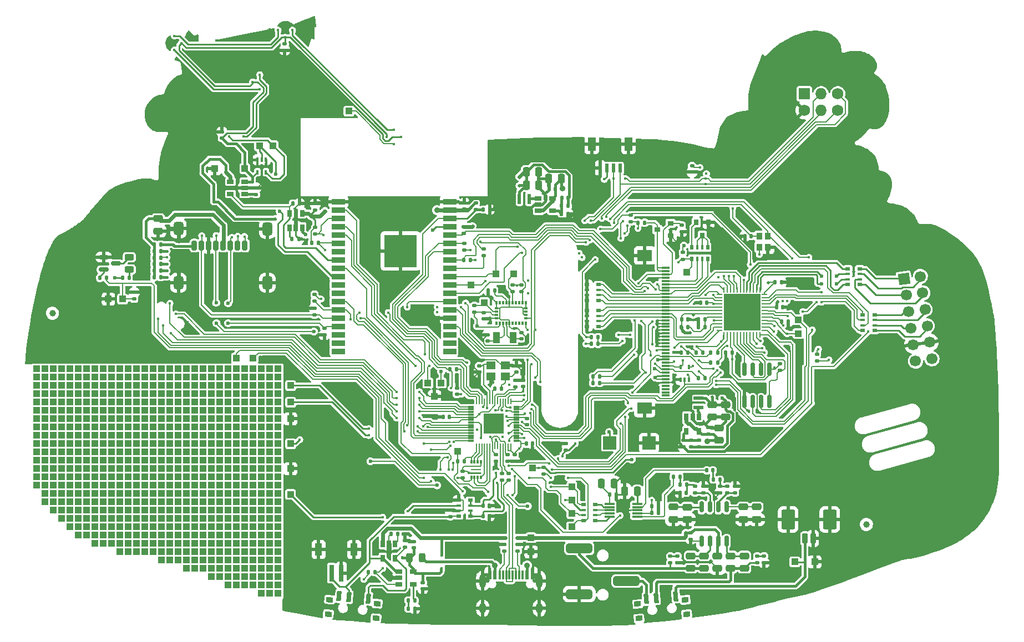
<source format=gbl>
G04 #@! TF.GenerationSoftware,KiCad,Pcbnew,(6.0.4)*
G04 #@! TF.CreationDate,2022-04-24T04:34:32+02:00*
G04 #@! TF.ProjectId,mch2022,6d636832-3032-4322-9e6b-696361645f70,3*
G04 #@! TF.SameCoordinates,Original*
G04 #@! TF.FileFunction,Copper,L4,Bot*
G04 #@! TF.FilePolarity,Positive*
%FSLAX46Y46*%
G04 Gerber Fmt 4.6, Leading zero omitted, Abs format (unit mm)*
G04 Created by KiCad (PCBNEW (6.0.4)) date 2022-04-24 04:34:32*
%MOMM*%
%LPD*%
G01*
G04 APERTURE LIST*
G04 Aperture macros list*
%AMRoundRect*
0 Rectangle with rounded corners*
0 $1 Rounding radius*
0 $2 $3 $4 $5 $6 $7 $8 $9 X,Y pos of 4 corners*
0 Add a 4 corners polygon primitive as box body*
4,1,4,$2,$3,$4,$5,$6,$7,$8,$9,$2,$3,0*
0 Add four circle primitives for the rounded corners*
1,1,$1+$1,$2,$3*
1,1,$1+$1,$4,$5*
1,1,$1+$1,$6,$7*
1,1,$1+$1,$8,$9*
0 Add four rect primitives between the rounded corners*
20,1,$1+$1,$2,$3,$4,$5,0*
20,1,$1+$1,$4,$5,$6,$7,0*
20,1,$1+$1,$6,$7,$8,$9,0*
20,1,$1+$1,$8,$9,$2,$3,0*%
%AMHorizOval*
0 Thick line with rounded ends*
0 $1 width*
0 $2 $3 position (X,Y) of the first rounded end (center of the circle)*
0 $4 $5 position (X,Y) of the second rounded end (center of the circle)*
0 Add line between two ends*
20,1,$1,$2,$3,$4,$5,0*
0 Add two circle primitives to create the rounded ends*
1,1,$1,$2,$3*
1,1,$1,$4,$5*%
%AMRotRect*
0 Rectangle, with rotation*
0 The origin of the aperture is its center*
0 $1 length*
0 $2 width*
0 $3 Rotation angle, in degrees counterclockwise*
0 Add horizontal line*
21,1,$1,$2,0,0,$3*%
G04 Aperture macros list end*
G04 #@! TA.AperFunction,ComponentPad*
%ADD10R,1.727200X1.727200*%
G04 #@! TD*
G04 #@! TA.AperFunction,ComponentPad*
%ADD11C,1.727200*%
G04 #@! TD*
G04 #@! TA.AperFunction,ComponentPad*
%ADD12O,1.727200X1.727200*%
G04 #@! TD*
G04 #@! TA.AperFunction,SMDPad,CuDef*
%ADD13RoundRect,0.135000X-0.135000X-0.185000X0.135000X-0.185000X0.135000X0.185000X-0.135000X0.185000X0*%
G04 #@! TD*
G04 #@! TA.AperFunction,SMDPad,CuDef*
%ADD14RoundRect,0.140000X-0.140000X-0.170000X0.140000X-0.170000X0.140000X0.170000X-0.140000X0.170000X0*%
G04 #@! TD*
G04 #@! TA.AperFunction,SMDPad,CuDef*
%ADD15RoundRect,0.135000X0.185000X-0.135000X0.185000X0.135000X-0.185000X0.135000X-0.185000X-0.135000X0*%
G04 #@! TD*
G04 #@! TA.AperFunction,SMDPad,CuDef*
%ADD16RoundRect,0.140000X0.140000X0.170000X-0.140000X0.170000X-0.140000X-0.170000X0.140000X-0.170000X0*%
G04 #@! TD*
G04 #@! TA.AperFunction,SMDPad,CuDef*
%ADD17R,0.900000X0.800000*%
G04 #@! TD*
G04 #@! TA.AperFunction,SMDPad,CuDef*
%ADD18R,0.800000X0.900000*%
G04 #@! TD*
G04 #@! TA.AperFunction,SMDPad,CuDef*
%ADD19R,0.800000X0.500000*%
G04 #@! TD*
G04 #@! TA.AperFunction,SMDPad,CuDef*
%ADD20R,0.800000X0.400000*%
G04 #@! TD*
G04 #@! TA.AperFunction,SMDPad,CuDef*
%ADD21RoundRect,0.375000X1.625000X0.375000X-1.625000X0.375000X-1.625000X-0.375000X1.625000X-0.375000X0*%
G04 #@! TD*
G04 #@! TA.AperFunction,SMDPad,CuDef*
%ADD22R,1.300000X0.300000*%
G04 #@! TD*
G04 #@! TA.AperFunction,SMDPad,CuDef*
%ADD23R,2.200000X1.800000*%
G04 #@! TD*
G04 #@! TA.AperFunction,ComponentPad*
%ADD24RotRect,1.700000X1.700000X188.000000*%
G04 #@! TD*
G04 #@! TA.AperFunction,ComponentPad*
%ADD25HorizOval,1.700000X0.000000X0.000000X0.000000X0.000000X0*%
G04 #@! TD*
G04 #@! TA.AperFunction,SMDPad,CuDef*
%ADD26RoundRect,0.135000X0.135000X0.185000X-0.135000X0.185000X-0.135000X-0.185000X0.135000X-0.185000X0*%
G04 #@! TD*
G04 #@! TA.AperFunction,SMDPad,CuDef*
%ADD27R,0.400000X0.650000*%
G04 #@! TD*
G04 #@! TA.AperFunction,SMDPad,CuDef*
%ADD28RoundRect,0.062500X0.375000X0.062500X-0.375000X0.062500X-0.375000X-0.062500X0.375000X-0.062500X0*%
G04 #@! TD*
G04 #@! TA.AperFunction,SMDPad,CuDef*
%ADD29RoundRect,0.062500X0.062500X0.375000X-0.062500X0.375000X-0.062500X-0.375000X0.062500X-0.375000X0*%
G04 #@! TD*
G04 #@! TA.AperFunction,SMDPad,CuDef*
%ADD30R,5.600000X5.600000*%
G04 #@! TD*
G04 #@! TA.AperFunction,SMDPad,CuDef*
%ADD31RoundRect,0.140000X-0.170000X0.140000X-0.170000X-0.140000X0.170000X-0.140000X0.170000X0.140000X0*%
G04 #@! TD*
G04 #@! TA.AperFunction,SMDPad,CuDef*
%ADD32RoundRect,0.140000X0.170000X-0.140000X0.170000X0.140000X-0.170000X0.140000X-0.170000X-0.140000X0*%
G04 #@! TD*
G04 #@! TA.AperFunction,SMDPad,CuDef*
%ADD33R,0.450000X0.600000*%
G04 #@! TD*
G04 #@! TA.AperFunction,SMDPad,CuDef*
%ADD34RoundRect,0.135000X-0.185000X0.135000X-0.185000X-0.135000X0.185000X-0.135000X0.185000X0.135000X0*%
G04 #@! TD*
G04 #@! TA.AperFunction,SMDPad,CuDef*
%ADD35R,1.000000X1.000000*%
G04 #@! TD*
G04 #@! TA.AperFunction,SMDPad,CuDef*
%ADD36RoundRect,0.243750X-0.243750X-0.456250X0.243750X-0.456250X0.243750X0.456250X-0.243750X0.456250X0*%
G04 #@! TD*
G04 #@! TA.AperFunction,SMDPad,CuDef*
%ADD37R,1.000000X1.800000*%
G04 #@! TD*
G04 #@! TA.AperFunction,SMDPad,CuDef*
%ADD38R,0.300000X0.500000*%
G04 #@! TD*
G04 #@! TA.AperFunction,SMDPad,CuDef*
%ADD39R,0.500000X0.300000*%
G04 #@! TD*
G04 #@! TA.AperFunction,SMDPad,CuDef*
%ADD40R,1.060000X0.650000*%
G04 #@! TD*
G04 #@! TA.AperFunction,SMDPad,CuDef*
%ADD41RotRect,1.000000X0.800000X175.000000*%
G04 #@! TD*
G04 #@! TA.AperFunction,SMDPad,CuDef*
%ADD42RotRect,0.700000X1.500000X175.000000*%
G04 #@! TD*
G04 #@! TA.AperFunction,SMDPad,CuDef*
%ADD43R,0.650000X1.060000*%
G04 #@! TD*
G04 #@! TA.AperFunction,SMDPad,CuDef*
%ADD44RoundRect,0.250000X-0.475000X0.250000X-0.475000X-0.250000X0.475000X-0.250000X0.475000X0.250000X0*%
G04 #@! TD*
G04 #@! TA.AperFunction,SMDPad,CuDef*
%ADD45R,0.500000X0.800000*%
G04 #@! TD*
G04 #@! TA.AperFunction,SMDPad,CuDef*
%ADD46R,0.400000X0.800000*%
G04 #@! TD*
G04 #@! TA.AperFunction,SMDPad,CuDef*
%ADD47RoundRect,0.150000X0.150000X-0.825000X0.150000X0.825000X-0.150000X0.825000X-0.150000X-0.825000X0*%
G04 #@! TD*
G04 #@! TA.AperFunction,SMDPad,CuDef*
%ADD48R,1.400000X1.200000*%
G04 #@! TD*
G04 #@! TA.AperFunction,SMDPad,CuDef*
%ADD49RoundRect,0.250000X-0.250000X-0.475000X0.250000X-0.475000X0.250000X0.475000X-0.250000X0.475000X0*%
G04 #@! TD*
G04 #@! TA.AperFunction,SMDPad,CuDef*
%ADD50RoundRect,0.021000X-0.729000X-0.129000X0.729000X-0.129000X0.729000X0.129000X-0.729000X0.129000X0*%
G04 #@! TD*
G04 #@! TA.AperFunction,SMDPad,CuDef*
%ADD51RoundRect,0.137500X-0.137500X-0.662500X0.137500X-0.662500X0.137500X0.662500X-0.137500X0.662500X0*%
G04 #@! TD*
G04 #@! TA.AperFunction,SMDPad,CuDef*
%ADD52RoundRect,0.250000X0.250000X0.475000X-0.250000X0.475000X-0.250000X-0.475000X0.250000X-0.475000X0*%
G04 #@! TD*
G04 #@! TA.AperFunction,SMDPad,CuDef*
%ADD53RoundRect,0.137500X-0.662500X0.137500X-0.662500X-0.137500X0.662500X-0.137500X0.662500X0.137500X0*%
G04 #@! TD*
G04 #@! TA.AperFunction,SMDPad,CuDef*
%ADD54RoundRect,0.250000X0.475000X-0.250000X0.475000X0.250000X-0.475000X0.250000X-0.475000X-0.250000X0*%
G04 #@! TD*
G04 #@! TA.AperFunction,SMDPad,CuDef*
%ADD55RoundRect,0.200000X-0.200000X-0.550000X0.200000X-0.550000X0.200000X0.550000X-0.200000X0.550000X0*%
G04 #@! TD*
G04 #@! TA.AperFunction,SMDPad,CuDef*
%ADD56RoundRect,0.375000X-0.375000X-0.625000X0.375000X-0.625000X0.375000X0.625000X-0.375000X0.625000X0*%
G04 #@! TD*
G04 #@! TA.AperFunction,SMDPad,CuDef*
%ADD57RoundRect,0.006000X-0.414000X-0.094000X0.414000X-0.094000X0.414000X0.094000X-0.414000X0.094000X0*%
G04 #@! TD*
G04 #@! TA.AperFunction,SMDPad,CuDef*
%ADD58RoundRect,0.020000X-0.080000X-0.400000X0.080000X-0.400000X0.080000X0.400000X-0.080000X0.400000X0*%
G04 #@! TD*
G04 #@! TA.AperFunction,SMDPad,CuDef*
%ADD59R,3.100000X3.100000*%
G04 #@! TD*
G04 #@! TA.AperFunction,SMDPad,CuDef*
%ADD60R,2.000000X0.900000*%
G04 #@! TD*
G04 #@! TA.AperFunction,SMDPad,CuDef*
%ADD61R,5.000000X5.000000*%
G04 #@! TD*
G04 #@! TA.AperFunction,SMDPad,CuDef*
%ADD62R,0.350000X0.490000*%
G04 #@! TD*
G04 #@! TA.AperFunction,SMDPad,CuDef*
%ADD63R,1.600000X0.200000*%
G04 #@! TD*
G04 #@! TA.AperFunction,SMDPad,CuDef*
%ADD64R,0.900000X1.100000*%
G04 #@! TD*
G04 #@! TA.AperFunction,SMDPad,CuDef*
%ADD65R,0.599440X1.348740*%
G04 #@! TD*
G04 #@! TA.AperFunction,SMDPad,CuDef*
%ADD66R,1.198880X1.998980*%
G04 #@! TD*
G04 #@! TA.AperFunction,SMDPad,CuDef*
%ADD67R,2.000000X2.000000*%
G04 #@! TD*
G04 #@! TA.AperFunction,SMDPad,CuDef*
%ADD68R,0.700000X2.500000*%
G04 #@! TD*
G04 #@! TA.AperFunction,SMDPad,CuDef*
%ADD69R,1.100000X1.900000*%
G04 #@! TD*
G04 #@! TA.AperFunction,SMDPad,CuDef*
%ADD70RoundRect,0.150000X0.150000X-0.675000X0.150000X0.675000X-0.150000X0.675000X-0.150000X-0.675000X0*%
G04 #@! TD*
G04 #@! TA.AperFunction,SMDPad,CuDef*
%ADD71C,1.000000*%
G04 #@! TD*
G04 #@! TA.AperFunction,SMDPad,CuDef*
%ADD72RoundRect,0.200000X-0.200000X-0.600000X0.200000X-0.600000X0.200000X0.600000X-0.200000X0.600000X0*%
G04 #@! TD*
G04 #@! TA.AperFunction,SMDPad,CuDef*
%ADD73RoundRect,0.250001X-0.799999X-1.249999X0.799999X-1.249999X0.799999X1.249999X-0.799999X1.249999X0*%
G04 #@! TD*
G04 #@! TA.AperFunction,SMDPad,CuDef*
%ADD74R,1.066800X1.066800*%
G04 #@! TD*
G04 #@! TA.AperFunction,SMDPad,CuDef*
%ADD75RoundRect,0.150000X-0.587500X-0.150000X0.587500X-0.150000X0.587500X0.150000X-0.587500X0.150000X0*%
G04 #@! TD*
G04 #@! TA.AperFunction,SMDPad,CuDef*
%ADD76RoundRect,0.243750X-0.456250X0.243750X-0.456250X-0.243750X0.456250X-0.243750X0.456250X0.243750X0*%
G04 #@! TD*
G04 #@! TA.AperFunction,SMDPad,CuDef*
%ADD77RotRect,1.000000X0.800000X185.000000*%
G04 #@! TD*
G04 #@! TA.AperFunction,SMDPad,CuDef*
%ADD78RotRect,0.700000X1.500000X185.000000*%
G04 #@! TD*
G04 #@! TA.AperFunction,SMDPad,CuDef*
%ADD79R,0.600000X1.450000*%
G04 #@! TD*
G04 #@! TA.AperFunction,SMDPad,CuDef*
%ADD80R,0.300000X1.450000*%
G04 #@! TD*
G04 #@! TA.AperFunction,ComponentPad*
%ADD81O,1.000000X1.600000*%
G04 #@! TD*
G04 #@! TA.AperFunction,ComponentPad*
%ADD82O,1.000000X2.100000*%
G04 #@! TD*
G04 #@! TA.AperFunction,ViaPad*
%ADD83C,0.450000*%
G04 #@! TD*
G04 #@! TA.AperFunction,ViaPad*
%ADD84C,0.600000*%
G04 #@! TD*
G04 #@! TA.AperFunction,ViaPad*
%ADD85C,0.900000*%
G04 #@! TD*
G04 #@! TA.AperFunction,ViaPad*
%ADD86C,0.500000*%
G04 #@! TD*
G04 #@! TA.AperFunction,ViaPad*
%ADD87C,3.000000*%
G04 #@! TD*
G04 #@! TA.AperFunction,Conductor*
%ADD88C,0.250000*%
G04 #@! TD*
G04 #@! TA.AperFunction,Conductor*
%ADD89C,0.600000*%
G04 #@! TD*
G04 #@! TA.AperFunction,Conductor*
%ADD90C,0.400000*%
G04 #@! TD*
G04 #@! TA.AperFunction,Conductor*
%ADD91C,0.200000*%
G04 #@! TD*
G04 #@! TA.AperFunction,Conductor*
%ADD92C,0.800000*%
G04 #@! TD*
G04 APERTURE END LIST*
D10*
X44764000Y33508000D03*
D11*
X44764000Y30968000D03*
D12*
X47304000Y33508000D03*
X47304000Y30968000D03*
D11*
X49844000Y33508000D03*
X49844000Y30968000D03*
D13*
X25990000Y-2140000D03*
X27010000Y-2140000D03*
D14*
X26020000Y-975000D03*
X26980000Y-975000D03*
D15*
X46680000Y-7285000D03*
X46680000Y-6265000D03*
D16*
X29230000Y-6000000D03*
X28270000Y-6000000D03*
D17*
X24336300Y13713500D03*
X24336300Y11813500D03*
X22336300Y12763500D03*
D16*
X29888120Y1600200D03*
X28928120Y1600200D03*
D18*
X28240900Y13849860D03*
X30140900Y13849860D03*
X29190900Y11849860D03*
D19*
X11558700Y1977540D03*
D20*
X11558700Y2777540D03*
X11558700Y3577540D03*
D19*
X11558700Y4377540D03*
X13358700Y4377540D03*
D20*
X13358700Y3577540D03*
X13358700Y2777540D03*
D19*
X13358700Y1977540D03*
D13*
X41285000Y-1290000D03*
X42305000Y-1290000D03*
D19*
X11558700Y-2016460D03*
D20*
X11558700Y-1216460D03*
X11558700Y-416460D03*
D19*
X11558700Y383540D03*
X13358700Y383540D03*
D20*
X13358700Y-416460D03*
X13358700Y-1216460D03*
D19*
X13358700Y-2016460D03*
D15*
X18230000Y13965000D03*
X18230000Y14985000D03*
D21*
X17600000Y-40900000D03*
X10400000Y-42900000D03*
X10400000Y-35900000D03*
D22*
X23621040Y-12574560D03*
X23621040Y-12074560D03*
X23621040Y-11574560D03*
X23621040Y-11074560D03*
X23621040Y-10574560D03*
X23621040Y-10074560D03*
X23621040Y-9574560D03*
X23621040Y-9074560D03*
X23621040Y-8574560D03*
X23621040Y-8074560D03*
X23621040Y-7574560D03*
X23621040Y-7074560D03*
X23621040Y-6574560D03*
X23621040Y-6074560D03*
X23621040Y-5574560D03*
X23621040Y-5074560D03*
X23621040Y-4574560D03*
X23621040Y-4074560D03*
X23621040Y-3574560D03*
X23621040Y-3074560D03*
X23621040Y-2574560D03*
X23621040Y-2074560D03*
X23621040Y-1574560D03*
X23621040Y-1074560D03*
X23621040Y-574560D03*
X23621040Y-74560D03*
X23621040Y425440D03*
X23621040Y925440D03*
X23621040Y1425440D03*
X23621040Y1925440D03*
X23621040Y2425440D03*
X23621040Y2925440D03*
X23621040Y3425440D03*
X23621040Y3925440D03*
X23621040Y4425440D03*
X23621040Y4925440D03*
X23621040Y5425440D03*
X23621040Y5925440D03*
X23621040Y6425440D03*
X23621040Y6925440D03*
D23*
X20371040Y8825440D03*
X20371040Y-14474560D03*
D19*
X53198660Y6790680D03*
D20*
X53198660Y5990680D03*
X53198660Y5190680D03*
D19*
X53198660Y4390680D03*
X51398660Y4390680D03*
D20*
X51398660Y5190680D03*
X51398660Y5990680D03*
D19*
X51398660Y6790680D03*
X55470000Y-230000D03*
D20*
X55470000Y-1030000D03*
X55470000Y-1830000D03*
D19*
X55470000Y-2630000D03*
X53670000Y-2630000D03*
D20*
X53670000Y-1830000D03*
X53670000Y-1030000D03*
D19*
X53670000Y-230000D03*
D24*
X59954760Y5262673D03*
D25*
X62470041Y5616173D03*
X60308260Y2747392D03*
X62823541Y3100892D03*
X60661759Y232111D03*
X63177040Y585611D03*
X61015259Y-2283170D03*
X63530540Y-1929670D03*
X61368759Y-4798451D03*
X63884040Y-4444951D03*
X61722258Y-7313731D03*
X64237539Y-6960232D03*
D13*
X30490000Y-7500000D03*
X31510000Y-7500000D03*
D26*
X13515000Y-10650000D03*
X12495000Y-10650000D03*
D13*
X30490000Y-6000000D03*
X31510000Y-6000000D03*
X19391040Y13827760D03*
X20411040Y13827760D03*
D26*
X-6221000Y8128000D03*
X-7241000Y8128000D03*
D15*
X26031520Y12417940D03*
X26031520Y13437940D03*
D13*
X25990000Y-6000000D03*
X27010000Y-6000000D03*
D27*
X27135800Y-10139720D03*
X26485800Y-10139720D03*
X25835800Y-10139720D03*
X25835800Y-8239720D03*
X27135800Y-8239720D03*
D14*
X40291400Y4704080D03*
X41251400Y4704080D03*
D28*
X38678540Y2903440D03*
X38678540Y2403440D03*
X38678540Y1903440D03*
X38678540Y1403440D03*
X38678540Y903440D03*
X38678540Y403440D03*
X38678540Y-96560D03*
X38678540Y-596560D03*
X38678540Y-1096560D03*
X38678540Y-1596560D03*
X38678540Y-2096560D03*
X38678540Y-2596560D03*
D29*
X37991040Y-3284060D03*
X37491040Y-3284060D03*
X36991040Y-3284060D03*
X36491040Y-3284060D03*
X35991040Y-3284060D03*
X35491040Y-3284060D03*
X34991040Y-3284060D03*
X34491040Y-3284060D03*
X33991040Y-3284060D03*
X33491040Y-3284060D03*
X32991040Y-3284060D03*
X32491040Y-3284060D03*
D28*
X31803540Y-2596560D03*
X31803540Y-2096560D03*
X31803540Y-1596560D03*
X31803540Y-1096560D03*
X31803540Y-596560D03*
X31803540Y-96560D03*
X31803540Y403440D03*
X31803540Y903440D03*
X31803540Y1403440D03*
X31803540Y1903440D03*
X31803540Y2403440D03*
X31803540Y2903440D03*
D29*
X32491040Y3590940D03*
X32991040Y3590940D03*
X33491040Y3590940D03*
X33991040Y3590940D03*
X34491040Y3590940D03*
X34991040Y3590940D03*
X35491040Y3590940D03*
X35991040Y3590940D03*
X36491040Y3590940D03*
X36991040Y3590940D03*
X37491040Y3590940D03*
X37991040Y3590940D03*
D30*
X35241040Y153440D03*
D16*
X29580000Y-975000D03*
X28620000Y-975000D03*
D31*
X-4168140Y117820D03*
X-4168140Y-842180D03*
D16*
X-2520000Y3500000D03*
X-3480000Y3500000D03*
D32*
X-3590000Y-4275000D03*
X-3590000Y-3315000D03*
X1597720Y-3893620D03*
X1597720Y-2933620D03*
D31*
X27620000Y22520000D03*
X27620000Y21560000D03*
D33*
X-10650000Y-36923000D03*
X-10650000Y-39023000D03*
D26*
X-32300000Y16740000D03*
X-33320000Y16740000D03*
D34*
X-16200000Y-34705000D03*
X-16200000Y-35725000D03*
X210000Y4315000D03*
X210000Y3295000D03*
D15*
X-5600000Y145000D03*
X-5600000Y1165000D03*
D34*
X1560000Y4320000D03*
X1560000Y3300000D03*
D35*
X-24765000Y30861000D03*
X-2286000Y5969000D03*
X26784300Y6283960D03*
X43800000Y-1000000D03*
D27*
X-38716980Y23429000D03*
X-38066980Y23429000D03*
X-37416980Y23429000D03*
X-37416980Y21529000D03*
X-38716980Y21529000D03*
D14*
X-4245000Y15840000D03*
X-3285000Y15840000D03*
D36*
X-15485000Y-37320000D03*
X-13610000Y-37320000D03*
D37*
X270000Y-3700640D03*
X-2230000Y-3700640D03*
D38*
X-2250000Y-1562500D03*
D39*
X-2262500Y-750000D03*
X-2262500Y-250000D03*
X-2262500Y250000D03*
X-2262500Y750000D03*
D38*
X-2250000Y1562500D03*
X-1750000Y1562500D03*
X-1250000Y1562500D03*
X-750000Y1562500D03*
X-250000Y1562500D03*
X250000Y1562500D03*
X750000Y1562500D03*
X1250000Y1562500D03*
X1750000Y1562500D03*
X2250000Y1562500D03*
D39*
X2262500Y750000D03*
X2262500Y250000D03*
X2262500Y-250000D03*
X2262500Y-750000D03*
D38*
X2250000Y-1562500D03*
X1750000Y-1562500D03*
X1250000Y-1562500D03*
X750000Y-1562500D03*
X250000Y-1562500D03*
X-250000Y-1562500D03*
X-750000Y-1562500D03*
X-1250000Y-1562500D03*
X-1750000Y-1562500D03*
D34*
X-5394720Y16842200D03*
X-5394720Y15822200D03*
X-4200000Y9835000D03*
X-4200000Y8815000D03*
D32*
X-7121920Y15877600D03*
X-7121920Y16837600D03*
D34*
X-7187960Y13235400D03*
X-7187960Y12215400D03*
D13*
X-30445000Y10755000D03*
X-29425000Y10755000D03*
D32*
X-29880320Y15776000D03*
X-29880320Y16736000D03*
D15*
X-30009720Y-248400D03*
X-30009720Y771600D03*
D34*
X-28510520Y-2291600D03*
X-28510520Y-3311600D03*
X-29880320Y13133800D03*
X-29880320Y12113800D03*
D40*
X-17150000Y-41370000D03*
X-17150000Y-40420000D03*
X-17150000Y-39470000D03*
X-14950000Y-39470000D03*
X-14950000Y-41370000D03*
D13*
X-15710000Y-43850000D03*
X-14690000Y-43850000D03*
D41*
X-27698129Y-43735850D03*
X-27890743Y-45937440D03*
X-20618522Y-46573677D03*
X-20425908Y-44372087D03*
D42*
X-21763929Y-43602542D03*
X-24752513Y-43341075D03*
X-26246805Y-43210341D03*
D31*
X-14880000Y-34865000D03*
X-14880000Y-35825000D03*
D43*
X-31896860Y13061800D03*
X-32846860Y13061800D03*
X-33796860Y13061800D03*
X-33796860Y15261800D03*
X-31896860Y15261800D03*
D26*
X-32413060Y11329700D03*
X-33433060Y11329700D03*
D44*
X-53868320Y14462800D03*
X-53868320Y12562800D03*
D13*
X12263520Y-3637280D03*
X13283520Y-3637280D03*
D15*
X-38950900Y18141220D03*
X-38950900Y19161220D03*
D34*
X1016000Y-35304000D03*
X1016000Y-36324000D03*
D32*
X-44150000Y26750000D03*
X-44150000Y27710000D03*
D34*
X-1016000Y-35304000D03*
X-1016000Y-36324000D03*
X26220420Y9267920D03*
X26220420Y8247920D03*
D16*
X33730000Y-6000000D03*
X32770000Y-6000000D03*
D45*
X29990900Y8271940D03*
D46*
X29190900Y8271940D03*
X28390900Y8271940D03*
D45*
X27590900Y8271940D03*
X27590900Y10071940D03*
D46*
X28390900Y10071940D03*
X29190900Y10071940D03*
D45*
X29990900Y10071940D03*
D16*
X29580000Y-2140000D03*
X28620000Y-2140000D03*
D47*
X39405000Y-13475000D03*
X38135000Y-13475000D03*
X36865000Y-13475000D03*
X35595000Y-13475000D03*
X35595000Y-8525000D03*
X36865000Y-8525000D03*
X38135000Y-8525000D03*
X39405000Y-8525000D03*
D34*
X41000000Y-7740000D03*
X41000000Y-8760000D03*
D15*
X8390000Y-20935000D03*
X8390000Y-19915000D03*
D32*
X31877200Y-27406000D03*
X31877200Y-26446000D03*
X850000Y-8985000D03*
X850000Y-8025000D03*
D48*
X-3120000Y-7980000D03*
X-920000Y-7980000D03*
X-920000Y-9680000D03*
X-3120000Y-9680000D03*
D35*
X3296920Y-23624540D03*
D31*
X-4900000Y-8060000D03*
X-4900000Y-9020000D03*
D32*
X-7366000Y-25118000D03*
X-7366000Y-24158000D03*
D16*
X-9426000Y-15875000D03*
X-10386000Y-15875000D03*
D15*
X4968240Y-24579040D03*
X4968240Y-23559040D03*
D49*
X13782000Y-26035000D03*
X15682000Y-26035000D03*
D14*
X15070000Y-27686000D03*
X16030000Y-27686000D03*
X21491000Y-30480000D03*
X22451000Y-30480000D03*
D50*
X15040000Y-31099000D03*
X15040000Y-30599000D03*
X15040000Y-30099000D03*
X15040000Y-29599000D03*
X15040000Y-29099000D03*
X19250000Y-29099000D03*
X19250000Y-29599000D03*
X19250000Y-30099000D03*
X19250000Y-30599000D03*
X19250000Y-31099000D03*
D14*
X21491000Y-29464000D03*
X22451000Y-29464000D03*
D15*
X27507200Y-20410000D03*
X27507200Y-19390000D03*
D32*
X28707200Y-20380000D03*
X28707200Y-19420000D03*
D34*
X26307200Y-19390000D03*
X26307200Y-20410000D03*
D40*
X-40631900Y20091560D03*
X-40631900Y19141560D03*
X-40631900Y18191560D03*
X-42831900Y18191560D03*
X-42831900Y20091560D03*
D26*
X8710000Y16390100D03*
X7690000Y16390100D03*
D51*
X1275000Y17455000D03*
X2725000Y17455000D03*
D16*
X8680000Y17590100D03*
X7720000Y17590100D03*
X6727980Y18930000D03*
X5767980Y18930000D03*
D49*
X2297980Y21590100D03*
X4197980Y21590100D03*
D52*
X7662500Y20574000D03*
X5762500Y20574000D03*
D49*
X2297980Y19590100D03*
X4197980Y19590100D03*
D13*
X7690000Y15190100D03*
X8710000Y15190100D03*
D40*
X4147980Y15640100D03*
X4147980Y16590100D03*
X4147980Y17540100D03*
X6347980Y17540100D03*
X6347980Y15640100D03*
D13*
X-9379620Y-8550000D03*
X-8359620Y-8550000D03*
D43*
X-19590000Y-35210000D03*
X-18640000Y-35210000D03*
X-17690000Y-35210000D03*
X-17690000Y-37410000D03*
X-19590000Y-37410000D03*
D13*
X-18315000Y-33710000D03*
X-17295000Y-33710000D03*
D26*
X-20741620Y-39542580D03*
X-21761620Y-39542580D03*
D34*
X-30000000Y2875000D03*
X-30000000Y1855000D03*
D31*
X-34544000Y41120000D03*
X-34544000Y40160000D03*
D14*
X40520000Y903440D03*
X41480000Y903440D03*
D52*
X19261500Y-27178000D03*
X17361500Y-27178000D03*
D44*
X30707200Y-13955360D03*
X30707200Y-15855360D03*
D43*
X26757200Y-15805360D03*
X27707200Y-15805360D03*
X28657200Y-15805360D03*
X28657200Y-18005360D03*
X26757200Y-18005360D03*
D53*
X28625000Y-12920000D03*
X28625000Y-14370000D03*
D54*
X31750000Y-19407500D03*
X31750000Y-17507500D03*
D44*
X32707200Y-13955360D03*
X32707200Y-15855360D03*
D32*
X30075000Y-18440000D03*
X30075000Y-17480000D03*
X-13462000Y-42090000D03*
X-13462000Y-41130000D03*
D35*
X-45237860Y22070060D03*
X-40640000Y22070060D03*
X-36325000Y25577680D03*
X-38412880Y25577680D03*
D55*
X-40636860Y10337140D03*
X-41736860Y10337140D03*
X-42836860Y10337140D03*
X-43936860Y10337140D03*
X-45036860Y10337140D03*
X-46136860Y10337140D03*
X-47236860Y10337140D03*
X-48336860Y10337140D03*
D56*
X-37186860Y12887140D03*
X-50786860Y4637140D03*
X-50786860Y12937140D03*
X-37186860Y4637140D03*
D13*
X-54510000Y10500000D03*
X-53490000Y10500000D03*
X-54510000Y9500000D03*
X-53490000Y9500000D03*
X-54510000Y8500000D03*
X-53490000Y8500000D03*
X-54510000Y7500000D03*
X-53490000Y7500000D03*
X-54510000Y6500000D03*
X-53490000Y6500000D03*
X-54510000Y5500000D03*
X-53490000Y5500000D03*
D15*
X-381000Y-25529000D03*
X-381000Y-24509000D03*
D34*
X-1397000Y-24509000D03*
X-1397000Y-25529000D03*
D35*
X-4069020Y1635900D03*
D31*
X-563820Y-21610240D03*
X-563820Y-22570240D03*
X-2286000Y-21620460D03*
X-2286000Y-22580460D03*
D14*
X2314060Y-19936320D03*
X3274060Y-19936320D03*
D31*
X2395280Y-16093360D03*
X2395280Y-17053360D03*
X528380Y-21622940D03*
X528380Y-22582940D03*
D32*
X678180Y-11224200D03*
X678180Y-10264200D03*
D26*
X-7110000Y-22606000D03*
X-8130000Y-22606000D03*
D57*
X-6091780Y-19485780D03*
X-6091780Y-19085780D03*
X-6091780Y-18685780D03*
X-6091780Y-18285780D03*
X-6091780Y-17885780D03*
X-6091780Y-17485780D03*
X-6091780Y-17085780D03*
X-6091780Y-16685780D03*
X-6091780Y-16285780D03*
X-6091780Y-15885780D03*
X-6091780Y-15485780D03*
X-6091780Y-15085780D03*
X-6091780Y-14685780D03*
X-6091780Y-14285780D03*
D58*
X-5256780Y-13450780D03*
X-4856780Y-13450780D03*
X-4456780Y-13450780D03*
X-4056780Y-13450780D03*
X-3656780Y-13450780D03*
X-3256780Y-13450780D03*
X-2856780Y-13450780D03*
X-2456780Y-13450780D03*
X-2056780Y-13450780D03*
X-1656780Y-13450780D03*
X-1256780Y-13450780D03*
X-856780Y-13450780D03*
X-456780Y-13450780D03*
X-56780Y-13450780D03*
D57*
X778220Y-14285780D03*
X778220Y-14685780D03*
X778220Y-15085780D03*
X778220Y-15485780D03*
X778220Y-15885780D03*
X778220Y-16285780D03*
X778220Y-16685780D03*
X778220Y-17085780D03*
X778220Y-17485780D03*
X778220Y-17885780D03*
X778220Y-18285780D03*
X778220Y-18685780D03*
X778220Y-19085780D03*
X778220Y-19485780D03*
D58*
X-56780Y-20320780D03*
X-456780Y-20320780D03*
X-856780Y-20320780D03*
X-1256780Y-20320780D03*
X-1656780Y-20320780D03*
X-2056780Y-20320780D03*
X-2456780Y-20320780D03*
X-2856780Y-20320780D03*
X-3256780Y-20320780D03*
X-3656780Y-20320780D03*
X-4056780Y-20320780D03*
X-4456780Y-20320780D03*
X-4856780Y-20320780D03*
X-5256780Y-20320780D03*
D59*
X-2656780Y-16885780D03*
D35*
X-12700000Y-10668000D03*
X-10668000Y-10668000D03*
D60*
X-9378920Y17020000D03*
X-9378920Y15750000D03*
X-9378920Y14480000D03*
X-9378920Y13210000D03*
X-9378920Y11940000D03*
X-9378920Y10670000D03*
X-9378920Y9400000D03*
X-9378920Y8130000D03*
X-9378920Y6860000D03*
X-9378920Y5590000D03*
X-9378920Y4320000D03*
X-9378920Y3050000D03*
X-9378920Y1780000D03*
X-9378920Y510000D03*
X-9378920Y-735000D03*
X-9378920Y-2005000D03*
X-9378920Y-3275000D03*
X-9378920Y-4545000D03*
X-9378920Y-5815000D03*
X-26378920Y-5815000D03*
X-26378920Y-4545000D03*
X-26378920Y-3275000D03*
X-26378920Y-2005000D03*
X-26378920Y-735000D03*
X-26378920Y510000D03*
X-26378920Y1780000D03*
X-26378920Y3050000D03*
X-26378920Y4320000D03*
X-26378920Y5590000D03*
X-26378920Y6860000D03*
X-26378920Y8130000D03*
X-26378920Y9400000D03*
X-26378920Y10670000D03*
X-26378920Y11940000D03*
X-26378920Y13210000D03*
X-26378920Y14480000D03*
X-26378920Y15750000D03*
X-26378920Y17020000D03*
D61*
X-16878920Y9520000D03*
D62*
X-6084000Y-22656000D03*
X-5584000Y-22656000D03*
X-5084000Y-22656000D03*
X-4584000Y-22656000D03*
X-4584000Y-25096000D03*
X-5084000Y-25096000D03*
X-5584000Y-25096000D03*
X-6084000Y-25096000D03*
D63*
X-5334000Y-23876000D03*
D32*
X-8277860Y-12374820D03*
X-8277860Y-11414820D03*
D16*
X36634360Y11785600D03*
X35674360Y11785600D03*
D64*
X39197040Y11784700D03*
X39197040Y10084700D03*
X37897040Y10084700D03*
X37897040Y11784700D03*
D32*
X1846580Y-11219120D03*
X1846580Y-10259120D03*
D26*
X-1499140Y-11536680D03*
X-2519140Y-11536680D03*
D35*
X-6096000Y4318000D03*
X-8128000Y-21082000D03*
X43800000Y-3100000D03*
X-41910000Y-6858000D03*
D26*
X-14690000Y-45100000D03*
X-15710000Y-45100000D03*
X-58303500Y5390000D03*
X-59323500Y5390000D03*
D54*
X27432000Y-38950000D03*
X27432000Y-37050000D03*
D35*
X-33655000Y-27686000D03*
X46355000Y-37973000D03*
X9271000Y-28575000D03*
D34*
X34163000Y-26414000D03*
X34163000Y-27434000D03*
D35*
X-33655000Y-19939000D03*
D65*
X13614400Y22150000D03*
X14615160Y22150000D03*
X15610840Y22150000D03*
X16611600Y22150000D03*
D66*
X12313920Y25822840D03*
X17912080Y25822840D03*
D35*
X-33655000Y-13589000D03*
D67*
X21034000Y-19812000D03*
X15034000Y-19812000D03*
D34*
X33020000Y-26414000D03*
X33020000Y-27434000D03*
D15*
X38608000Y-38102000D03*
X38608000Y-37082000D03*
D54*
X37490400Y-31480800D03*
X37490400Y-29580800D03*
D19*
X-8023000Y-30975000D03*
D20*
X-8023000Y-30175000D03*
X-8023000Y-29375000D03*
D19*
X-8023000Y-28575000D03*
X-6223000Y-28575000D03*
D20*
X-6223000Y-29375000D03*
X-6223000Y-30175000D03*
D19*
X-6223000Y-30975000D03*
D68*
X-27420000Y-39683500D03*
X-25920000Y-39683500D03*
D69*
X-23970000Y-36083500D03*
X-29370000Y-36083500D03*
D13*
X30859000Y-25400000D03*
X31879000Y-25400000D03*
X12263520Y-4699000D03*
X13283520Y-4699000D03*
D54*
X33528000Y-38950000D03*
X33528000Y-37050000D03*
D35*
X3048000Y-34290000D03*
D26*
X13515000Y-9652000D03*
X12495000Y-9652000D03*
D14*
X-4253000Y-30975000D03*
X-3293000Y-30975000D03*
X24793000Y-25019000D03*
X25753000Y-25019000D03*
D70*
X32893000Y-34832200D03*
X31623000Y-34832200D03*
X30353000Y-34832200D03*
X29083000Y-34832200D03*
X29083000Y-29582200D03*
X30353000Y-29582200D03*
X31623000Y-29582200D03*
X32893000Y-29582200D03*
D54*
X31496000Y-38950000D03*
X31496000Y-37050000D03*
D71*
X-70000000Y0D03*
D35*
X3048000Y-36449000D03*
D34*
X28067000Y-26414000D03*
X28067000Y-27434000D03*
D14*
X-4253000Y-29375000D03*
X-3293000Y-29375000D03*
D31*
X37550000Y-37112000D03*
X37550000Y-38072000D03*
D35*
X-61468000Y2159000D03*
D15*
X-57531000Y2155000D03*
X-57531000Y3175000D03*
D44*
X35600000Y-37050000D03*
X35600000Y-38950000D03*
D35*
X-11684000Y-12700000D03*
D19*
X12819890Y-29230000D03*
D20*
X12819890Y-30030000D03*
X12819890Y-30830000D03*
D19*
X12819890Y-31630000D03*
X11019890Y-31630000D03*
D20*
X11019890Y-30830000D03*
X11019890Y-30030000D03*
D19*
X11019890Y-29230000D03*
D34*
X29337000Y-26414000D03*
X29337000Y-27434000D03*
D32*
X-9271000Y-31055000D03*
X-9271000Y-30095000D03*
D14*
X25779000Y-27432000D03*
X26739000Y-27432000D03*
D72*
X44841000Y-34400000D03*
X46091000Y-34400000D03*
D73*
X42291000Y-31500000D03*
X48641000Y-31500000D03*
D74*
X-38100000Y-30099000D03*
X-43180000Y-30099000D03*
X-48260000Y-14859000D03*
X-35560000Y-30099000D03*
X-39370000Y-30099000D03*
X-36830000Y-30099000D03*
X-49530000Y-14859000D03*
X-44450000Y-30099000D03*
X-40640000Y-30099000D03*
X-50800000Y-14859000D03*
X-45720000Y-30099000D03*
X-52070000Y-14859000D03*
X-46990000Y-30099000D03*
X-41910000Y-30099000D03*
X-43180000Y-31369000D03*
X-35560000Y-31369000D03*
X-53340000Y-14859000D03*
X-38100000Y-31369000D03*
X-54610000Y-14859000D03*
X-36830000Y-31369000D03*
X-39370000Y-31369000D03*
X-44450000Y-31369000D03*
X-35560000Y-14859000D03*
X-40640000Y-31369000D03*
X-55880000Y-14859000D03*
X-45720000Y-31369000D03*
X-46990000Y-31369000D03*
X-41910000Y-31369000D03*
X-36830000Y-14859000D03*
X-57150000Y-14859000D03*
X-38100000Y-14859000D03*
X-43180000Y-32639000D03*
X-38100000Y-32639000D03*
X-58420000Y-14859000D03*
X-35560000Y-32639000D03*
X-39370000Y-14859000D03*
X-39370000Y-32639000D03*
X-44450000Y-32639000D03*
X-36830000Y-32639000D03*
X-59690000Y-14859000D03*
X-45720000Y-32639000D03*
X-60960000Y-14859000D03*
X-40640000Y-32639000D03*
X-40640000Y-14859000D03*
X-41910000Y-14859000D03*
X-46990000Y-32639000D03*
X-41910000Y-32639000D03*
X-62230000Y-14859000D03*
X-43180000Y-33909000D03*
X-35560000Y-33909000D03*
X-38100000Y-33909000D03*
X-63500000Y-14859000D03*
X-43180000Y-14859000D03*
X-36830000Y-33909000D03*
X-64770000Y-14859000D03*
X-44450000Y-14859000D03*
X-39370000Y-33909000D03*
X-44450000Y-33909000D03*
X-40640000Y-33909000D03*
X-66040000Y-14859000D03*
X-45720000Y-33909000D03*
X-45720000Y-14859000D03*
X-46990000Y-33909000D03*
X-41910000Y-33909000D03*
X-67310000Y-14859000D03*
X-46990000Y-14859000D03*
X-38100000Y-35179000D03*
X-43180000Y-35179000D03*
X-35560000Y-35179000D03*
X-39370000Y-35179000D03*
X-36830000Y-35179000D03*
X-44450000Y-35179000D03*
X-40640000Y-35179000D03*
X-45720000Y-35179000D03*
X-46990000Y-35179000D03*
X-41910000Y-35179000D03*
X-35560000Y-36449000D03*
X-43180000Y-36449000D03*
X-38100000Y-36449000D03*
X-48260000Y-16129000D03*
X-36830000Y-36449000D03*
X-39370000Y-36449000D03*
X-44450000Y-36449000D03*
X-49530000Y-16129000D03*
X-40640000Y-36449000D03*
X-50800000Y-16129000D03*
X-45720000Y-36449000D03*
X-35560000Y-16129000D03*
X-52070000Y-16129000D03*
X-41910000Y-36449000D03*
X-46990000Y-36449000D03*
X-36830000Y-16129000D03*
X-43180000Y-27559000D03*
X-43180000Y-25019000D03*
X-38100000Y-26289000D03*
X-38100000Y-16129000D03*
X-43180000Y-37719000D03*
X-53340000Y-16129000D03*
X-38100000Y-25019000D03*
X-38100000Y-37719000D03*
X-43180000Y-28829000D03*
X-35560000Y-37719000D03*
X-43180000Y-26289000D03*
X-44450000Y-25019000D03*
X-36830000Y-37719000D03*
X-39370000Y-16129000D03*
X-39370000Y-37719000D03*
X-44450000Y-28829000D03*
X-44450000Y-26289000D03*
X-44450000Y-37719000D03*
X-39370000Y-26289000D03*
X-54610000Y-16129000D03*
X-39370000Y-25019000D03*
X-44450000Y-27559000D03*
X-40640000Y-37719000D03*
X-45720000Y-28829000D03*
X-40640000Y-25019000D03*
X-45720000Y-26289000D03*
X-45720000Y-37719000D03*
X-45720000Y-25019000D03*
X-40640000Y-16129000D03*
X-40640000Y-26289000D03*
X-35560000Y-25019000D03*
X-45720000Y-27559000D03*
X-55880000Y-16129000D03*
X-41910000Y-26289000D03*
X-41910000Y-16129000D03*
X-41910000Y-37719000D03*
X-41910000Y-25019000D03*
X-46990000Y-26289000D03*
X-46990000Y-25019000D03*
X-36830000Y-25019000D03*
X-57150000Y-16129000D03*
X-46990000Y-27559000D03*
X-46990000Y-28829000D03*
X-46990000Y-37719000D03*
X-58420000Y-16129000D03*
X-43180000Y-16129000D03*
X-44450000Y-16129000D03*
X-59690000Y-16129000D03*
X-60960000Y-16129000D03*
X-45720000Y-16129000D03*
X-62230000Y-16129000D03*
X-46990000Y-16129000D03*
X-63500000Y-16129000D03*
X-64770000Y-16129000D03*
X-66040000Y-16129000D03*
X-67310000Y-16129000D03*
X-35560000Y-17399000D03*
X-36830000Y-17399000D03*
X-48260000Y-17399000D03*
X-38100000Y-17399000D03*
X-39370000Y-17399000D03*
X-49530000Y-17399000D03*
X-40640000Y-17399000D03*
X-50800000Y-17399000D03*
X-41910000Y-17399000D03*
X-52070000Y-17399000D03*
X-53340000Y-17399000D03*
X-43180000Y-17399000D03*
X-54610000Y-17399000D03*
X-44450000Y-17399000D03*
X-55880000Y-17399000D03*
X-45720000Y-17399000D03*
X-57150000Y-17399000D03*
X-46990000Y-17399000D03*
X-58420000Y-17399000D03*
X-59690000Y-17399000D03*
X-60960000Y-17399000D03*
X-62230000Y-17399000D03*
X-63500000Y-17399000D03*
X-64770000Y-17399000D03*
X-35560000Y-18669000D03*
X-66040000Y-17399000D03*
X-36830000Y-18669000D03*
X-67310000Y-17399000D03*
X-38100000Y-18669000D03*
X-39370000Y-18669000D03*
X-40640000Y-18669000D03*
X-41910000Y-18669000D03*
X-43180000Y-18669000D03*
X-48260000Y-18669000D03*
X-49530000Y-18669000D03*
X-44450000Y-18669000D03*
X-45720000Y-18669000D03*
X-50800000Y-18669000D03*
X-52070000Y-18669000D03*
X-46990000Y-18669000D03*
X-53340000Y-18669000D03*
X-54610000Y-18669000D03*
X-55880000Y-18669000D03*
X-57150000Y-18669000D03*
X-58420000Y-18669000D03*
X-59690000Y-18669000D03*
X-60960000Y-18669000D03*
X-35560000Y-19939000D03*
X-36830000Y-19939000D03*
X-62230000Y-18669000D03*
X-38100000Y-19939000D03*
X-63500000Y-18669000D03*
X-64770000Y-18669000D03*
X-39370000Y-19939000D03*
X-40640000Y-19939000D03*
X-66040000Y-18669000D03*
X-41910000Y-19939000D03*
X-67310000Y-18669000D03*
X-43180000Y-19939000D03*
X-44450000Y-19939000D03*
X-45720000Y-19939000D03*
X-46990000Y-19939000D03*
X-48260000Y-19939000D03*
X-49530000Y-19939000D03*
X-50800000Y-19939000D03*
X-52070000Y-19939000D03*
X-53340000Y-19939000D03*
X-54610000Y-19939000D03*
X-35560000Y-21209000D03*
X-55880000Y-19939000D03*
X-57150000Y-19939000D03*
X-36830000Y-21209000D03*
X-38100000Y-21209000D03*
X-58420000Y-19939000D03*
X-39370000Y-21209000D03*
X-59690000Y-19939000D03*
X-60960000Y-19939000D03*
X-40640000Y-21209000D03*
X-62230000Y-19939000D03*
X-41910000Y-21209000D03*
X-43180000Y-21209000D03*
X-63500000Y-19939000D03*
X-64770000Y-19939000D03*
X-44450000Y-21209000D03*
X-45720000Y-21209000D03*
X-66040000Y-19939000D03*
X-46990000Y-21209000D03*
X-67310000Y-19939000D03*
X-48260000Y-21209000D03*
X-49530000Y-21209000D03*
X-50800000Y-21209000D03*
X-35560000Y-22479000D03*
X-36830000Y-22479000D03*
X-52070000Y-21209000D03*
X-38100000Y-22479000D03*
X-53340000Y-21209000D03*
X-54610000Y-21209000D03*
X-39370000Y-22479000D03*
X-55880000Y-21209000D03*
X-40640000Y-22479000D03*
X-57150000Y-21209000D03*
X-41910000Y-22479000D03*
X-58420000Y-21209000D03*
X-43180000Y-22479000D03*
X-59690000Y-21209000D03*
X-44450000Y-22479000D03*
X-60960000Y-21209000D03*
X-45720000Y-22479000D03*
X-62230000Y-21209000D03*
X-46990000Y-22479000D03*
X-63500000Y-21209000D03*
X-64770000Y-21209000D03*
X-66040000Y-21209000D03*
X-67310000Y-21209000D03*
X-35560000Y-13589000D03*
X-35560000Y-23749000D03*
X-36830000Y-23749000D03*
X-38100000Y-23749000D03*
X-48260000Y-22479000D03*
X-39370000Y-23749000D03*
X-49530000Y-22479000D03*
X-50800000Y-22479000D03*
X-40640000Y-23749000D03*
X-41910000Y-23749000D03*
X-52070000Y-22479000D03*
X-53340000Y-22479000D03*
X-43180000Y-23749000D03*
X-44450000Y-23749000D03*
X-54610000Y-22479000D03*
X-45720000Y-23749000D03*
X-55880000Y-22479000D03*
X-57150000Y-22479000D03*
X-46990000Y-23749000D03*
X-58420000Y-22479000D03*
X-59690000Y-22479000D03*
X-60960000Y-22479000D03*
X-62230000Y-22479000D03*
X-63500000Y-22479000D03*
X-64770000Y-22479000D03*
X-66040000Y-22479000D03*
X-67310000Y-22479000D03*
X-68580000Y-31369000D03*
X-68580000Y-30099000D03*
X-69850000Y-30099000D03*
X-68580000Y-28829000D03*
X-48260000Y-23749000D03*
X-49530000Y-23749000D03*
X-50800000Y-23749000D03*
X-52070000Y-23749000D03*
X-53340000Y-23749000D03*
X-54610000Y-23749000D03*
X-55880000Y-23749000D03*
X-57150000Y-23749000D03*
X-58420000Y-23749000D03*
X-59690000Y-23749000D03*
X-60960000Y-23749000D03*
X-62230000Y-23749000D03*
X-63500000Y-23749000D03*
X-64770000Y-23749000D03*
X-66040000Y-23749000D03*
X-67310000Y-23749000D03*
X-69850000Y-28829000D03*
X-71120000Y-28829000D03*
X-68580000Y-27559000D03*
X-69850000Y-27559000D03*
X-48260000Y-25019000D03*
X-49530000Y-25019000D03*
X-50800000Y-25019000D03*
X-52070000Y-25019000D03*
X-53340000Y-25019000D03*
X-54610000Y-25019000D03*
X-55880000Y-25019000D03*
X-57150000Y-25019000D03*
X-58420000Y-25019000D03*
X-59690000Y-25019000D03*
X-60960000Y-25019000D03*
X-62230000Y-25019000D03*
X-63500000Y-25019000D03*
X-64770000Y-25019000D03*
X-66040000Y-25019000D03*
X-67310000Y-25019000D03*
X-71120000Y-27559000D03*
X-68580000Y-26289000D03*
X-69850000Y-26289000D03*
X-71120000Y-26289000D03*
X-48260000Y-26289000D03*
X-49530000Y-26289000D03*
X-50800000Y-26289000D03*
X-52070000Y-26289000D03*
X-53340000Y-26289000D03*
X-54610000Y-26289000D03*
X-55880000Y-26289000D03*
X-57150000Y-26289000D03*
X-58420000Y-26289000D03*
X-59690000Y-26289000D03*
X-60960000Y-26289000D03*
X-62230000Y-26289000D03*
X-63500000Y-26289000D03*
X-64770000Y-26289000D03*
X-66040000Y-26289000D03*
X-67310000Y-26289000D03*
X-68580000Y-25019000D03*
X-69850000Y-25019000D03*
X-71120000Y-25019000D03*
X-68580000Y-23749000D03*
X-48260000Y-27559000D03*
X-49530000Y-27559000D03*
X-50800000Y-27559000D03*
X-52070000Y-27559000D03*
X-53340000Y-27559000D03*
X-54610000Y-27559000D03*
X-55880000Y-27559000D03*
X-57150000Y-27559000D03*
X-58420000Y-27559000D03*
X-59690000Y-27559000D03*
X-60960000Y-27559000D03*
X-62230000Y-27559000D03*
X-63500000Y-27559000D03*
X-64770000Y-27559000D03*
X-66040000Y-27559000D03*
X-67310000Y-27559000D03*
X-69850000Y-23749000D03*
X-71120000Y-23749000D03*
X-72390000Y-26289000D03*
X-68580000Y-22479000D03*
X-68580000Y-21209000D03*
X-48260000Y-28829000D03*
X-49530000Y-28829000D03*
X-50800000Y-28829000D03*
X-52070000Y-28829000D03*
X-53340000Y-28829000D03*
X-54610000Y-28829000D03*
X-55880000Y-28829000D03*
X-57150000Y-28829000D03*
X-58420000Y-28829000D03*
X-59690000Y-28829000D03*
X-60960000Y-28829000D03*
X-62230000Y-28829000D03*
X-63500000Y-28829000D03*
X-64770000Y-28829000D03*
X-66040000Y-28829000D03*
X-67310000Y-28829000D03*
X-69850000Y-22479000D03*
X-69850000Y-21209000D03*
X-71120000Y-22479000D03*
X-71120000Y-21209000D03*
X-48260000Y-30099000D03*
X-49530000Y-30099000D03*
X-50800000Y-30099000D03*
X-52070000Y-30099000D03*
X-53340000Y-30099000D03*
X-54610000Y-30099000D03*
X-55880000Y-30099000D03*
X-57150000Y-30099000D03*
X-58420000Y-30099000D03*
X-59690000Y-30099000D03*
X-60960000Y-30099000D03*
X-62230000Y-30099000D03*
X-63500000Y-30099000D03*
X-64770000Y-30099000D03*
X-66040000Y-30099000D03*
X-67310000Y-30099000D03*
X-71120000Y-19939000D03*
X-69850000Y-19939000D03*
X-68580000Y-19939000D03*
X-68580000Y-18669000D03*
X-48260000Y-31369000D03*
X-49530000Y-31369000D03*
X-50800000Y-31369000D03*
X-52070000Y-31369000D03*
X-53340000Y-31369000D03*
X-54610000Y-31369000D03*
X-55880000Y-31369000D03*
X-57150000Y-31369000D03*
X-58420000Y-31369000D03*
X-59690000Y-31369000D03*
X-60960000Y-31369000D03*
X-62230000Y-31369000D03*
X-63500000Y-31369000D03*
X-64770000Y-31369000D03*
X-66040000Y-31369000D03*
X-67310000Y-31369000D03*
X-69850000Y-18669000D03*
X-71120000Y-18669000D03*
X-71120000Y-17399000D03*
X-69850000Y-17399000D03*
X-48260000Y-32639000D03*
X-49530000Y-32639000D03*
X-50800000Y-32639000D03*
X-52070000Y-32639000D03*
X-53340000Y-32639000D03*
X-54610000Y-32639000D03*
X-55880000Y-32639000D03*
X-57150000Y-32639000D03*
X-58420000Y-32639000D03*
X-59690000Y-32639000D03*
X-60960000Y-32639000D03*
X-62230000Y-32639000D03*
X-63500000Y-32639000D03*
X-64770000Y-32639000D03*
X-66040000Y-32639000D03*
X-67310000Y-32639000D03*
X-68580000Y-17399000D03*
X-68580000Y-16129000D03*
X-69850000Y-16129000D03*
X-71120000Y-16129000D03*
X-48260000Y-33909000D03*
X-49530000Y-33909000D03*
X-50800000Y-33909000D03*
X-52070000Y-33909000D03*
X-53340000Y-33909000D03*
X-54610000Y-33909000D03*
X-35560000Y-27559000D03*
X-35560000Y-28829000D03*
X-55880000Y-33909000D03*
X-36830000Y-28829000D03*
X-36830000Y-27559000D03*
X-57150000Y-33909000D03*
X-58420000Y-33909000D03*
X-38100000Y-27559000D03*
X-38100000Y-28829000D03*
X-39370000Y-27559000D03*
X-59690000Y-33909000D03*
X-39370000Y-28829000D03*
X-40640000Y-28829000D03*
X-40640000Y-27559000D03*
X-60960000Y-33909000D03*
X-41910000Y-27559000D03*
X-41910000Y-28829000D03*
X-62230000Y-33909000D03*
X-71120000Y-14859000D03*
X-69850000Y-14859000D03*
X-68580000Y-14859000D03*
X-72390000Y-25019000D03*
X-72390000Y-23749000D03*
X-72390000Y-22479000D03*
X-72390000Y-21209000D03*
X-72390000Y-19939000D03*
X-48260000Y-35179000D03*
X-49530000Y-35179000D03*
X-50800000Y-35179000D03*
X-52070000Y-35179000D03*
X-53340000Y-35179000D03*
X-54610000Y-35179000D03*
X-35560000Y-26289000D03*
X-55880000Y-35179000D03*
X-36830000Y-26289000D03*
X-57150000Y-35179000D03*
X-72390000Y-18669000D03*
X-72390000Y-17399000D03*
X-72390000Y-16129000D03*
X-72390000Y-14859000D03*
X-66040000Y-33909000D03*
X-48260000Y-37719000D03*
X-53340000Y-36449000D03*
X-58420000Y-35179000D03*
X-45720000Y-38989000D03*
X-44450000Y-38989000D03*
X-43180000Y-38989000D03*
X-41910000Y-38989000D03*
X-48260000Y-36449000D03*
X-49530000Y-36449000D03*
X-50800000Y-36449000D03*
X-52070000Y-36449000D03*
X-40640000Y-38989000D03*
X-39370000Y-38989000D03*
X-38100000Y-38989000D03*
X-36830000Y-38989000D03*
X-35560000Y-38989000D03*
X-35560000Y-40259000D03*
X-36830000Y-40259000D03*
X-38100000Y-40259000D03*
X-39370000Y-40259000D03*
X-41910000Y-40259000D03*
X-43180000Y-40259000D03*
X-44450000Y-40259000D03*
X-40640000Y-40259000D03*
X-43180000Y-41529000D03*
X-41910000Y-41529000D03*
X-40640000Y-41529000D03*
X-39370000Y-41529000D03*
X-38100000Y-41529000D03*
X-36830000Y-41529000D03*
X-35560000Y-41529000D03*
X-35560000Y-42799000D03*
X-36830000Y-42799000D03*
X-38100000Y-42799000D03*
X-62230000Y-35179000D03*
X-63500000Y-35179000D03*
X-59690000Y-36449000D03*
X-36830000Y-13589000D03*
X-38100000Y-13589000D03*
X-45720000Y-40259000D03*
X-46990000Y-38989000D03*
X-57150000Y-13589000D03*
X-58420000Y-13589000D03*
X-59690000Y-13589000D03*
X-60960000Y-13589000D03*
X-62230000Y-13589000D03*
X-63500000Y-13589000D03*
X-39370000Y-13589000D03*
X-40640000Y-13589000D03*
X-41910000Y-13589000D03*
X-43180000Y-13589000D03*
X-68580000Y-13589000D03*
X-69850000Y-13589000D03*
X-71120000Y-13589000D03*
X-72390000Y-13589000D03*
X-67310000Y-13589000D03*
X-66040000Y-13589000D03*
X-64770000Y-13589000D03*
X-57150000Y-12319000D03*
X-58420000Y-12319000D03*
X-59690000Y-12319000D03*
X-60960000Y-12319000D03*
X-62230000Y-12319000D03*
X-63500000Y-12319000D03*
X-64770000Y-12319000D03*
X-66040000Y-12319000D03*
X-67310000Y-12319000D03*
X-68580000Y-12319000D03*
X-69850000Y-12319000D03*
X-71120000Y-12319000D03*
X-72390000Y-12319000D03*
X-72390000Y-11049000D03*
X-71120000Y-11049000D03*
X-69850000Y-11049000D03*
X-67310000Y-11049000D03*
X-68580000Y-11049000D03*
X-66040000Y-11049000D03*
X-64770000Y-11049000D03*
X-63500000Y-11049000D03*
X-62230000Y-11049000D03*
X-60960000Y-11049000D03*
X-59690000Y-11049000D03*
X-58420000Y-11049000D03*
X-44450000Y-13589000D03*
X-57150000Y-11049000D03*
X-57150000Y-9779000D03*
X-58420000Y-9779000D03*
X-59690000Y-9779000D03*
X-60960000Y-9779000D03*
X-62230000Y-9779000D03*
X-63500000Y-9779000D03*
X-64770000Y-9779000D03*
X-66040000Y-9779000D03*
X-67310000Y-9779000D03*
X-68580000Y-9779000D03*
X-69850000Y-9779000D03*
X-71120000Y-9779000D03*
X-72390000Y-9779000D03*
X-72390000Y-8509000D03*
X-71120000Y-8509000D03*
X-69850000Y-8509000D03*
X-68580000Y-8509000D03*
X-67310000Y-8509000D03*
X-66040000Y-8509000D03*
X-64770000Y-8509000D03*
X-63500000Y-8509000D03*
X-62230000Y-8509000D03*
X-45720000Y-13589000D03*
X-46990000Y-13589000D03*
X-48260000Y-13589000D03*
X-58420000Y-8509000D03*
X-57150000Y-8509000D03*
X-59690000Y-8509000D03*
X-60960000Y-8509000D03*
X-49530000Y-37719000D03*
X-50800000Y-37719000D03*
X-54610000Y-36449000D03*
X-55880000Y-36449000D03*
X-63500000Y-33909000D03*
X-64770000Y-33909000D03*
X-59690000Y-35179000D03*
X-60960000Y-35179000D03*
X-57150000Y-36449000D03*
X-58420000Y-36449000D03*
X-52070000Y-37719000D03*
X-53340000Y-37719000D03*
X-48260000Y-38989000D03*
X-49530000Y-38989000D03*
X-49530000Y-13589000D03*
X-50800000Y-13589000D03*
X-52070000Y-13589000D03*
X-53340000Y-13589000D03*
X-54610000Y-13589000D03*
X-55880000Y-13589000D03*
X-55880000Y-12319000D03*
X-55880000Y-11049000D03*
X-55880000Y-9779000D03*
X-55880000Y-8509000D03*
X-54610000Y-8509000D03*
X-54610000Y-9779000D03*
X-54610000Y-11049000D03*
X-54610000Y-12319000D03*
X-53340000Y-12319000D03*
X-53340000Y-11049000D03*
X-53340000Y-9779000D03*
X-53340000Y-8509000D03*
X-52070000Y-8509000D03*
X-50800000Y-8509000D03*
X-50800000Y-9779000D03*
X-52070000Y-9779000D03*
X-52070000Y-11049000D03*
X-50800000Y-11049000D03*
X-52070000Y-12319000D03*
X-50800000Y-12319000D03*
X-49530000Y-12319000D03*
X-49530000Y-11049000D03*
X-49530000Y-9779000D03*
X-49530000Y-8509000D03*
X-48260000Y-8509000D03*
X-46990000Y-8509000D03*
X-46990000Y-9779000D03*
X-46990000Y-11049000D03*
X-45720000Y-11049000D03*
X-44450000Y-11049000D03*
X-44450000Y-9779000D03*
X-44450000Y-8509000D03*
X-43180000Y-8509000D03*
X-41910000Y-8509000D03*
X-41910000Y-9779000D03*
X-41910000Y-11049000D03*
X-39370000Y-11049000D03*
X-40640000Y-11049000D03*
X-39370000Y-9779000D03*
X-39370000Y-8509000D03*
X-36830000Y-8509000D03*
X-38100000Y-8509000D03*
X-36830000Y-9779000D03*
X-36830000Y-11049000D03*
X-35560000Y-11049000D03*
X-35560000Y-8509000D03*
X-40640000Y-8509000D03*
X-45720000Y-8509000D03*
X-44450000Y-12319000D03*
X-39370000Y-12319000D03*
X-36830000Y-12319000D03*
X-41910000Y-12319000D03*
X-46990000Y-12319000D03*
X-48260000Y-11049000D03*
X-43180000Y-11049000D03*
X-38100000Y-11049000D03*
X-48260000Y-9779000D03*
X-48260000Y-12319000D03*
X-45720000Y-9779000D03*
X-45720000Y-12319000D03*
X-43180000Y-9779000D03*
X-43180000Y-12319000D03*
X-40640000Y-9779000D03*
X-40640000Y-12319000D03*
X-38100000Y-9779000D03*
X-38100000Y-12319000D03*
X-35560000Y-12319000D03*
X-35560000Y-9779000D03*
D35*
X9271000Y-32639000D03*
X-33655000Y-11049000D03*
D75*
X-62200000Y6670000D03*
X-62200000Y8570000D03*
X-60325000Y7620000D03*
D35*
X-59307000Y2159000D03*
X9271000Y-26543000D03*
X9271000Y-30607000D03*
X381000Y5969000D03*
D32*
X27432000Y-34516000D03*
X27432000Y-33556000D03*
D15*
X25400000Y-38102000D03*
X25400000Y-37082000D03*
D26*
X29593000Y-9906000D03*
X28573000Y-9906000D03*
D71*
X54229000Y-32258000D03*
D76*
X-58262500Y8557500D03*
X-58262500Y6682500D03*
D13*
X25779000Y-26162000D03*
X26799000Y-26162000D03*
D26*
X-61732500Y5390000D03*
X-62752500Y5390000D03*
D44*
X29464000Y-37050000D03*
X29464000Y-38950000D03*
D54*
X35458400Y-31480800D03*
X35458400Y-29580800D03*
D35*
X43307000Y-37973000D03*
X-33655000Y-23749000D03*
X-33655000Y-16129000D03*
D31*
X24300000Y-37112000D03*
X24300000Y-38072000D03*
D16*
X30805000Y-24003000D03*
X29845000Y-24003000D03*
D15*
X-7112000Y9650000D03*
X-7112000Y10670000D03*
D77*
X19505911Y-46601324D03*
X26778132Y-45965087D03*
X26585518Y-43763497D03*
X19313297Y-44399734D03*
D78*
X25134194Y-43237988D03*
X22145610Y-43499455D03*
X20651318Y-43630189D03*
D54*
X24765000Y-31480800D03*
X24765000Y-29580800D03*
D79*
X3250000Y-39955000D03*
X2450000Y-39955000D03*
D80*
X1250000Y-39955000D03*
X250000Y-39955000D03*
X-250000Y-39955000D03*
X-1250000Y-39955000D03*
D79*
X-2450000Y-39955000D03*
X-3250000Y-39955000D03*
X-3250000Y-39955000D03*
X-2450000Y-39955000D03*
D80*
X-1750000Y-39955000D03*
X-750000Y-39955000D03*
X750000Y-39955000D03*
X1750000Y-39955000D03*
D79*
X2450000Y-39955000D03*
X3250000Y-39955000D03*
D81*
X4320000Y-45050000D03*
X-4320000Y-45050000D03*
D82*
X-4320000Y-40870000D03*
X4320000Y-40870000D03*
D54*
X26924000Y-31496000D03*
X26924000Y-29596000D03*
D35*
X-39370000Y-6858000D03*
D83*
X9779000Y-19939000D03*
D84*
X-15943120Y8584200D03*
X-15943120Y9520000D03*
X-16878920Y8584200D03*
X-16878920Y10455800D03*
X-17814720Y10455800D03*
X-15943120Y10455800D03*
X-17814720Y8584200D03*
X-16878920Y9520000D03*
X-17814720Y9520000D03*
X-37168420Y6500000D03*
X-50768480Y10979000D03*
X-46118480Y12134800D03*
D83*
X41850000Y-3920000D03*
X17900000Y-11545000D03*
X1160000Y-22570000D03*
X4201160Y20574000D03*
D84*
X-32385000Y-42418000D03*
D83*
X15900000Y-6670000D03*
X36000000Y-14780000D03*
D84*
X42274272Y705728D03*
D83*
X9862500Y15167500D03*
X-3335800Y-750000D03*
D84*
X40825000Y-43075000D03*
X-4320000Y-43420000D03*
D83*
X29550000Y21960000D03*
X-23368000Y-42291000D03*
X28036520Y1600200D03*
D84*
X-43444440Y19156400D03*
X11800000Y5725000D03*
X-4320000Y-42500000D03*
D83*
X42360000Y-2150000D03*
D84*
X4320000Y-43420000D03*
D83*
X7239000Y-25654000D03*
D84*
X-34200000Y-25700000D03*
X-27850000Y-11025000D03*
X-22350000Y-16250000D03*
X-2050000Y-37250000D03*
D85*
X-18650000Y-39850000D03*
D84*
X28075000Y-28525000D03*
D86*
X-13440000Y-42990000D03*
D84*
X44825000Y4725000D03*
D83*
X27686000Y-25019000D03*
X17125000Y-13495000D03*
D84*
X10414000Y-44450000D03*
X-29300000Y-12400000D03*
X26225000Y-35450000D03*
D83*
X-11176000Y-22098000D03*
D84*
X18150000Y-2175000D03*
D83*
X-52500000Y41270000D03*
X27569960Y-5446701D03*
D84*
X14175000Y-40800000D03*
X11558700Y1181940D03*
D83*
X-55089540Y514280D03*
X-7112000Y-37211000D03*
D84*
X52500000Y-3475000D03*
D83*
X2225000Y15530000D03*
X24638000Y-28321000D03*
X32895169Y-7005010D03*
X19155000Y-9485000D03*
X-1778000Y-32174040D03*
X-2286000Y-35306000D03*
X41976040Y-5064760D03*
X34860000Y-6830000D03*
D84*
X7325000Y-35450000D03*
D83*
X51550000Y-1845000D03*
D84*
X30506843Y12930010D03*
X-33147000Y-29972000D03*
X10414000Y-41275000D03*
D86*
X37674600Y13168860D03*
D83*
X-15150000Y1080000D03*
D84*
X-37775000Y-7050000D03*
D83*
X-1242790Y17512210D03*
D84*
X-31675000Y-10100000D03*
D83*
X-12446000Y-40640000D03*
D84*
X-50768480Y6677790D03*
X38900000Y-40425000D03*
D83*
X1651060Y-16560660D03*
D84*
X22253290Y-11176000D03*
X16325000Y10175000D03*
X20200000Y-22450000D03*
X16275000Y3900000D03*
D83*
X-7239000Y-13462000D03*
X-9779000Y-35179000D03*
X-16637000Y-21082000D03*
X-34470000Y44330000D03*
D84*
X-24300000Y-45575000D03*
D83*
X1323999Y22556001D03*
D84*
X20350000Y15900000D03*
D83*
X22479000Y-28067000D03*
D84*
X-27675000Y-14750000D03*
D83*
X-8262620Y-10609580D03*
D84*
X10275000Y-17100000D03*
D83*
X502980Y-2367140D03*
D84*
X46850000Y475000D03*
D83*
X-2794000Y-17907000D03*
X-30960000Y690000D03*
D84*
X11176000Y-41275000D03*
D83*
X16256000Y-1397000D03*
X-13081000Y-12065000D03*
D84*
X22372964Y-3195579D03*
D83*
X-28560000Y-4320000D03*
X-9144000Y-39116000D03*
X21082000Y-32385000D03*
X-36830000Y43307000D03*
X-33100000Y1355000D03*
X35687000Y-33528000D03*
D84*
X18850000Y17925000D03*
D83*
X-676161Y17770581D03*
D84*
X-13175000Y-33175000D03*
D83*
X3556000Y-27178000D03*
X27800000Y-1005010D03*
X9803939Y-21262184D03*
X-11176000Y-15875000D03*
D84*
X26910520Y-14745480D03*
D87*
X63000000Y11000000D03*
D84*
X49550000Y-8975000D03*
X-11303000Y-27178000D03*
X28779000Y-31496000D03*
X-21325000Y-19725000D03*
X35223146Y173636D03*
D83*
X-17653000Y-19939000D03*
X-1895871Y16550871D03*
X-23749000Y-27813000D03*
X4465320Y-21732240D03*
X-2768144Y-10609899D03*
D84*
X21694742Y5053538D03*
X5207000Y-33274000D03*
D83*
X-16760000Y26890000D03*
D84*
X25587680Y-18354320D03*
D86*
X-6366720Y16964980D03*
D84*
X25400000Y10736580D03*
D83*
X-49407560Y-1385640D03*
X5175000Y18255000D03*
X22344850Y-1289850D03*
X-6450490Y-24426510D03*
X41295000Y-6455000D03*
D84*
X35825000Y21225000D03*
D83*
X-20955000Y-42418000D03*
X60706000Y-33274000D03*
X-16482000Y302400D03*
D84*
X-15475000Y-31850000D03*
D85*
X-18630000Y-36390000D03*
D83*
X-2286000Y-29464000D03*
X-5758180Y-10932160D03*
D84*
X20574000Y11049000D03*
D83*
X23876000Y-25019000D03*
D84*
X24900000Y-20725000D03*
X-37168420Y11000000D03*
X41400000Y8475000D03*
D83*
X10922000Y-27940000D03*
D84*
X-2477234Y16075574D03*
X-28768219Y16540845D03*
D83*
X17550000Y-30897742D03*
D84*
X-60198000Y8636000D03*
D83*
X-2286000Y-23368000D03*
X37057330Y8167370D03*
X-41979000Y28082000D03*
D84*
X-63300000Y2100000D03*
D83*
X29382520Y-16887480D03*
D84*
X53650000Y-5100000D03*
X11176000Y-44450000D03*
D83*
X-4725000Y-28067000D03*
D84*
X35825000Y17925000D03*
D83*
X12675000Y-7070000D03*
D84*
X13075000Y-13800000D03*
X9652000Y-41275000D03*
D83*
X-1323280Y3667900D03*
D84*
X16891000Y-24892000D03*
X4320000Y-39240000D03*
X40350000Y-17975000D03*
D83*
X7600000Y-20220000D03*
X1651000Y-32512000D03*
X-17878920Y17020000D03*
D84*
X34350000Y-20725000D03*
D86*
X34789160Y12561800D03*
D84*
X19075000Y5625000D03*
X11032131Y20938131D03*
D83*
X-50484520Y1334700D03*
X-3660000Y-14460000D03*
X-47200000Y12530000D03*
X39335000Y-5285000D03*
D84*
X-44323000Y-6223000D03*
D83*
X25000000Y-6000000D03*
X-15487660Y-34764990D03*
D84*
X10800000Y7450000D03*
X13500000Y-35425000D03*
D83*
X-18415000Y-16637000D03*
D84*
X9652000Y-44450000D03*
X-2500000Y22625000D03*
X22800000Y-14525000D03*
D83*
X-49022000Y41910000D03*
X1778000Y-27940000D03*
X19650000Y-2270000D03*
X13077521Y-21250000D03*
X35894999Y7899119D03*
X37465000Y-11557000D03*
X2849017Y15905983D03*
X-20955000Y-40767000D03*
D87*
X-64500000Y11000000D03*
D83*
X6604000Y-27686000D03*
X-37260000Y35320000D03*
X-21878920Y17020000D03*
D84*
X7725000Y-31600000D03*
D83*
X-44958000Y41656000D03*
D84*
X-9825000Y-27900000D03*
X42271400Y4704080D03*
X-11335211Y-715654D03*
D83*
X-44975000Y12555000D03*
D84*
X33655000Y-12573000D03*
D83*
X2837500Y14917500D03*
X-13878920Y17020000D03*
D84*
X900000Y12875000D03*
D83*
X15175000Y-8320000D03*
D84*
X21336000Y6858000D03*
X-4320000Y-39240000D03*
X21175000Y12850000D03*
X18325000Y-20725000D03*
D83*
X-1651000Y-16129000D03*
D84*
X4320000Y-42500000D03*
X30226000Y-26416000D03*
D83*
X-21209000Y-16637000D03*
X34460000Y-9030000D03*
D84*
X14375000Y8025000D03*
D83*
X40160000Y-8340000D03*
X27775000Y-8020000D03*
X-6225000Y9650000D03*
X-5461000Y8128000D03*
X-7610000Y-12370000D03*
X30848431Y1444047D03*
X-22486060Y-40617000D03*
D84*
X-60464500Y5390000D03*
X26365200Y10342880D03*
D83*
X-5900000Y13305000D03*
X-32258000Y-19304000D03*
X870000Y4270000D03*
D84*
X-5200650Y-1928090D03*
D83*
X-680000Y-15780000D03*
X28820000Y22260000D03*
X12850000Y8180000D03*
X1197670Y-20704670D03*
D85*
X-11314920Y15750000D03*
D83*
X29810000Y21300000D03*
X33735000Y-7000000D03*
X32070000Y-4340000D03*
X14224000Y20447000D03*
X-29025000Y2180000D03*
X6046470Y-25167590D03*
D86*
X1270000Y20828000D03*
D83*
X28350002Y-5050000D03*
D84*
X22400559Y-7075202D03*
D83*
X11463540Y-3636080D03*
D84*
X22010000Y-9810000D03*
D83*
X33840000Y16035470D03*
X48514000Y-7112000D03*
X19360000Y12980000D03*
D86*
X39230000Y4640000D03*
X1240000Y19480000D03*
D83*
X21463000Y-28575000D03*
X-8158791Y-25134500D03*
X-4876740Y-15430360D03*
D84*
X-28400000Y15605000D03*
D83*
X22332144Y4418135D03*
X-8790384Y-19670010D03*
X-2354580Y-19309080D03*
X-16630000Y-37290000D03*
X-15748000Y-30226000D03*
D86*
X-19590000Y-33814000D03*
D83*
X-19590000Y-31147000D03*
D85*
X7874000Y19050000D03*
D83*
X889000Y-34270000D03*
X-889000Y-34270000D03*
D85*
X29972000Y-19558000D03*
D83*
X26670000Y-33528000D03*
D86*
X-35975002Y14430000D03*
X27790000Y-280000D03*
X30704699Y-12830000D03*
D84*
X32258000Y-12954000D03*
D86*
X40700000Y1780000D03*
X27290000Y-3000000D03*
X26500000Y-3000000D03*
D84*
X-31400000Y11980000D03*
X-43918420Y12977580D03*
D83*
X-41979000Y25882000D03*
X-50300000Y41270000D03*
X-39460000Y35320000D03*
X-34470000Y42130000D03*
X-18960000Y26890000D03*
X33250000Y5700000D03*
X32500000Y5700000D03*
X34000000Y5700000D03*
X30844188Y-8459400D03*
X17841484Y-13716000D03*
X2890000Y-15250000D03*
X18500000Y-12070000D03*
X-13160950Y-6264770D03*
X38674575Y-6003015D03*
X32951852Y-4977628D03*
X40134990Y-2800000D03*
X-2286000Y-24384000D03*
X-310000Y-19470000D03*
X-2181280Y-25908000D03*
X1981260Y-19029540D03*
X-4286115Y-14287278D03*
X25540700Y7820000D03*
X-6736020Y-7561440D03*
X3110000Y-14630000D03*
X38046958Y-4225010D03*
X31964189Y-9103333D03*
X37510000Y-4620000D03*
X-14558750Y-8068970D03*
X3175000Y-13970000D03*
X31450000Y-8695000D03*
X28655000Y-7165000D03*
X26185000Y-7195000D03*
X25941554Y-5043089D03*
X24889162Y-7343536D03*
X20346989Y3393055D03*
X21692461Y-2110062D03*
X21540022Y-4729978D03*
X26950001Y-9389722D03*
X19460008Y4591243D03*
X19860000Y-1200000D03*
X20524976Y-9070024D03*
X-52070000Y1524000D03*
X-14000000Y-13000000D03*
X-17500000Y-13000000D03*
X-51181000Y-127000D03*
X-17500000Y-12000000D03*
X-14000000Y-12000000D03*
X-51943000Y-3048000D03*
X-17500000Y-14000000D03*
X-14000000Y-14000000D03*
X-17500000Y-16000000D03*
X-14000000Y-16000000D03*
X-53848000Y-889000D03*
X-17500000Y-15000000D03*
X-53086000Y-1905000D03*
X-14000000Y-15000000D03*
X-52500000Y5500000D03*
X-40690440Y11717800D03*
X-41720440Y11737800D03*
X-52500000Y6500000D03*
D84*
X-21463000Y-22606000D03*
X-11303000Y-26289000D03*
D83*
X-386020Y-17198200D03*
X-19631100Y-38976160D03*
X-17860000Y25790000D03*
D84*
X47411560Y4442600D03*
X49644360Y4442600D03*
X47411560Y5651500D03*
X49644360Y5651500D03*
D83*
X47350000Y3180000D03*
X47350000Y1680000D03*
X13860000Y14500000D03*
X3064500Y-7830000D03*
X14560000Y14690000D03*
X2540000Y-7110000D03*
X-11297860Y122060D03*
X11997005Y11165021D03*
X-14224000Y-17272000D03*
X-6934140Y1557160D03*
X29690000Y19760000D03*
X-22989287Y-788276D03*
X12123090Y14135021D03*
X-21717000Y-17653000D03*
X-15875000Y-17145000D03*
X-28409840Y9654680D03*
D85*
X2450000Y-38500000D03*
X-2450000Y-38500000D03*
D83*
X-38360000Y36420000D03*
X-40879000Y26982000D03*
X-43079000Y26982000D03*
X-38360000Y34220000D03*
X-51400000Y40170000D03*
X-35570000Y43230000D03*
X-51400000Y42370000D03*
X-17860000Y27990000D03*
X-33370000Y43230000D03*
X-47218420Y11839820D03*
X-52500000Y9500000D03*
D84*
X-45021500Y1587500D03*
X-44958000Y-1524000D03*
D83*
X-15850000Y955000D03*
D84*
X-30099000Y-2794000D03*
D83*
X-52550000Y8530000D03*
X-45018420Y11869820D03*
X-42632807Y11578409D03*
D84*
X-43180000Y-1524000D03*
D83*
X-52500000Y7500000D03*
D84*
X-43180000Y1524000D03*
D83*
X1820000Y-11910000D03*
X-3164840Y-18905220D03*
X-12467590Y-8020050D03*
X-2435800Y-14787740D03*
D84*
X14986000Y-18161000D03*
D83*
X-144720Y-14363560D03*
D84*
X18415000Y-22352000D03*
D83*
X4224020Y-23624540D03*
D84*
X-10668000Y-8920480D03*
D83*
X-1399480Y-14795360D03*
X24968761Y-5254988D03*
D84*
X21935194Y-8467451D03*
D83*
X37891720Y8961120D03*
X30861498Y2773680D03*
X41450000Y1880000D03*
X22050000Y3600000D03*
X31630000Y5520000D03*
X40147300Y-1983600D03*
X1695010Y9193749D03*
X42100013Y1880000D03*
X13630000Y12870000D03*
X36520000Y7440000D03*
X38320000Y-5370000D03*
X16769140Y-16845140D03*
X31294332Y-10295711D03*
X42120000Y-3100000D03*
X31325000Y-10945000D03*
X17449860Y-15852000D03*
X45974000Y-2540000D03*
X16383000Y-3302000D03*
X18161000Y-3302000D03*
X11430000Y-4699000D03*
X29718000Y2794000D03*
X18796000Y-6350000D03*
X35526797Y5101026D03*
X-3523884Y-27303884D03*
D84*
X2540000Y-29464000D03*
D83*
X-570000Y-27756049D03*
X16637000Y-30897742D03*
X-506278Y-16411451D03*
X175000Y-23775000D03*
X-12740000Y-17340000D03*
X-13430000Y-17300000D03*
X-353655Y-18288000D03*
X18330000Y-14540000D03*
X-405122Y-23274740D03*
X7140000Y-22200000D03*
X5812462Y-22957538D03*
X6223000Y-23876000D03*
X-8890000Y-23892500D03*
X-8822032Y-22843500D03*
X54494502Y-2794000D03*
X-4572000Y-19050000D03*
D84*
X-35300000Y15550000D03*
X-35941000Y21209000D03*
D83*
X-730000Y-14880000D03*
X2615500Y4980000D03*
X46897173Y-5471385D03*
X42250000Y-420000D03*
X42883990Y8339990D03*
X10840000Y8516941D03*
X-254000Y-10922000D03*
X15674442Y13820000D03*
X15149942Y14418302D03*
X46660000Y1730488D03*
X44500000Y255498D03*
X2615500Y3080000D03*
X2111146Y-15361280D03*
X45450000Y8510000D03*
X10400000Y9160000D03*
X41524500Y-1830000D03*
X21325000Y-6445000D03*
X20871999Y3813305D03*
X21988461Y-7671706D03*
X21573749Y-1246251D03*
X28702000Y-8890000D03*
X30988000Y-1096059D03*
X954964Y10144963D03*
X17001489Y-4207511D03*
X17080000Y14060000D03*
X22222875Y-5687572D03*
X16764000Y11430000D03*
X15610840Y20563840D03*
X-21717000Y-18669000D03*
X2550000Y-2530000D03*
X-7635180Y922160D03*
X3694990Y-2540000D03*
X-14224000Y-18034000D03*
X17399000Y20574000D03*
X-11264840Y939940D03*
X-16256000Y-18034000D03*
X11244598Y14135021D03*
X-23149963Y114878D03*
X-28663840Y11933060D03*
X29654998Y20527331D03*
X11433167Y10815010D03*
D84*
X-11998720Y12704990D03*
D83*
X-4695467Y10877011D03*
X17718049Y13375969D03*
X17365378Y12192000D03*
X-3921977Y4937977D03*
X18817886Y-1121114D03*
X8255000Y-28575000D03*
X4437440Y-10533240D03*
X7835448Y-21869501D03*
X8710000Y-25146000D03*
X3677920Y-9845040D03*
X-9550000Y-23892500D03*
X2770000Y-25162500D03*
X-9705500Y-22030000D03*
X-18755300Y89040D03*
X-10820000Y-23900000D03*
X6096000Y-26543000D03*
X-24516020Y-909180D03*
X-9144000Y-11430000D03*
X-13335000Y-19939000D03*
X-9437132Y-19610280D03*
X-13335000Y-25146000D03*
X-5207000Y-17780000D03*
X1900000Y-13180000D03*
X-12192000Y-25654000D03*
X-1270000Y-18923000D03*
X2020000Y-12540000D03*
X-9301347Y-20245430D03*
X-12192000Y-20828000D03*
X-7420000Y-27210000D03*
X560000Y-24908500D03*
X1619484Y-18490125D03*
X220000Y-27800000D03*
D88*
X8783000Y-20935000D02*
X9779000Y-19939000D01*
X8390000Y-20935000D02*
X8783000Y-20935000D01*
X22418040Y-3083560D02*
X22291040Y-3210560D01*
X11558700Y1181940D02*
X11558700Y1977540D01*
X-28340980Y17043500D02*
X-26402420Y17043500D01*
X-29880320Y17043500D02*
X-28340980Y17043500D01*
X-53868320Y12725300D02*
X-51022180Y12725300D01*
X-46118480Y10379000D02*
X-46118480Y12134800D01*
D89*
X-50768480Y10979000D02*
X-50768480Y12979000D01*
D90*
X3742988Y14470090D02*
X5289190Y14470090D01*
X8832970Y14470090D02*
X9232980Y14870100D01*
X9232980Y14870100D02*
X9232980Y15190100D01*
X5289190Y14470090D02*
X6240090Y14470090D01*
X-43444440Y19156400D02*
X-41510940Y19156400D01*
D91*
X22344850Y-1289850D02*
X22291040Y-1343660D01*
D90*
X332259Y20037259D02*
X332259Y20862259D01*
X332259Y20862259D02*
X332259Y21564261D01*
X1323999Y22556001D02*
X1986499Y23218501D01*
X1986499Y23218501D02*
X2058118Y23290120D01*
X3716539Y14496539D02*
X3742988Y14470090D01*
X6240090Y14470090D02*
X7190090Y14470090D01*
X7190090Y14470090D02*
X8832970Y14470090D01*
X9862500Y15167500D02*
X9850000Y15155000D01*
X5175000Y18255000D02*
X5700000Y18780000D01*
X28582520Y-16887480D02*
X28305740Y-16887480D01*
X29382520Y-16887480D02*
X28582520Y-16887480D01*
D89*
X2225000Y15530000D02*
X1700000Y16055000D01*
D90*
X2849017Y15905983D02*
X2578056Y15635022D01*
D91*
X-3335800Y-750000D02*
X-4070960Y-750000D01*
X37057330Y8167370D02*
X36920010Y8304690D01*
D90*
X35894999Y9217881D02*
X35894999Y7899119D01*
X29382520Y-16887480D02*
X29482480Y-16887480D01*
D91*
X-32851160Y14285060D02*
X-32840320Y14295900D01*
X23621040Y-10574560D02*
X24454580Y-10574560D01*
X22291040Y-2573020D02*
X22291040Y-3113655D01*
X22291040Y-3277503D02*
X22372964Y-3195579D01*
X1618040Y929780D02*
X1797820Y750000D01*
X2143760Y-17053360D02*
X1651060Y-16560660D01*
X37113510Y8111190D02*
X37057330Y8167370D01*
X25103340Y-6000000D02*
X25102820Y-5999480D01*
X32765000Y-6874841D02*
X32895169Y-7005010D01*
D90*
X9762131Y20938131D02*
X9652000Y20828000D01*
D88*
X11558700Y-2016460D02*
X11558700Y-1216460D01*
D91*
X23621040Y-4074560D02*
X22301600Y-4074560D01*
X-6719000Y-24158000D02*
X-6450490Y-24426510D01*
X41976040Y-5064760D02*
X42612350Y-5701070D01*
D88*
X-32846860Y11812440D02*
X-32410320Y11375900D01*
D91*
X-250000Y2594620D02*
X-1323280Y3667900D01*
X-2768144Y-9671856D02*
X-2768144Y-10609899D01*
X22066644Y5425440D02*
X21694742Y5053538D01*
X2395280Y-17053360D02*
X2143760Y-17053360D01*
D88*
X-32846860Y13061800D02*
X-32846860Y11812440D01*
D90*
X34055973Y-12973973D02*
X34055973Y-14712027D01*
D91*
X-4375741Y-7410042D02*
X-5207918Y-7410042D01*
X2207730Y-4546050D02*
X1853139Y-4900641D01*
X9810660Y-21323960D02*
X9810660Y-21268905D01*
X28265000Y-6000000D02*
X27711701Y-5446701D01*
X8390000Y-19915000D02*
X7905000Y-19915000D01*
D88*
X-28340980Y16968084D02*
X-28768219Y16540845D01*
D91*
X1597720Y-2933620D02*
X2207730Y-3543630D01*
D88*
X1361440Y-22397720D02*
X3274060Y-20485100D01*
X-13440000Y-44540000D02*
X-13440000Y-42990000D01*
D91*
X-1741820Y750000D02*
X-1712499Y779321D01*
X1812680Y250000D02*
X2262500Y250000D01*
D90*
X-4320000Y-42924000D02*
X-4320000Y-42420000D01*
X4201160Y20574000D02*
X4201160Y21586920D01*
X-4320000Y-45050000D02*
X-4320000Y-42924000D01*
D91*
X35016550Y11369150D02*
X30965689Y15420010D01*
D90*
X4320000Y-42928000D02*
X4320000Y-40870000D01*
D91*
X41224060Y4704080D02*
X42278300Y4704080D01*
X22347540Y-2074560D02*
X22291040Y-2131060D01*
X22567900Y-1066800D02*
X22344850Y-1289850D01*
D90*
X4197980Y19590100D02*
X4197980Y20570820D01*
D91*
X2207730Y-3543630D02*
X2207730Y-4546050D01*
X-7423000Y-30175000D02*
X-8023000Y-30175000D01*
D90*
X26251275Y-20410000D02*
X25587680Y-19746405D01*
D91*
X-4584000Y-23253000D02*
X-4699000Y-23368000D01*
X-269180Y929780D02*
X1618040Y929780D01*
X22291040Y-4579620D02*
X22291040Y-4064000D01*
X-7334000Y-28575000D02*
X-7323489Y-28585511D01*
X31023480Y-30372437D02*
X29899917Y-31496000D01*
X-32300000Y16740000D02*
X-32840320Y16199680D01*
D88*
X-18732384Y26340489D02*
X-19228489Y26340489D01*
D90*
X332259Y20037259D02*
X332259Y18768460D01*
X2058118Y23290120D02*
X2617880Y23290120D01*
D91*
X-32840320Y16199680D02*
X-32840320Y14295900D01*
X35430460Y11785600D02*
X35016550Y11371690D01*
X25400000Y10749800D02*
X24336300Y11813500D01*
X-8023000Y-28575000D02*
X-7334000Y-28575000D01*
D88*
X-28340980Y17043500D02*
X-28340980Y16968084D01*
D91*
X-5690000Y-7892124D02*
X-5690000Y-8235000D01*
X26985000Y-975000D02*
X27769990Y-975000D01*
X-38716980Y23429000D02*
X-38716980Y22443680D01*
D90*
X27425480Y-14745480D02*
X27425480Y-12452520D01*
X8521810Y22298040D02*
X9652000Y21167850D01*
D91*
X42280000Y-2070000D02*
X42360000Y-2150000D01*
X1797820Y-83120D02*
X1964700Y-250000D01*
D90*
X33655000Y-12573000D02*
X34055973Y-12973973D01*
X32707200Y-15855360D02*
X32707200Y-16550300D01*
D91*
X-3896629Y-4900641D02*
X1256239Y-4900641D01*
X114638Y-2367140D02*
X502980Y-2367140D01*
D90*
X25587680Y-19746405D02*
X25587680Y-18354320D01*
X2578056Y15635022D02*
X3716539Y14496539D01*
D91*
X28923120Y1600200D02*
X28036520Y1600200D01*
D90*
X-417790Y17512210D02*
X-676161Y17770581D01*
D89*
X3224990Y14530010D02*
X2837500Y14917500D01*
D90*
X6350000Y22298040D02*
X8521810Y22298040D01*
D91*
X1470010Y-9322866D02*
X1470010Y-8657134D01*
X22301600Y-4074560D02*
X22291040Y-4064000D01*
D90*
X26307200Y-20410000D02*
X26976720Y-21079520D01*
X26163058Y-14745480D02*
X26910520Y-14745480D01*
X4320000Y-45050000D02*
X4320000Y-42928000D01*
D91*
X-38083379Y22368621D02*
X-38792039Y22368621D01*
D89*
X-32846860Y13061800D02*
X-32846860Y14289360D01*
D91*
X26020000Y11356580D02*
X25400000Y10736580D01*
X22291040Y-4064000D02*
X22291040Y-3578860D01*
X23621040Y-1574560D02*
X22301440Y-1574560D01*
X28615000Y-2140000D02*
X28615000Y-975000D01*
X-563820Y-22570240D02*
X515680Y-22570240D01*
X-2286000Y-22580460D02*
X-2286000Y-23368000D01*
D88*
X-31865791Y39635209D02*
X-32390582Y40160000D01*
X-19228489Y26340489D02*
X-19610291Y26722291D01*
X23621040Y-3074560D02*
X22427040Y-3074560D01*
D91*
X-38716980Y22443680D02*
X-38792039Y22368621D01*
X-38695093Y19161220D02*
X-37971660Y19884653D01*
X26020000Y12480000D02*
X26020000Y11356580D01*
X-359999Y-1012499D02*
X-250000Y-1122498D01*
D90*
X13445131Y20938131D02*
X13614400Y21107400D01*
X30140900Y13295953D02*
X30506843Y12930010D01*
X-40631900Y19141560D02*
X-38956240Y19141560D01*
D91*
X-1712499Y-649999D02*
X-1712499Y-857781D01*
D88*
X-14690000Y-45100000D02*
X-14000000Y-45100000D01*
D90*
X332259Y18768460D02*
X70135Y18506336D01*
D91*
X40307420Y-15340480D02*
X37946480Y-15340480D01*
X-7366000Y-23622000D02*
X-7366000Y-24158000D01*
X29030000Y21440000D02*
X27735000Y21440000D01*
X-16200000Y-34730000D02*
X-15522650Y-34730000D01*
D90*
X26910520Y-14745480D02*
X27425480Y-14745480D01*
X-2712808Y15840000D02*
X-2477234Y16075574D01*
D91*
X-4200010Y-3925010D02*
X-3590000Y-3315000D01*
X13125000Y-21202521D02*
X13077521Y-21250000D01*
X22292580Y-2574560D02*
X22291040Y-2573020D01*
D90*
X4165000Y-40870000D02*
X3250000Y-39955000D01*
X332259Y21564261D02*
X1323999Y22556001D01*
D91*
X-2262500Y750000D02*
X-1741820Y750000D01*
X-3656780Y-14258660D02*
X-3656780Y-13450780D01*
X31023480Y-28259720D02*
X31023480Y-30372437D01*
X-37416980Y22709900D02*
X-37758259Y22368621D01*
D90*
X-984419Y17770581D02*
X-676161Y17770581D01*
D91*
X-1557781Y-1012499D02*
X-359999Y-1012499D01*
X35016550Y11371690D02*
X35016550Y11369150D01*
X-5758180Y-10932160D02*
X-5758180Y-9878180D01*
X-18413000Y17020000D02*
X-13206000Y17020000D01*
D89*
X-1400000Y16055000D02*
X-1895871Y16550871D01*
D90*
X-38630900Y19136220D02*
X-38950900Y19136220D01*
D92*
X-18640000Y-35210000D02*
X-18640000Y-36380000D01*
D91*
X31877200Y-27406000D02*
X31023480Y-28259720D01*
D88*
X22319649Y-10844649D02*
X22253290Y-11176000D01*
D91*
X-28510520Y-3286600D02*
X-28510520Y-4270520D01*
X-250000Y2378720D02*
X-250000Y2594620D01*
X-3656780Y-13450780D02*
X-3656780Y-12088680D01*
D90*
X5333410Y23314630D02*
X6350000Y22298040D01*
D91*
X22295340Y-3574560D02*
X22291040Y-3578860D01*
D89*
X-2371168Y16075574D02*
X-2477234Y16075574D01*
D90*
X-13490000Y-42940000D02*
X-13440000Y-42990000D01*
D91*
X-4045698Y-7079999D02*
X-4375741Y-7410042D01*
X-18290000Y-33710000D02*
X-18640000Y-34060000D01*
X-250000Y-2002502D02*
X114638Y-2367140D01*
X32765000Y-6000000D02*
X32765000Y-6874841D01*
X-2282801Y-7079999D02*
X-4045698Y-7079999D01*
X25400000Y10736580D02*
X25400000Y10749800D01*
X7905000Y-19915000D02*
X7600000Y-20220000D01*
D88*
X-9378920Y17020000D02*
X-7321920Y17020000D01*
D91*
X37535480Y-14929480D02*
X37535480Y-11881480D01*
D90*
X8710000Y15190100D02*
X9232980Y15190100D01*
X29482480Y-16887480D02*
X30075000Y-17480000D01*
D91*
X24889420Y-10139720D02*
X25835800Y-10139720D01*
X42280000Y-1290000D02*
X42280000Y-2070000D01*
X-22223000Y17020000D02*
X-18413000Y17020000D01*
D90*
X-4320000Y-42420000D02*
X-4320000Y-40870000D01*
D91*
X27830010Y-975000D02*
X27800000Y-1005010D01*
D90*
X30707200Y-15855360D02*
X32707200Y-15855360D01*
D91*
X-3485000Y2797500D02*
X-2250000Y1562500D01*
X25400000Y-38102000D02*
X30648000Y-38102000D01*
D92*
X-18640000Y-36380000D02*
X-18630000Y-36390000D01*
D91*
X4324000Y-42924000D02*
X4348000Y-42900000D01*
X-3896629Y-4900641D02*
X-4200010Y-4597260D01*
X5233445Y14530010D02*
X3900010Y14530010D01*
X1031240Y-2367140D02*
X1597720Y-2933620D01*
X17526000Y-30873742D02*
X17550000Y-30897742D01*
X-5207918Y-7410042D02*
X-5690000Y-7892124D01*
X22291040Y-3578860D02*
X22291040Y-3277503D01*
X-1562040Y929780D02*
X-269180Y929780D01*
X23621040Y-2574560D02*
X22292580Y-2574560D01*
X22301440Y-1574560D02*
X22291040Y-1584960D01*
D90*
X3533134Y16590100D02*
X2849017Y15905983D01*
D91*
X24454580Y-10574560D02*
X24889420Y-10139720D01*
X850000Y-8020000D02*
X-1342800Y-8020000D01*
D90*
X27707200Y-15027200D02*
X27425480Y-14745480D01*
D89*
X2837500Y14917500D02*
X2225000Y15530000D01*
D91*
X17653000Y-30099000D02*
X17526000Y-30226000D01*
X-250000Y948960D02*
X-269180Y929780D01*
D88*
X23621040Y-10574560D02*
X22589738Y-10574560D01*
D91*
X502980Y-2367140D02*
X1031240Y-2367140D01*
D90*
X-4165000Y-40870000D02*
X-3250000Y-39955000D01*
D91*
X36920010Y8304690D02*
X36920010Y9465689D01*
D90*
X9652000Y21167850D02*
X9652000Y20828000D01*
D91*
X-1342800Y-8020000D02*
X-2282801Y-7079999D01*
D90*
X143010Y17512210D02*
X-417790Y17512210D01*
D91*
X-5758180Y-9878180D02*
X-4900000Y-9020000D01*
D88*
X-11315865Y-735000D02*
X-11335211Y-715654D01*
D91*
X29899917Y-31496000D02*
X28779000Y-31496000D01*
D89*
X-17150000Y-40420000D02*
X-18080000Y-40420000D01*
D90*
X-6366720Y16964980D02*
X-5819490Y17512210D01*
X-45237860Y22070060D02*
X-45237860Y21092620D01*
D91*
X42612350Y-5701070D02*
X42612350Y-13035550D01*
D90*
X4147980Y16590100D02*
X3533134Y16590100D01*
X32182870Y12930010D02*
X35894999Y9217881D01*
X-1242790Y17512210D02*
X-984419Y17770581D01*
X34431730Y-16713790D02*
X34431730Y-15260859D01*
D91*
X-15392650Y-34860000D02*
X-15487660Y-34764990D01*
X34431730Y-15229206D02*
X34431730Y-15260859D01*
D90*
X30140900Y13849860D02*
X30140900Y13295953D01*
D91*
X37535480Y-11881480D02*
X37465000Y-11811000D01*
X37465000Y-11811000D02*
X37465000Y-11557000D01*
X-12446000Y-12700000D02*
X-13081000Y-12065000D01*
D90*
X27707200Y-16288939D02*
X27707200Y-15805360D01*
D91*
X35986938Y10398760D02*
X35016550Y11369150D01*
X1797820Y264860D02*
X1812680Y250000D01*
D88*
X22589738Y-10574560D02*
X22319649Y-10844649D01*
D89*
X3900010Y14530010D02*
X3224990Y14530010D01*
D91*
X-37758259Y22368621D02*
X-38083379Y22368621D01*
X-7323489Y-30075489D02*
X-7423000Y-30175000D01*
X-250000Y-1122498D02*
X-250000Y-1562500D01*
X-2262500Y-750000D02*
X-1812500Y-750000D01*
D90*
X33619520Y-20029388D02*
X33619520Y-17526000D01*
D91*
X28615000Y-975000D02*
X27830010Y-975000D01*
D90*
X5208371Y17066431D02*
X5208371Y17580010D01*
D89*
X-50768480Y4679000D02*
X-50768480Y6677790D01*
D91*
X29083000Y-34832200D02*
X27748200Y-34832200D01*
X37946480Y-15340480D02*
X37535480Y-14929480D01*
X34055973Y-14712027D02*
X34055973Y-14853449D01*
D90*
X29675080Y-16887480D02*
X30707200Y-15855360D01*
D91*
X27748200Y-34832200D02*
X27432000Y-34516000D01*
X-30903400Y746600D02*
X-30960000Y690000D01*
D90*
X11032131Y20938131D02*
X9762131Y20938131D01*
D88*
X-19610291Y27379709D02*
X-31865791Y39635209D01*
D90*
X30075000Y-17480000D02*
X31722500Y-17480000D01*
D88*
X11558700Y-416460D02*
X11558700Y383540D01*
D90*
X33262489Y-12180489D02*
X33655000Y-12573000D01*
X-13490000Y-42120000D02*
X-13490000Y-42940000D01*
D91*
X-4813300Y-10932160D02*
X-5758180Y-10932160D01*
X-1712499Y779321D02*
X-1562040Y929780D01*
D90*
X30506843Y12930010D02*
X32182870Y12930010D01*
D91*
X1797820Y750000D02*
X2262500Y750000D01*
X30648000Y-38102000D02*
X31496000Y-38950000D01*
X-30009720Y746600D02*
X-30903400Y746600D01*
X-37971660Y22256902D02*
X-38083379Y22368621D01*
D88*
X11558700Y3577540D02*
X11558700Y4377540D01*
D91*
X-2250000Y1562500D02*
X-2250000Y762500D01*
X35674360Y11785600D02*
X35430460Y11785600D01*
X38995050Y8111190D02*
X37113510Y8111190D01*
X-3485000Y3500000D02*
X-3485000Y2797500D01*
X-37416980Y23429000D02*
X-37416980Y22709900D01*
X-26378920Y17020000D02*
X-22223000Y17020000D01*
X-7112000Y-23368000D02*
X-7366000Y-23622000D01*
D90*
X25587680Y-18354320D02*
X25587680Y-15320858D01*
D91*
X36920010Y9465689D02*
X35986938Y10398760D01*
D90*
X5767980Y18930000D02*
X5767980Y20568520D01*
D91*
X41485000Y903440D02*
X42076560Y903440D01*
X23621040Y5425440D02*
X22066644Y5425440D01*
D88*
X15748000Y-26035000D02*
X16891000Y-24892000D01*
X-19610291Y26722291D02*
X-19610291Y27379709D01*
D91*
X1797820Y264860D02*
X1797820Y-83120D01*
D88*
X-16760000Y26890000D02*
X-18182873Y26890000D01*
D90*
X27707200Y-15805360D02*
X27707200Y-15027200D01*
D91*
X1853139Y-4900641D02*
X1256239Y-4900641D01*
X-28510520Y-4270520D02*
X-28560000Y-4320000D01*
D90*
X143010Y17512210D02*
X143010Y18433461D01*
D91*
X29550000Y21960000D02*
X29030000Y21440000D01*
D90*
X2617880Y23290120D02*
X2642390Y23314630D01*
D88*
X22427040Y-3074560D02*
X22418040Y-3083560D01*
D90*
X28305740Y-16887480D02*
X27707200Y-16288939D01*
X4197980Y19232020D02*
X5175000Y18255000D01*
X-44411900Y19156400D02*
X-43444440Y19156400D01*
D91*
X-13206000Y17020000D02*
X-9378920Y17020000D01*
X-250000Y1562500D02*
X-250000Y948960D01*
X-4699000Y-23368000D02*
X-7112000Y-23368000D01*
D90*
X-37168420Y12925900D02*
X-37168420Y11000000D01*
X5175000Y17613381D02*
X5208371Y17580010D01*
D91*
X-7323489Y-28585511D02*
X-7323489Y-30075489D01*
D88*
X16853500Y-27686000D02*
X17361500Y-27178000D01*
D90*
X32569388Y-21079520D02*
X33619520Y-20029388D01*
X13614400Y21107400D02*
X13614400Y22225000D01*
D88*
X-32390582Y40160000D02*
X-34544000Y40160000D01*
D89*
X-32846860Y14289360D02*
X-32840320Y14295900D01*
D91*
X23621040Y-5074560D02*
X22557380Y-5074560D01*
X22296100Y-4574560D02*
X22291040Y-4579620D01*
D89*
X143010Y17512210D02*
X143010Y16885414D01*
X350000Y16055000D02*
X-1400000Y16055000D01*
D91*
X-37971660Y19884653D02*
X-37971660Y22256902D01*
D90*
X25587680Y-15320858D02*
X26163058Y-14745480D01*
X-5819490Y17512210D02*
X-1242790Y17512210D01*
X-41510940Y19156400D02*
X-40646740Y19156400D01*
X4197980Y20570820D02*
X4201160Y20574000D01*
X5700000Y18780000D02*
X5700000Y18930000D01*
D91*
X36000000Y-14780000D02*
X35680000Y-14460000D01*
D88*
X3274060Y-20485100D02*
X3274060Y-19936320D01*
D91*
X9232980Y15190100D02*
X9527980Y15190100D01*
D88*
X-7321920Y17020000D02*
X-7121920Y16820000D01*
D91*
X39197040Y10084700D02*
X39197040Y8313180D01*
X42076560Y903440D02*
X42274272Y705728D01*
X26015000Y-6000000D02*
X25103340Y-6000000D01*
D90*
X-6489100Y16842600D02*
X-6366720Y16964980D01*
D91*
X27769990Y-975000D02*
X27800000Y-1005010D01*
D88*
X16030000Y-27686000D02*
X16853500Y-27686000D01*
D91*
X28779000Y-31496000D02*
X26924000Y-31496000D01*
X-5690000Y-8235000D02*
X-4900000Y-9025000D01*
X-250000Y-1562500D02*
X-250000Y-2002502D01*
D90*
X-3280000Y15840000D02*
X-2712808Y15840000D01*
D91*
X-38950900Y19161220D02*
X-38695093Y19161220D01*
X-1712499Y-857781D02*
X-1557781Y-1012499D01*
X-15522650Y-34730000D02*
X-15487660Y-34764990D01*
X-1812500Y-750000D02*
X-1712499Y-649999D01*
D90*
X-45237860Y21092620D02*
X-44411900Y20266660D01*
X4147980Y16590100D02*
X4732040Y16590100D01*
D91*
X22291040Y-2131060D02*
X22291040Y-2573020D01*
D90*
X143010Y18433461D02*
X70135Y18506336D01*
D91*
X2250000Y1562500D02*
X2250000Y762500D01*
X-4320000Y-42924000D02*
X4324000Y-42924000D01*
X22291040Y-1343660D02*
X22291040Y-1584960D01*
X23621040Y-4574560D02*
X22296100Y-4574560D01*
X35595000Y-11652238D02*
X32895169Y-8952407D01*
X23621040Y-2074560D02*
X22347540Y-2074560D01*
X42612350Y-13035550D02*
X40307420Y-15340480D01*
D88*
X11558700Y1977540D02*
X11558700Y2777540D01*
D91*
X-2262500Y-750000D02*
X-3335800Y-750000D01*
D90*
X9850000Y15155000D02*
X9225000Y15155000D01*
D91*
X22557380Y-5074560D02*
X22291040Y-4808220D01*
D89*
X143010Y16885414D02*
X350000Y16678424D01*
D91*
X-10386000Y-15875000D02*
X-11176000Y-15875000D01*
D90*
X27425480Y-12452520D02*
X27697511Y-12180489D01*
X4348000Y-42900000D02*
X4320000Y-42928000D01*
D88*
X-18182873Y26890000D02*
X-18732384Y26340489D01*
D90*
X2642390Y23314630D02*
X5333410Y23314630D01*
D91*
X1964700Y-250000D02*
X2262500Y-250000D01*
X-4584000Y-22656000D02*
X-4584000Y-23253000D01*
D90*
X-37168420Y4675900D02*
X-37168420Y6500000D01*
X9652000Y20828000D02*
X9652000Y15314120D01*
D91*
X39197040Y8313180D02*
X38995050Y8111190D01*
X-18640000Y-34060000D02*
X-18640000Y-35210000D01*
X17526000Y-30226000D02*
X17526000Y-30873742D01*
D89*
X1700000Y16055000D02*
X350000Y16055000D01*
D90*
X4732040Y16590100D02*
X5208371Y17066431D01*
D91*
X9810660Y-21268905D02*
X9803939Y-21262184D01*
X19250000Y-30099000D02*
X17653000Y-30099000D01*
D89*
X-18080000Y-40420000D02*
X-18650000Y-39850000D01*
D91*
X1797820Y750000D02*
X1797820Y264860D01*
X35595000Y-13475000D02*
X35595000Y-11652238D01*
D88*
X-14000000Y-45100000D02*
X-13440000Y-44540000D01*
D89*
X350000Y16678424D02*
X350000Y16055000D01*
D91*
X35680000Y-14460000D02*
X35680000Y-13560000D01*
D90*
X27697511Y-12180489D02*
X33262489Y-12180489D01*
D88*
X11558700Y383540D02*
X11558700Y1181940D01*
D91*
X34055973Y-14853449D02*
X34431730Y-15229206D01*
X22291040Y-1584960D02*
X22291040Y-2131060D01*
X22291040Y-3113655D02*
X22372964Y-3195579D01*
X-3660000Y-14460000D02*
X-3656780Y-14258660D01*
X27711701Y-5446701D02*
X27569960Y-5446701D01*
X-1712499Y-649999D02*
X-1712499Y779321D01*
D90*
X11032131Y20938131D02*
X13445131Y20938131D01*
D91*
X-8023000Y-30175000D02*
X-9191000Y-30175000D01*
D90*
X-7121920Y16842600D02*
X-6489100Y16842600D01*
X26976720Y-21079520D02*
X32569388Y-21079520D01*
X-44411900Y20266660D02*
X-44411900Y19156400D01*
D89*
X-1895871Y16550871D02*
X-2371168Y16075574D01*
D88*
X11558700Y-1216460D02*
X11558700Y-416460D01*
D91*
X22291040Y-4808220D02*
X22291040Y-4579620D01*
D90*
X4201160Y20574000D02*
X5762500Y20574000D01*
D91*
X-14880000Y-34860000D02*
X-15392650Y-34860000D01*
X-3656780Y-12088680D02*
X-4813300Y-10932160D01*
D90*
X5175000Y18255000D02*
X5175000Y17613381D01*
X33619520Y-17526000D02*
X34431730Y-16713790D01*
D88*
X11558700Y3577540D02*
X11558700Y2777540D01*
D90*
X29382520Y-16887480D02*
X29675080Y-16887480D01*
D91*
X-4200010Y-4597260D02*
X-4200010Y-3925010D01*
X-7366000Y-24158000D02*
X-6719000Y-24158000D01*
D88*
X-9378920Y-735000D02*
X-11315865Y-735000D01*
D91*
X32895169Y-8952407D02*
X32895169Y-7005010D01*
X23621040Y-3574560D02*
X22295340Y-3574560D01*
D90*
X32707200Y-16550300D02*
X31750000Y-17507500D01*
D91*
X-11684000Y-12700000D02*
X-12446000Y-12700000D01*
X23548340Y-1066800D02*
X22567900Y-1066800D01*
D88*
X16030000Y-27686000D02*
X16030000Y-26383000D01*
D91*
X1470010Y-8657134D02*
X850000Y-8037124D01*
D90*
X9652000Y15314120D02*
X9527980Y15190100D01*
D91*
X-250000Y1562500D02*
X-250000Y2378720D01*
X-30500330Y12488790D02*
X-30500330Y10835330D01*
D90*
X-7121920Y15872600D02*
X-6463618Y15872600D01*
D91*
X518441Y-11724359D02*
X-407298Y-11724359D01*
D90*
X1350100Y19590100D02*
X1240000Y19480000D01*
X2310480Y19590100D02*
X2310480Y21577600D01*
D91*
X32070000Y-4340000D02*
X32410000Y-4000000D01*
X-2131649Y-12325390D02*
X-2456780Y-12650521D01*
D89*
X-30961690Y15261800D02*
X-30504880Y14804990D01*
D91*
X-396180Y-21020900D02*
X-456780Y-20960300D01*
X33840000Y16035470D02*
X33840000Y14579960D01*
X-2822360Y-250000D02*
X-3195180Y122820D01*
X38637091Y-10200020D02*
X39405000Y-9432111D01*
X48366000Y-7260000D02*
X48514000Y-7112000D01*
X-1969505Y-2112501D02*
X-1750000Y-1892996D01*
D88*
X-29930000Y14230110D02*
X-30504880Y14804990D01*
D91*
X39294080Y4704080D02*
X39230000Y4640000D01*
D88*
X22401201Y-7074560D02*
X22400559Y-7075202D01*
D91*
X-407298Y-11724359D02*
X-1008328Y-12325390D01*
X-2456780Y-14031718D02*
X-3460841Y-15035779D01*
X38678540Y3096220D02*
X40286400Y4704080D01*
X39405000Y-8525000D02*
X40240000Y-8525000D01*
X26220420Y10198100D02*
X26365200Y10342880D01*
X31360000Y-5050000D02*
X28350002Y-5050000D01*
X2187700Y-15885780D02*
X2395280Y-16093360D01*
D90*
X3435490Y22715110D02*
X4716529Y22715110D01*
X2310480Y19590100D02*
X1350100Y19590100D01*
D88*
X-32893000Y-19939000D02*
X-32258000Y-19304000D01*
D91*
X-6350000Y-25654000D02*
X-7112000Y-25654000D01*
D88*
X23621040Y-7074560D02*
X22401201Y-7074560D01*
D91*
X19416040Y13827760D02*
X19416040Y13036040D01*
X-5332160Y-15885780D02*
X-4876740Y-15430360D01*
X-29880320Y13108800D02*
X-30500330Y12488790D01*
X22274560Y-10074560D02*
X22010000Y-9810000D01*
X-6091780Y-19485780D02*
X-8606154Y-19485780D01*
D89*
X-9378920Y15750000D02*
X-7244520Y15750000D01*
D91*
X21491000Y-28603000D02*
X21463000Y-28575000D01*
X22580000Y3616480D02*
X22580000Y4170279D01*
X38678540Y2903440D02*
X38678540Y3096220D01*
X21491000Y-30480000D02*
X21491000Y-29464000D01*
D89*
X2032100Y21590100D02*
X1270000Y20828000D01*
D88*
X-6039730Y16190422D02*
X-5762942Y16467210D01*
D91*
X26220420Y9242920D02*
X26220420Y10198100D01*
X-29330000Y2180000D02*
X-30000000Y2850000D01*
D90*
X8890000Y21082000D02*
X8890000Y17800100D01*
D91*
X5457920Y-24579040D02*
X6046470Y-25167590D01*
X33735000Y-5454640D02*
X33735000Y-6000000D01*
X1628200Y-19936320D02*
X1529140Y-19837260D01*
X18230000Y13990000D02*
X19253800Y13990000D01*
X-5016239Y-2112501D02*
X-1969505Y-2112501D01*
X34708480Y-10200020D02*
X38637091Y-10200020D01*
X-73660Y-21020900D02*
X-73660Y-20337660D01*
X-8277860Y-12374820D02*
X-7614820Y-12374820D01*
D90*
X8273480Y21698520D02*
X8890000Y21082000D01*
D91*
X-21761620Y-39542580D02*
X-21761620Y-39892560D01*
X22580000Y4170279D02*
X22332144Y4418135D01*
D90*
X8890000Y17800100D02*
X8680000Y17590100D01*
D91*
X-6091780Y-15885780D02*
X-5332160Y-15885780D01*
X28820000Y22260000D02*
X27885000Y22260000D01*
X-3195180Y122820D02*
X-4168140Y122820D01*
X23621040Y-10074560D02*
X22274560Y-10074560D01*
X33735000Y-6000000D02*
X33735000Y-7000000D01*
X678180Y-11224200D02*
X678180Y-11564620D01*
D88*
X-30504880Y15135440D02*
X-30504880Y14804990D01*
D91*
X-7112000Y9650000D02*
X-6225000Y9650000D01*
D89*
X-7187960Y13210400D02*
X-5994600Y13210400D01*
D91*
X19416040Y13036040D02*
X19360000Y12980000D01*
X-7366000Y-25400000D02*
X-7366000Y-25118000D01*
X46680000Y-7260000D02*
X48366000Y-7260000D01*
X19250000Y-30599000D02*
X21372000Y-30599000D01*
X-4168140Y122820D02*
X-5346420Y122820D01*
D88*
X-29880320Y15760000D02*
X-30504880Y15135440D01*
D91*
X32410000Y-3365100D02*
X32491040Y-3284060D01*
D90*
X5733119Y21698520D02*
X8273480Y21698520D01*
D91*
X-2456780Y-13450780D02*
X-2456780Y-12650521D01*
X-680000Y-15780000D02*
X-680000Y-15810000D01*
X528380Y-21622940D02*
X528380Y-21373960D01*
X11464740Y-3637280D02*
X11463540Y-3636080D01*
X-7366000Y-25118000D02*
X-8142291Y-25118000D01*
D88*
X14615160Y20838160D02*
X14224000Y20447000D01*
D91*
X32491040Y-3918960D02*
X31360000Y-5050000D01*
X-2056780Y-20320780D02*
X-2056780Y-19642440D01*
X32491040Y-3284060D02*
X32491040Y-3918960D01*
X-604220Y-15885780D02*
X287640Y-15885780D01*
X-5200650Y-928170D02*
X-5600000Y-528820D01*
X-5200650Y-1928090D02*
X-5016239Y-2112501D01*
X895000Y4295000D02*
X870000Y4270000D01*
X-456780Y-20960300D02*
X-456780Y-20320780D01*
X778220Y-15885780D02*
X287640Y-15885780D01*
D90*
X2310480Y21590100D02*
X3435490Y22715110D01*
D88*
X-33655000Y-19939000D02*
X-32893000Y-19939000D01*
D91*
X11463540Y-3636080D02*
X10858699Y-3031239D01*
D88*
X22010000Y-9810000D02*
X22318611Y-9574560D01*
D91*
X31803540Y1403440D02*
X30889038Y1403440D01*
X29235000Y-5934998D02*
X28350002Y-5050000D01*
X1529140Y-20373200D02*
X1197670Y-20704670D01*
X-2354580Y-19545300D02*
X-2456780Y-19647500D01*
X-3460841Y-15035779D02*
X-4482159Y-15035779D01*
X850000Y4290000D02*
X870000Y4270000D01*
X-7614820Y-12374820D02*
X-7610000Y-12370000D01*
X678180Y-11564620D02*
X518441Y-11724359D01*
X-5600000Y-528820D02*
X-5600000Y170000D01*
X33491040Y-5210680D02*
X33735000Y-5454640D01*
X27885000Y22260000D02*
X27620000Y22525000D01*
X1560000Y4295000D02*
X895000Y4295000D01*
D89*
X-7244520Y15750000D02*
X-7121920Y15872600D01*
D91*
X32410000Y-4000000D02*
X32410000Y-3365100D01*
D90*
X4716529Y22715110D02*
X5733119Y21698520D01*
D91*
X-21761620Y-39892560D02*
X-22486060Y-40617000D01*
X-9415220Y-15885780D02*
X-6091780Y-15885780D01*
D88*
X-7301820Y15750000D02*
X-7121920Y15570100D01*
X22318611Y-9574560D02*
X23621040Y-9574560D01*
D91*
X33735000Y-7000000D02*
X33735000Y-9226540D01*
D90*
X1275000Y17455000D02*
X1275000Y18567120D01*
D91*
X1529140Y-19837260D02*
X1529140Y-20373200D01*
X778220Y-15885780D02*
X2187700Y-15885780D01*
X-73660Y-20337660D02*
X-56780Y-20320780D01*
X-2354580Y-19545300D02*
X-2354580Y-19309080D01*
X2314060Y-19936320D02*
X1628200Y-19936320D01*
D90*
X-6463618Y15872600D02*
X-5519018Y16817200D01*
D91*
X40286400Y4704080D02*
X39294080Y4704080D01*
X-7112000Y-25654000D02*
X-7366000Y-25400000D01*
X-6084000Y-25096000D02*
X-6084000Y-25388000D01*
X-1750000Y-1892996D02*
X-1750000Y-1562500D01*
X22771040Y3425440D02*
X22580000Y3616480D01*
D88*
X-5752790Y16467210D02*
X-5350000Y16870000D01*
D91*
X39405000Y-9432111D02*
X39405000Y-8525000D01*
X-2456780Y-19647500D02*
X-2456780Y-20320780D01*
X27135800Y-8239720D02*
X27555280Y-8239720D01*
X40240000Y-8525000D02*
X41000000Y-7765000D01*
X-8142291Y-25118000D02*
X-8158791Y-25134500D01*
D88*
X-29930000Y13050000D02*
X-29930000Y14230110D01*
D91*
X-1008328Y-12325390D02*
X-2131649Y-12325390D01*
D89*
X-5994600Y13210400D02*
X-5900000Y13305000D01*
D91*
X33491040Y-3284060D02*
X33491040Y-5210680D01*
X37897040Y11784700D02*
X36635260Y11784700D01*
D88*
X-5762942Y16467210D02*
X-5752790Y16467210D01*
X-6039730Y16180270D02*
X-6039730Y16190422D01*
D91*
X12750000Y8180000D02*
X12850000Y8180000D01*
D89*
X-9378920Y15750000D02*
X-11314920Y15750000D01*
D91*
X-2153920Y-19545300D02*
X-2354580Y-19545300D01*
X-680000Y-15810000D02*
X-604220Y-15885780D01*
X1529140Y-19659460D02*
X1529140Y-19837260D01*
X-6084000Y-25388000D02*
X-6350000Y-25654000D01*
D88*
X-9378920Y15750000D02*
X-7301820Y15750000D01*
D91*
X-2056780Y-19642440D02*
X-2153920Y-19545300D01*
X-5200650Y-1928090D02*
X-5200650Y-928170D01*
X21491000Y-29464000D02*
X21491000Y-28603000D01*
X10858699Y-3031239D02*
X10858699Y6288699D01*
D88*
X-59323500Y5390000D02*
X-60464500Y5390000D01*
D91*
X210000Y4290000D02*
X850000Y4290000D01*
X-4482159Y-15035779D02*
X-4876740Y-15430360D01*
X10858699Y6288699D02*
X12750000Y8180000D01*
X30889038Y1403440D02*
X30848431Y1444047D01*
X-2456780Y-13450780D02*
X-2456780Y-14031718D01*
X528380Y-21622940D02*
X-73660Y-21020900D01*
X-5346420Y122820D02*
X-5389880Y166280D01*
D89*
X-31896860Y15261800D02*
X-30961690Y15261800D01*
D91*
X27555280Y-8239720D02*
X27775000Y-8020000D01*
X778220Y-19485780D02*
X1355460Y-19485780D01*
X-6221000Y8128000D02*
X-5461000Y8128000D01*
X30692278Y1600200D02*
X30848431Y1444047D01*
X-2262500Y-250000D02*
X-2822360Y-250000D01*
X528380Y-21373960D02*
X1197670Y-20704670D01*
D89*
X2297980Y21590100D02*
X2032100Y21590100D01*
D91*
X-8606154Y-19485780D02*
X-8790384Y-19670010D01*
X-73660Y-21020900D02*
X-396180Y-21020900D01*
X39405000Y-8525000D02*
X39975000Y-8525000D01*
D89*
X-29200010Y14804990D02*
X-28400000Y15605000D01*
D91*
X33840000Y14579960D02*
X36634360Y11785600D01*
X1355460Y-19485780D02*
X1529140Y-19659460D01*
X-29025000Y2180000D02*
X-29330000Y2180000D01*
X39975000Y-8525000D02*
X40160000Y-8340000D01*
X33735000Y-9226540D02*
X34708480Y-10200020D01*
D88*
X-6649900Y15570100D02*
X-6039730Y16180270D01*
X-7121920Y15570100D02*
X-6649900Y15570100D01*
D89*
X-30504880Y14804990D02*
X-29200010Y14804990D01*
D91*
X29893120Y1600200D02*
X30692278Y1600200D01*
D90*
X8680000Y17590100D02*
X8680000Y16420100D01*
D91*
X4968240Y-24579040D02*
X5457920Y-24579040D01*
D88*
X14615160Y22225000D02*
X14615160Y20838160D01*
D91*
X23621040Y3425440D02*
X22771040Y3425440D01*
X12288520Y-3637280D02*
X11464740Y-3637280D01*
D90*
X1275000Y18567120D02*
X2297980Y19590100D01*
X-10668000Y-39041000D02*
X-10668000Y-39497000D01*
X-13510000Y-41130000D02*
X-13510000Y-39799000D01*
X-13462000Y-39751000D02*
X-14669000Y-39751000D01*
X-14950000Y-39025000D02*
X-15494000Y-38481000D01*
D88*
X-14897000Y-29375000D02*
X-15748000Y-30226000D01*
D90*
X-15485000Y-37320000D02*
X-16600000Y-37320000D01*
X-14880000Y-35830000D02*
X-14880000Y-36715000D01*
X-13510000Y-39799000D02*
X-13462000Y-39751000D01*
D88*
X-8023000Y-29375000D02*
X-14897000Y-29375000D01*
D90*
X-10922000Y-39751000D02*
X-13462000Y-39751000D01*
X-14880000Y-36715000D02*
X-15485000Y-37320000D01*
X-14669000Y-39751000D02*
X-14950000Y-39470000D01*
X-16600000Y-37320000D02*
X-16630000Y-37290000D01*
X-14950000Y-39470000D02*
X-14950000Y-39025000D01*
X-10668000Y-39497000D02*
X-10922000Y-39751000D01*
X-15494000Y-38481000D02*
X-15494000Y-37329000D01*
D89*
X26757200Y-15805360D02*
X26757200Y-16610362D01*
X28015785Y-17587488D02*
X28239329Y-17587489D01*
X26463583Y-34270000D02*
X26670000Y-34063583D01*
X-42831900Y20853280D02*
X-43568620Y21590000D01*
X6325000Y17105000D02*
X6236903Y17105000D01*
X26757200Y-16610362D02*
X26982199Y-16835361D01*
D90*
X6727980Y17920100D02*
X6727980Y18930000D01*
X-46044540Y23557680D02*
X-47069540Y22532680D01*
X31750000Y-19407500D02*
X30122500Y-19407500D01*
X31100000Y-33000000D02*
X27988000Y-33000000D01*
X6727980Y18930000D02*
X6727980Y19639480D01*
X31750000Y-19304000D02*
X30886000Y-18440000D01*
X-43568620Y21590000D02*
X-43568620Y22631760D01*
X7662500Y19261500D02*
X7874000Y19050000D01*
X-44757680Y17007680D02*
X-42180000Y14430000D01*
X-42180000Y14430000D02*
X-35975002Y14430000D01*
X-44494540Y23557680D02*
X-46044540Y23557680D01*
D89*
X-19590000Y-33814000D02*
X-19590000Y-35210000D01*
D90*
X31496000Y-37050000D02*
X31496000Y-34959200D01*
X-47069540Y22532680D02*
X-47069540Y21382680D01*
X-45444540Y19757680D02*
X-45444540Y17007680D01*
X-45444540Y17007680D02*
X-44757680Y17007680D01*
D89*
X-10688000Y-34270000D02*
X-889000Y-34270000D01*
D90*
X6727980Y19639480D02*
X7662500Y20574000D01*
X-10650000Y-34308000D02*
X-10688000Y-34270000D01*
D88*
X-30194000Y-31147000D02*
X-33655000Y-27686000D01*
D89*
X-10688000Y-34270000D02*
X-13863000Y-34270000D01*
D90*
X6347980Y17540100D02*
X6727980Y17920100D01*
D89*
X6325000Y17517120D02*
X6325000Y17105000D01*
X6236903Y17105000D02*
X4897002Y15765099D01*
D90*
X31496000Y-34959200D02*
X31623000Y-34832200D01*
D88*
X-19590000Y-31147000D02*
X-30194000Y-31147000D01*
D90*
X30886000Y-18440000D02*
X30075000Y-18440000D01*
X-43568620Y22631760D02*
X-44494540Y23557680D01*
X26698000Y-33556000D02*
X26670000Y-33528000D01*
D89*
X27263659Y-16835361D02*
X28015785Y-17587488D01*
D90*
X-10650000Y-36923000D02*
X-10650000Y-34308000D01*
D89*
X-13863000Y-34270000D02*
X-15243010Y-32889990D01*
D90*
X30075000Y-18440000D02*
X29091840Y-18440000D01*
X31623000Y-33523000D02*
X31100000Y-33000000D01*
X31623000Y-34832200D02*
X31623000Y-33523000D01*
D89*
X-19590000Y-33590000D02*
X-19590000Y-33814000D01*
D90*
X-47069540Y21382680D02*
X-45444540Y19757680D01*
D89*
X4272981Y15765099D02*
X4147980Y15640100D01*
D90*
X27432000Y-33556000D02*
X26698000Y-33556000D01*
D89*
X26670000Y-34063583D02*
X26670000Y-33528000D01*
X26982199Y-16835361D02*
X27263659Y-16835361D01*
D90*
X29091840Y-18440000D02*
X28657200Y-18005360D01*
D89*
X28239329Y-17587489D02*
X28657200Y-18005360D01*
X-42831900Y20091560D02*
X-42831900Y20853280D01*
D90*
X7662500Y20574000D02*
X7662500Y19261500D01*
D89*
X4897002Y15765099D02*
X4272981Y15765099D01*
X-15243010Y-32889990D02*
X-18889990Y-32889990D01*
D90*
X30122500Y-19407500D02*
X29972000Y-19558000D01*
D89*
X889000Y-34270000D02*
X26463583Y-34270000D01*
D90*
X27988000Y-33000000D02*
X27432000Y-33556000D01*
D89*
X-18889990Y-32889990D02*
X-19590000Y-33590000D01*
D91*
X26015000Y-2140000D02*
X26015000Y-975000D01*
D90*
X28734711Y-20407511D02*
X32393548Y-20407511D01*
X28625000Y-12920000D02*
X29671840Y-12920000D01*
X32393548Y-20407511D02*
X33020000Y-19781059D01*
X40515000Y903440D02*
X40515000Y1595000D01*
D91*
X31803540Y-96560D02*
X27803440Y-96560D01*
D90*
X33020000Y-19781059D02*
X33020000Y-17186816D01*
D91*
X27803440Y-96560D02*
X27803440Y-266560D01*
D90*
X33027450Y-14955350D02*
X32707200Y-14635100D01*
D91*
X26015000Y-461960D02*
X26015000Y-975000D01*
X26246080Y-3000000D02*
X26015000Y-2768920D01*
D90*
X33832210Y-15336114D02*
X33451446Y-14955350D01*
X33832210Y-16374606D02*
X33832210Y-15336114D01*
D91*
X26500000Y-3000000D02*
X26246080Y-3000000D01*
D90*
X33451446Y-14955350D02*
X33027450Y-14955350D01*
X30707200Y-13967860D02*
X30707200Y-12821294D01*
X40515000Y1595000D02*
X40700000Y1780000D01*
X26555000Y-3000000D02*
X27290000Y-3000000D01*
X32707200Y-13955360D02*
X32707200Y-13403200D01*
X32707200Y-13403200D02*
X32258000Y-12954000D01*
D91*
X27803440Y-96560D02*
X26380400Y-96560D01*
X27803440Y-266560D02*
X27790000Y-280000D01*
X26015000Y-2768920D02*
X26015000Y-2140000D01*
X26380400Y-96560D02*
X26015000Y-461960D01*
D90*
X32707200Y-14635100D02*
X32707200Y-13955360D01*
X26015000Y-2460000D02*
X26555000Y-3000000D01*
D91*
X38678540Y903440D02*
X40515000Y903440D01*
D90*
X26015000Y-2140000D02*
X26015000Y-2460000D01*
X33020000Y-17186816D02*
X33832210Y-16374606D01*
X30707200Y-13955360D02*
X32707200Y-13955360D01*
X27507200Y-20410000D02*
X28677200Y-20410000D01*
X29671840Y-12920000D02*
X30707200Y-13955360D01*
X-55327940Y14450300D02*
X-53868320Y14450300D01*
X-54642640Y10500000D02*
X-55750440Y11607800D01*
D89*
X-45525000Y15055000D02*
X-43918420Y13448420D01*
X-51300000Y15055000D02*
X-45525000Y15055000D01*
D90*
X-55750440Y14027800D02*
X-55327940Y14450300D01*
X-31896860Y12476860D02*
X-31400000Y11980000D01*
X-54485000Y9500000D02*
X-54485000Y10500000D01*
X-54485000Y8040320D02*
X-54485000Y8500000D01*
D89*
X-52225000Y14130000D02*
X-51300000Y15055000D01*
D90*
X-55750440Y11607800D02*
X-55750440Y14027800D01*
X-54485000Y8500000D02*
X-54485000Y9500000D01*
X-31896860Y13061800D02*
X-31896860Y12476860D01*
X-54485000Y6500000D02*
X-54485000Y7500000D01*
D89*
X-43918420Y12977580D02*
X-43918420Y10375900D01*
D90*
X-54485000Y5500000D02*
X-54485000Y6500000D01*
D89*
X-53548020Y14130000D02*
X-53868320Y14450300D01*
X-52225000Y14130000D02*
X-53548020Y14130000D01*
D90*
X-54485000Y7500000D02*
X-54485000Y8040320D01*
X-54485000Y10500000D02*
X-54642640Y10500000D01*
D89*
X-43918420Y13448420D02*
X-43918420Y12977580D01*
D90*
X-41979000Y25882000D02*
X-43282000Y25882000D01*
D88*
X-39879480Y34669520D02*
X-45263802Y34669520D01*
X-34470000Y42130000D02*
X-34470000Y41194000D01*
X-37787859Y33797859D02*
X-39370000Y32215718D01*
X-39460000Y35089000D02*
X-39879480Y34669520D01*
D90*
X-43282000Y25882000D02*
X-44150000Y26750000D01*
D88*
X-50699641Y40105359D02*
X-50699641Y40870359D01*
X-18960000Y26890000D02*
X-18960000Y27365136D01*
X-36621282Y40513000D02*
X-35004282Y42130000D01*
X-39458740Y20408740D02*
X-39458740Y20787240D01*
X-50300000Y41270000D02*
X-49543000Y40513000D01*
X-38682873Y35320000D02*
X-37787859Y34424986D01*
X-33724864Y42130000D02*
X-34470000Y42130000D01*
D90*
X-40640000Y22070060D02*
X-40640000Y24543000D01*
X-40640000Y24543000D02*
X-41979000Y25882000D01*
D88*
X-50699641Y40870359D02*
X-50300000Y41270000D01*
X-39460000Y35320000D02*
X-38682873Y35320000D01*
X-39460000Y35320000D02*
X-39460000Y35089000D01*
X-49543000Y40513000D02*
X-36621282Y40513000D01*
X-39458740Y20787240D02*
X-38716980Y21529000D01*
X-18960000Y27365136D02*
X-33724864Y42130000D01*
X-39370000Y32215718D02*
X-39370000Y28565718D01*
D90*
X-39458740Y20408740D02*
X-39458740Y20091560D01*
D88*
X-40404207Y27531511D02*
X-43361559Y27531511D01*
D90*
X-40631900Y20091560D02*
X-39458740Y20091560D01*
D88*
X-45263802Y34669520D02*
X-50699641Y40105359D01*
X-34470000Y42130000D02*
X-35004282Y42130000D01*
X-39370000Y28565718D02*
X-40404207Y27531511D01*
D90*
X-39458740Y20789740D02*
X-39458740Y20408740D01*
D88*
X-37787859Y34424986D02*
X-37787859Y33797859D01*
D90*
X-40640000Y21971000D02*
X-39458740Y20789740D01*
D88*
X-43361559Y27531511D02*
X-44143070Y26750000D01*
D91*
X33250000Y5091675D02*
X33250000Y5700000D01*
X33991040Y4350635D02*
X33250000Y5091675D01*
X33991040Y3590940D02*
X33991040Y4350635D01*
X33491040Y4284937D02*
X33491040Y3590940D01*
X32500000Y5700000D02*
X32500000Y5275977D01*
X32500000Y5275977D02*
X33491040Y4284937D01*
X34416050Y3742370D02*
X34416050Y4491670D01*
X34491040Y3667380D02*
X34416050Y3742370D01*
X34000000Y4907720D02*
X34000000Y5700000D01*
X34416050Y4491670D02*
X34000000Y4907720D01*
X1250000Y-39955000D02*
X1250000Y-38715000D01*
X1016000Y-38481000D02*
X1016000Y-36324000D01*
X1250000Y-38715000D02*
X1016000Y-38481000D01*
X-1016000Y-38354000D02*
X-1016000Y-36324000D01*
X-1750000Y-39955000D02*
X-1750000Y-39088000D01*
X-1750000Y-39088000D02*
X-1016000Y-38354000D01*
D88*
X60432220Y5287343D02*
X55632217Y5287343D01*
X53198660Y6790680D02*
X54128880Y6790680D01*
X55632217Y5287343D02*
X54128880Y6790680D01*
X55647938Y2772062D02*
X54029320Y4390680D01*
X54029320Y4390680D02*
X53198660Y4390680D01*
X60785720Y2772062D02*
X55647938Y2772062D01*
X60062978Y-3556000D02*
X62357000Y-3556000D01*
X62357000Y-3556000D02*
X64008000Y-1905000D01*
X55470000Y-2630000D02*
X59136978Y-2630000D01*
X59136978Y-2630000D02*
X60062978Y-3556000D01*
X55470000Y-1030000D02*
X62014219Y-1030000D01*
X62014219Y-1030000D02*
X63654500Y610281D01*
X61699439Y1524000D02*
X54830338Y1524000D01*
X54830338Y1524000D02*
X52473659Y3880679D01*
X53198660Y5190680D02*
X52548660Y5190680D01*
X52473659Y5115679D02*
X52473659Y3880679D01*
X63301001Y3125562D02*
X61699439Y1524000D01*
X52548660Y5190680D02*
X52473659Y5115679D01*
X53848660Y5990680D02*
X56029340Y3810000D01*
X59563000Y3810000D02*
X59755798Y4002798D01*
X61309456Y4002798D02*
X62947501Y5640843D01*
X59755798Y4002798D02*
X61309456Y4002798D01*
X56029340Y3810000D02*
X59563000Y3810000D01*
X53198660Y5990680D02*
X53848660Y5990680D01*
D91*
X22117789Y-6475201D02*
X21300000Y-7292990D01*
X27366434Y-6620010D02*
X29181424Y-8435000D01*
X30819788Y-8435000D02*
X30844188Y-8459400D01*
X4958668Y-19159990D02*
X3018976Y-17220298D01*
X21300000Y-7292990D02*
X21300000Y-9270000D01*
X-16338193Y-4026733D02*
X-20459802Y94875D01*
X17256000Y-12970000D02*
X17341772Y-12970000D01*
X-23562370Y14133450D02*
X-25178920Y15750000D01*
X14327088Y-12962088D02*
X12564912Y-12962088D01*
X21300000Y-9270000D02*
X18500000Y-12070000D01*
X-20459802Y94875D02*
X-20459802Y4403677D01*
X10628410Y-19159990D02*
X4958668Y-19159990D01*
X29181424Y-8435000D02*
X30819788Y-8435000D01*
X3018976Y-15378976D02*
X2890000Y-15250000D01*
X17841484Y-13469712D02*
X17841484Y-13716000D01*
X14335000Y-12970000D02*
X17256000Y-12970000D01*
X38576584Y-5905024D02*
X38674575Y-6003015D01*
X-13508187Y-4026733D02*
X-16338193Y-4026733D01*
X-13160950Y-4373970D02*
X-13508187Y-4026733D01*
X12564912Y-12962088D02*
X12238225Y-13288775D01*
X22771040Y-6574560D02*
X22671681Y-6475201D01*
X37342320Y-5905024D02*
X38576584Y-5905024D01*
X12238225Y-13288775D02*
X12238225Y-17550175D01*
X14335000Y-12970000D02*
X14327088Y-12962088D01*
X12238225Y-17550175D02*
X10628410Y-19159990D01*
X23621040Y-6574560D02*
X22771040Y-6574560D01*
X23666490Y-6620010D02*
X27366434Y-6620010D01*
X-20459802Y4403677D02*
X-23562370Y7506243D01*
X3018976Y-17220298D02*
X3018976Y-15378976D01*
X17341772Y-12970000D02*
X17841484Y-13469712D01*
X-13160950Y-6264770D02*
X-13160950Y-4373970D01*
X35991040Y-3284060D02*
X35991040Y-4553744D01*
X35991040Y-4553744D02*
X37342320Y-5905024D01*
X-23562370Y7506243D02*
X-23562370Y14133450D01*
X22671681Y-6475201D02*
X22117789Y-6475201D01*
X-25178920Y15750000D02*
X-26378920Y15750000D01*
X15501100Y-574560D02*
X14059200Y-2016460D01*
X15501100Y-574560D02*
X23621040Y-574560D01*
X29468585Y-4074989D02*
X25177309Y-4074989D01*
X24461042Y-574560D02*
X23621040Y-574560D01*
X25177309Y-4074989D02*
X24833580Y-3731260D01*
X31803540Y-2096560D02*
X30997100Y-2096560D01*
X30880020Y-2213640D02*
X30880020Y-2663555D01*
X24833580Y-947098D02*
X24461042Y-574560D01*
X30997100Y-2096560D02*
X30880020Y-2213640D01*
X24833580Y-3731260D02*
X24833580Y-947098D01*
X14059200Y-2016460D02*
X13358700Y-2016460D01*
X30880020Y-2663555D02*
X29468585Y-4074989D01*
X30480010Y-1843572D02*
X30480010Y-2497866D01*
X14066720Y-1216460D02*
X13358700Y-1216460D01*
X25342997Y-3674979D02*
X25233590Y-3565572D01*
X24526741Y-74560D02*
X23621040Y-74560D01*
X15208620Y-74560D02*
X23621040Y-74560D01*
X15208620Y-74560D02*
X14066720Y-1216460D01*
X30480010Y-2497866D02*
X29302898Y-3674979D01*
X31803540Y-1596560D02*
X31774043Y-1626057D01*
X29302898Y-3674979D02*
X25342997Y-3674979D01*
X25233590Y-781409D02*
X24526741Y-74560D01*
X31774043Y-1626057D02*
X30697525Y-1626057D01*
X30697525Y-1626057D02*
X30480010Y-1843572D01*
X25233590Y-3565572D02*
X25233590Y-781409D01*
X31803540Y403440D02*
X23643040Y403440D01*
X14951700Y425440D02*
X14109800Y-416460D01*
X14109800Y-416460D02*
X13358700Y-416460D01*
X23621040Y425440D02*
X14951700Y425440D01*
X14598260Y925440D02*
X14056360Y383540D01*
X31803540Y903440D02*
X23643040Y903440D01*
X14056360Y383540D02*
X13358700Y383540D01*
X23621040Y925440D02*
X14598260Y925440D01*
X31166040Y1903440D02*
X30819480Y2250000D01*
X13905080Y1977540D02*
X13358700Y1977540D01*
X30819480Y2250000D02*
X27909318Y2250000D01*
X27084758Y1425440D02*
X23621040Y1425440D01*
X23621040Y1425440D02*
X14457180Y1425440D01*
X14457180Y1425440D02*
X13905080Y1977540D01*
X31803540Y1903440D02*
X31166040Y1903440D01*
X27909318Y2250000D02*
X27084758Y1425440D01*
X30436712Y4353560D02*
X28733163Y2650011D01*
X27743629Y2650011D02*
X27019058Y1925440D01*
X14856340Y1925440D02*
X23621040Y1925440D01*
X32491040Y3590940D02*
X31728420Y4353560D01*
X28733163Y2650011D02*
X27743629Y2650011D01*
X27019058Y1925440D02*
X23621040Y1925440D01*
X14856340Y1925440D02*
X14004240Y2777540D01*
X31728420Y4353560D02*
X30436712Y4353560D01*
X14004240Y2777540D02*
X13358700Y2777540D01*
X26953358Y2425440D02*
X23621040Y2425440D01*
X15169140Y2425440D02*
X14017040Y3577540D01*
X27577940Y3050022D02*
X26953358Y2425440D01*
X30271023Y4753571D02*
X28567474Y3050022D01*
X28567474Y3050022D02*
X27577940Y3050022D01*
X32991040Y4219240D02*
X32456709Y4753571D01*
X23621040Y2425440D02*
X15169140Y2425440D01*
X32991040Y3590940D02*
X32991040Y4219240D01*
X32456709Y4753571D02*
X30271023Y4753571D01*
X14017040Y3577540D02*
X13358700Y3577540D01*
X34252001Y6225001D02*
X31176753Y6225001D01*
X31176753Y6225001D02*
X28401785Y3450033D01*
X24471040Y2925440D02*
X23621040Y2925440D01*
X22690565Y2844965D02*
X22771040Y2925440D01*
X34991040Y3590940D02*
X34991040Y5485962D01*
X14001900Y4377540D02*
X13358700Y4377540D01*
X28401785Y3450033D02*
X24995633Y3450033D01*
X15454000Y2925440D02*
X14001900Y4377540D01*
X22771040Y2925440D02*
X23621040Y2925440D01*
X15454000Y2925440D02*
X18427060Y2925440D01*
X18507535Y2844965D02*
X22690565Y2844965D01*
X34991040Y5485962D02*
X34252001Y6225001D01*
X24995633Y3450033D02*
X24471040Y2925440D01*
X18427060Y2925440D02*
X18507535Y2844965D01*
X15040000Y-29099000D02*
X15040000Y-27716000D01*
X15070000Y-27686000D02*
X13782000Y-26398000D01*
X-12083869Y-6797148D02*
X-12083869Y-4320347D01*
X-4856780Y-12704780D02*
X-4860041Y-12704780D01*
X-4860041Y-12704780D02*
X-5219111Y-12345710D01*
X-18089363Y-929037D02*
X-18089363Y1309039D01*
X-15848369Y-3170030D02*
X-18089363Y-929037D01*
X-13484800Y12106912D02*
X-11111712Y14480000D01*
D88*
X-6740000Y14480000D02*
X-5390000Y15830000D01*
D91*
X-7211547Y-11387193D02*
X-7211547Y-8492351D01*
X-11001000Y-7880019D02*
X-12083869Y-6797148D01*
X-12083869Y-4320347D02*
X-13234186Y-3170030D01*
X-18089363Y1309039D02*
X-13484800Y5913602D01*
X-7211547Y-8492351D02*
X-7823878Y-7880019D01*
X-6253030Y-12345710D02*
X-7211547Y-11387193D01*
D88*
X-9378920Y14480000D02*
X-6740000Y14480000D01*
D91*
X-13234186Y-3170030D02*
X-15848369Y-3170030D01*
X-13484800Y5913602D02*
X-13484800Y12106912D01*
X-7823878Y-7880019D02*
X-11001000Y-7880019D01*
X-11111712Y14480000D02*
X-9378920Y14480000D01*
D90*
X-4250000Y15840000D02*
X-5387520Y15840000D01*
D91*
X-4856780Y-13450780D02*
X-4856780Y-12704780D01*
X-5219111Y-12345710D02*
X-6253030Y-12345710D01*
X31485000Y-7500000D02*
X32169990Y-6815010D01*
X32169990Y-6815010D02*
X32169990Y-5582712D01*
X38678540Y-2096560D02*
X39431550Y-2096560D01*
X39431550Y-2096560D02*
X40134990Y-2800000D01*
X32775074Y-4977628D02*
X32951852Y-4977628D01*
X32169990Y-5582712D02*
X32775074Y-4977628D01*
X39029523Y-7100441D02*
X41568241Y-7100441D01*
X38234117Y-6305035D02*
X37176631Y-6305035D01*
X41812330Y-7344530D02*
X41568241Y-7100441D01*
X39405000Y-10544100D02*
X39405000Y-13475000D01*
X39029523Y-7100441D02*
X38234117Y-6305035D01*
X41812330Y-8433950D02*
X41812330Y-7344530D01*
X40580000Y-10039660D02*
X40330120Y-10289540D01*
X41486280Y-8760000D02*
X41812330Y-8433950D01*
X40580000Y-9155000D02*
X40580000Y-10039660D01*
X41000000Y-8760000D02*
X41486280Y-8760000D01*
X39659560Y-10289540D02*
X39405000Y-10544100D01*
X35491040Y-4619444D02*
X35491040Y-3284060D01*
X37176631Y-6305035D02*
X35491040Y-4619444D01*
X40330120Y-10289540D02*
X39659560Y-10289540D01*
X41000000Y-8735000D02*
X40580000Y-9155000D01*
D88*
X-2286000Y-25018282D02*
X-2730859Y-25463141D01*
D91*
X238150Y-18685780D02*
X778220Y-18685780D01*
D88*
X-3302000Y-28448000D02*
X-4064000Y-28448000D01*
D91*
X-310000Y-19233930D02*
X238150Y-18685780D01*
D88*
X-2730859Y-25463141D02*
X-2730859Y-27876859D01*
X-2730859Y-27876859D02*
X-3302000Y-28448000D01*
X-6223000Y-28575000D02*
X-6223000Y-29375000D01*
X-4064000Y-28448000D02*
X-4253000Y-28637000D01*
D91*
X-310000Y-19470000D02*
X-310000Y-19233930D01*
D88*
X-2286000Y-24384000D02*
X-2286000Y-25018282D01*
X-6223000Y-29375000D02*
X-4253000Y-29375000D01*
X-4253000Y-28637000D02*
X-4253000Y-29375000D01*
X-1143000Y-29210000D02*
X-1143000Y-29972000D01*
X-6223000Y-30975000D02*
X-6223000Y-30175000D01*
D91*
X778220Y-19085780D02*
X1808180Y-19085780D01*
D88*
X-1143000Y-29972000D02*
X-1397000Y-30226000D01*
X-2081300Y-26007980D02*
X-2081300Y-28271700D01*
X-2081300Y-28271700D02*
X-1143000Y-29210000D01*
D91*
X1808180Y-19085780D02*
X1958400Y-18935560D01*
D88*
X-1397000Y-30226000D02*
X-4137070Y-30226000D01*
X-6223000Y-30975000D02*
X-4253000Y-30975000D01*
X-4253000Y-30341930D02*
X-4253000Y-30975000D01*
X-2181280Y-25908000D02*
X-2081300Y-26007980D01*
X-4137070Y-30226000D02*
X-4253000Y-30341930D01*
D91*
X32991040Y-3284060D02*
X32991040Y-4195962D01*
X32991040Y-4195962D02*
X31485000Y-5702002D01*
X31485000Y-5702002D02*
X31485000Y-6000000D01*
X27590900Y8271940D02*
X26221400Y8271940D01*
X25968620Y8247920D02*
X25540700Y7820000D01*
X-4056780Y-13450780D02*
X-4056780Y-14057943D01*
X27590900Y8271940D02*
X27590900Y7090560D01*
X26220420Y8247920D02*
X25968620Y8247920D01*
X27590900Y7090560D02*
X26784300Y6283960D01*
X-4056780Y-14057943D02*
X-4286115Y-14287278D01*
X-12669979Y5597026D02*
X-12669979Y8514323D01*
X-12902810Y-2370010D02*
X-15516992Y-2370010D01*
X24676730Y-13424572D02*
X26831302Y-11270000D01*
X5124357Y-18759979D02*
X10462721Y-18759979D01*
X-15516992Y-2370010D02*
X-17289343Y-597659D01*
X21875013Y-12995013D02*
X22304572Y-13424572D01*
X-6929257Y-7561440D02*
X-6736020Y-7561440D01*
X31296322Y-9771200D02*
X31964189Y-9103333D01*
X12259438Y-12562568D02*
X17535270Y-12562568D01*
X11838214Y-17384486D02*
X11838214Y-12983792D01*
X17535270Y-12562568D02*
X17967715Y-12995013D01*
X-11283850Y-6465771D02*
X-11283851Y-3988969D01*
X30995800Y-9771200D02*
X31296322Y-9771200D01*
X30132000Y-11270000D02*
X30725000Y-10677000D01*
X3110000Y-14630000D02*
X3418987Y-14938987D01*
X30725000Y-10042000D02*
X30995800Y-9771200D01*
X-11283851Y-3988969D02*
X-12902810Y-2370010D01*
X22304572Y-13424572D02*
X24676730Y-13424572D01*
X37981822Y-4225010D02*
X38046958Y-4225010D01*
X30725000Y-10677000D02*
X30725000Y-10042000D01*
X-17289343Y977663D02*
X-12669979Y5597026D01*
X3418987Y-17054609D02*
X5124357Y-18759979D01*
X-10669622Y-7079999D02*
X-7410698Y-7079999D01*
X3418987Y-14938987D02*
X3418987Y-17054609D01*
X-17289343Y-597659D02*
X-17289343Y977663D01*
X11838214Y-12983792D02*
X12259438Y-12562568D01*
X26831302Y-11270000D02*
X30132000Y-11270000D01*
X-11784302Y9400000D02*
X-9378920Y9400000D01*
X10462721Y-18759979D02*
X11838214Y-17384486D01*
X37491040Y-3734228D02*
X37981822Y-4225010D01*
X37491040Y-3284060D02*
X37491040Y-3734228D01*
X-12669979Y8514323D02*
X-11784302Y9400000D01*
X17967715Y-12995013D02*
X21875013Y-12995013D01*
X-7410698Y-7079999D02*
X-6929257Y-7561440D01*
X-10669622Y-7079999D02*
X-11283850Y-6465771D01*
X3175000Y-13970000D02*
X3390000Y-13970000D01*
X3390000Y-13970000D02*
X3818998Y-14398998D01*
X29966514Y-10870480D02*
X26665122Y-10870480D01*
X12094443Y-12162557D02*
X17815553Y-12162557D01*
X-22059840Y3740920D02*
X-22059840Y-567879D01*
X-22059840Y-567879D02*
X-14558750Y-8068970D01*
X36991040Y-3284060D02*
X36991040Y-4101040D01*
X22731039Y-13024561D02*
X24511041Y-13024561D01*
X18247998Y-12595002D02*
X22301480Y-12595002D01*
X3818998Y-14398998D02*
X3818998Y-16888920D01*
X30325480Y-9819520D02*
X30325481Y-10511513D01*
X11432462Y-17221202D02*
X11432462Y-12824538D01*
X36991040Y-4101040D02*
X37510000Y-4620000D01*
X26485800Y-11049802D02*
X26387801Y-11147801D01*
X-25178920Y6860000D02*
X-22059840Y3740920D01*
X-26378920Y6860000D02*
X-25178920Y6860000D01*
X31450000Y-8695000D02*
X30325480Y-9819520D01*
X24511041Y-13024561D02*
X26387801Y-11147801D01*
X26485800Y-10139720D02*
X26485800Y-11049802D01*
X30325481Y-10511513D02*
X29966514Y-10870480D01*
X11432462Y-12824538D02*
X12094443Y-12162557D01*
X5290046Y-18359968D02*
X10293696Y-18359968D01*
X17815553Y-12162557D02*
X18247998Y-12595002D01*
X22301480Y-12595002D02*
X22731039Y-13024561D01*
X26665122Y-10870480D02*
X26387801Y-11147801D01*
X10293696Y-18359968D02*
X11432462Y-17221202D01*
X3818998Y-16888920D02*
X5290046Y-18359968D01*
X34491040Y-4750844D02*
X34491040Y-3284060D01*
X36845253Y-7105057D02*
X34491040Y-4750844D01*
X37690057Y-7105057D02*
X36845253Y-7105057D01*
X38135000Y-8525000D02*
X38135000Y-7550000D01*
X38135000Y-7550000D02*
X37690057Y-7105057D01*
X37300000Y-15740000D02*
X36865000Y-15305000D01*
X43012360Y-13207640D02*
X40480000Y-15740000D01*
X39117076Y-2596560D02*
X40965517Y-4445001D01*
X42621201Y-4445001D02*
X43012360Y-4836160D01*
X39117078Y-2596560D02*
X38678540Y-2596560D01*
X36865000Y-15305000D02*
X36865000Y-13475000D01*
X43012360Y-4836160D02*
X43012360Y-13207640D01*
X38678540Y-2596560D02*
X39117076Y-2596560D01*
X40480000Y-15740000D02*
X37300000Y-15740000D01*
X40965517Y-4445001D02*
X42621201Y-4445001D01*
X42212340Y-6257522D02*
X39238878Y-3284060D01*
X39238878Y-3284060D02*
X37991040Y-3284060D01*
X38135000Y-14543480D02*
X38341530Y-14750010D01*
X38341530Y-14750010D02*
X40332192Y-14750010D01*
X42212340Y-12869862D02*
X42212340Y-6257522D01*
X40332192Y-14750010D02*
X42212340Y-12869862D01*
X38135000Y-13475000D02*
X38135000Y-14543480D01*
X35595000Y-6420504D02*
X33991040Y-4816544D01*
X35595000Y-8525000D02*
X35595000Y-6420504D01*
X33991040Y-4816544D02*
X33991040Y-3284060D01*
X37165010Y-9800010D02*
X36865000Y-9500000D01*
X36865000Y-9500000D02*
X36865000Y-8525000D01*
X34991040Y-4685144D02*
X37010942Y-6705046D01*
X37010942Y-6705046D02*
X38068428Y-6705046D01*
X34991040Y-3284060D02*
X34991040Y-4685144D01*
X38735010Y-9536402D02*
X38471402Y-9800010D01*
X38068428Y-6705046D02*
X38735010Y-7371628D01*
X38735010Y-7371628D02*
X38735010Y-9536402D01*
X38471402Y-9800010D02*
X37165010Y-9800010D01*
X-4316000Y6860000D02*
X-4191000Y6985000D01*
X-4191000Y6985000D02*
X-4191000Y7856000D01*
X-9378920Y6860000D02*
X-4316000Y6860000D01*
X-4191000Y7856000D02*
X-4200000Y7865000D01*
X-4200000Y7865000D02*
X-4200000Y8840000D01*
X-13233729Y-9021370D02*
X-14889959Y-10677600D01*
X-23962380Y11993460D02*
X-23962380Y7340555D01*
X-14889959Y-18384041D02*
X-14588220Y-18685780D01*
X-14889959Y-10677600D02*
X-14889959Y-18384041D01*
X-20859812Y4237988D02*
X-20859812Y-70813D01*
X-20859812Y-70813D02*
X-14393783Y-6536841D01*
X-13233729Y-7485591D02*
X-13233729Y-9021370D01*
X-26378920Y13210000D02*
X-25178920Y13210000D01*
X-14588220Y-18685780D02*
X-6091780Y-18685780D01*
X-23962380Y7340555D02*
X-20859812Y4237988D01*
X-14182480Y-6536841D02*
X-13233729Y-7485591D01*
X-25178920Y13210000D02*
X-23962380Y11993460D01*
X-14393783Y-6536841D02*
X-14182480Y-6536841D01*
X-21259822Y4072299D02*
X-21259822Y-236501D01*
X-24362390Y11123470D02*
X-24362390Y7174867D01*
X-14348169Y-6936851D02*
X-13633739Y-7651280D01*
X-14559471Y-6936851D02*
X-14348169Y-6936851D01*
X-24362390Y7174867D02*
X-21259822Y4072299D01*
X-21259822Y-236501D02*
X-14559471Y-6936851D01*
X-15289969Y-10511911D02*
X-15289969Y-18746031D01*
X-14950220Y-19085780D02*
X-6091780Y-19085780D01*
X-25178920Y11940000D02*
X-24362390Y11123470D01*
X-26378920Y11940000D02*
X-25178920Y11940000D01*
X-13633739Y-8855681D02*
X-15289969Y-10511911D01*
X-15289969Y-18746031D02*
X-14950220Y-19085780D01*
X-13633739Y-7651280D02*
X-13633739Y-8855681D01*
D90*
X7690000Y15190100D02*
X7690000Y16390100D01*
X7669900Y15190100D02*
X7219900Y15640100D01*
X7219900Y15640100D02*
X6347980Y15640100D01*
X7690000Y16390100D02*
X7690000Y17560100D01*
X27507200Y-19390000D02*
X28677200Y-19390000D01*
X26307200Y-19390000D02*
X26307200Y-18455360D01*
X26307200Y-19390000D02*
X27507200Y-19390000D01*
X26307200Y-18455360D02*
X26757200Y-18005360D01*
X3634592Y17540100D02*
X3574492Y17480000D01*
X3574492Y17480000D02*
X2725000Y17480000D01*
X4147980Y17540100D02*
X3634592Y17540100D01*
X28657200Y-15180358D02*
X28500000Y-15023158D01*
X28657200Y-15805360D02*
X28657200Y-15180358D01*
X28500000Y-15023158D02*
X28500000Y-14320000D01*
D91*
X-2515000Y2853860D02*
X-2515000Y3500000D01*
X-2270760Y2609620D02*
X-2515000Y2853860D01*
X-750000Y2012500D02*
X-1347120Y2609620D01*
X-750000Y1562500D02*
X-750000Y2012500D01*
X-1347120Y2609620D02*
X-2270760Y2609620D01*
X24958000Y-8239720D02*
X24792840Y-8074560D01*
X29090000Y-7500000D02*
X28755000Y-7165000D01*
X23621040Y-8074560D02*
X24792840Y-8074560D01*
X30515000Y-7500000D02*
X29090000Y-7500000D01*
X26185000Y-7890520D02*
X25835800Y-8239720D01*
X25835800Y-8239720D02*
X24958000Y-8239720D01*
X26185000Y-7195000D02*
X26185000Y-7890520D01*
X28755000Y-7165000D02*
X28655000Y-7165000D01*
X29894990Y-6620010D02*
X27932134Y-6620010D01*
X-5220468Y10625010D02*
X-4405460Y9810000D01*
X30515000Y-6000000D02*
X29894990Y-6620010D01*
X10041110Y11770488D02*
X9158439Y12653159D01*
X26028089Y-5043089D02*
X26985000Y-6000000D01*
X20198910Y3244976D02*
X18876620Y3244976D01*
X-4754488Y11580000D02*
X-5220468Y11114020D01*
X27312124Y-6000000D02*
X26985000Y-6000000D01*
X17194055Y6744973D02*
X12168540Y11770488D01*
X20346989Y3393055D02*
X20198910Y3244976D01*
X-5220468Y11114020D02*
X-5220468Y10625010D01*
X4115670Y11187266D02*
X-94366Y11187266D01*
X5581563Y12653159D02*
X4115670Y11187266D01*
X23621040Y-7574560D02*
X24658138Y-7574560D01*
X17194055Y4927541D02*
X17194055Y6744973D01*
X12168540Y11770488D02*
X10041110Y11770488D01*
X-487100Y11580000D02*
X-4754488Y11580000D01*
X24658138Y-7574560D02*
X24889162Y-7343536D01*
X18876620Y3244976D02*
X17194055Y4927541D01*
X-94366Y11187266D02*
X-487100Y11580000D01*
X21540022Y-4729978D02*
X21540022Y-2262501D01*
X9158439Y12653159D02*
X5581563Y12653159D01*
X21540022Y-2262501D02*
X21692461Y-2110062D01*
X25941554Y-5043089D02*
X26028089Y-5043089D01*
X27932134Y-6620010D02*
X27312124Y-6000000D01*
X19954480Y-8499528D02*
X19954480Y-6639645D01*
X19954480Y-6639645D02*
X20474976Y-6119149D01*
X20346978Y-9070024D02*
X20524976Y-9070024D01*
X27135800Y-10139720D02*
X27135800Y-9575521D01*
X23621040Y5925440D02*
X20794205Y5925440D01*
X13515000Y-10650000D02*
X18767002Y-10650000D01*
X23291800Y10589260D02*
X23291800Y12669000D01*
X20794205Y5925440D02*
X19460008Y4591243D01*
X26000000Y13420000D02*
X25706500Y13713500D01*
X23621040Y5925440D02*
X24471040Y5925440D01*
X24471040Y5925440D02*
X24610000Y6270000D01*
X24610000Y6270000D02*
X24600000Y9230000D01*
X24600000Y9230000D02*
X23291800Y10589260D01*
X18767002Y-10650000D02*
X20346978Y-9070024D01*
X20474976Y-6119149D02*
X20474976Y-1814976D01*
X27135800Y-9575521D02*
X26950001Y-9389722D01*
X20524976Y-9070024D02*
X19954480Y-8499528D01*
X20474976Y-1814976D02*
X19860000Y-1200000D01*
X23291800Y12669000D02*
X24336300Y13713500D01*
X25706500Y13713500D02*
X24336300Y13713500D01*
X28390900Y5274360D02*
X28041980Y4925440D01*
X28041980Y4925440D02*
X23621040Y4925440D01*
X28390900Y8271940D02*
X28390900Y5274360D01*
X29190900Y5429200D02*
X28187140Y4425440D01*
X29190900Y8271940D02*
X29190900Y5429200D01*
X28187140Y4425440D02*
X23621040Y4425440D01*
X29990900Y5604848D02*
X28311492Y3925440D01*
X29990900Y8271940D02*
X29990900Y5604848D01*
X28311492Y3925440D02*
X23621040Y3925440D01*
X-8502453Y-14200960D02*
X-8017633Y-14685780D01*
X-17988000Y-13000000D02*
X-17500000Y-13000000D01*
X-18144003Y-12843997D02*
X-17988000Y-13000000D01*
X-13057268Y-14200960D02*
X-8502453Y-14200960D01*
X-22553486Y-7511520D02*
X-18144003Y-11921003D01*
X-18144003Y-11921003D02*
X-18144003Y-12843997D01*
X-49919016Y-3683000D02*
X-33077006Y-3683000D01*
X-29248486Y-7511520D02*
X-22553486Y-7511520D01*
X-14000000Y-13000000D02*
X-14000000Y-13258228D01*
X-14000000Y-13258228D02*
X-13057268Y-14200960D01*
X-52070000Y1524000D02*
X-52070000Y-1532016D01*
X-52070000Y-1532016D02*
X-49919016Y-3683000D01*
X-33077006Y-3683000D02*
X-29248486Y-7511520D01*
X-8017633Y-14685780D02*
X-6091780Y-14685780D01*
X-46857909Y-3193519D02*
X-33001481Y-3193519D01*
X-22388000Y-7112000D02*
X-17500000Y-12000000D01*
X-12868560Y-13801440D02*
X-8296560Y-13801440D01*
X-14000000Y-12000000D02*
X-13335000Y-12665000D01*
X-49924428Y-127000D02*
X-46857909Y-3193519D01*
X-8296560Y-13801440D02*
X-7812220Y-14285780D01*
X-13335000Y-13335000D02*
X-12868560Y-13801440D01*
X-51181000Y-127000D02*
X-49924428Y-127000D01*
X-13335000Y-12665000D02*
X-13335000Y-13335000D01*
X-29083000Y-7112000D02*
X-22388000Y-7112000D01*
X-6091780Y-14285780D02*
X-7812220Y-14285780D01*
X-33001481Y-3193519D02*
X-29083000Y-7112000D01*
X-33382481Y-4082519D02*
X-29464000Y-8001000D01*
X-8182639Y-15085780D02*
X-6091780Y-15085780D01*
X-51943000Y-3048000D02*
X-50908481Y-4082519D01*
X-18553506Y-13381488D02*
X-17934994Y-14000000D01*
X-22629012Y-8001000D02*
X-18553506Y-12076506D01*
X-29464000Y-8001000D02*
X-22629012Y-8001000D01*
X-13466520Y-14600480D02*
X-8667939Y-14600480D01*
X-17934994Y-14000000D02*
X-17500000Y-14000000D01*
X-50908481Y-4082519D02*
X-33382481Y-4082519D01*
X-14000000Y-14067000D02*
X-13466520Y-14600480D01*
X-8667939Y-14600480D02*
X-8182639Y-15085780D01*
X-18553506Y-12076506D02*
X-18553506Y-13381488D01*
X-14000000Y-14000000D02*
X-14000000Y-14067000D01*
X-53848000Y-2958040D02*
X-51924482Y-4881558D01*
X-22947032Y-8890000D02*
X-19411016Y-12426016D01*
X-29705012Y-8890000D02*
X-22947032Y-8890000D01*
X-18183503Y-15316497D02*
X-17500000Y-16000000D01*
X-13584031Y-16415969D02*
X-14000000Y-16000000D01*
X-53848000Y-889000D02*
X-53848000Y-2958040D01*
X-8001960Y-16687220D02*
X-7600520Y-16285780D01*
X-12311251Y-16415969D02*
X-13584031Y-16415969D01*
X-51924482Y-4881558D02*
X-33713454Y-4881558D01*
X-19411016Y-13696016D02*
X-19368990Y-13696016D01*
X-12040000Y-16687220D02*
X-8001960Y-16687220D01*
X-12311251Y-16415969D02*
X-12040000Y-16687220D01*
X-18183503Y-14881503D02*
X-18183503Y-15316497D01*
X-33713454Y-4881558D02*
X-29705012Y-8890000D01*
X-7600520Y-16285780D02*
X-6091780Y-16285780D01*
X-19411016Y-12426016D02*
X-19411016Y-13696016D01*
X-19368990Y-13696016D02*
X-18183503Y-14881503D01*
X-51670482Y-4482038D02*
X-33547968Y-4482038D01*
X-14000000Y-15000000D02*
X-8833425Y-15000000D01*
X-53086000Y-1905000D02*
X-53086000Y-3066520D01*
X-18953026Y-13546974D02*
X-17500000Y-15000000D01*
X-22871506Y-8400520D02*
X-18953026Y-12319000D01*
X-8833425Y-15000000D02*
X-8347645Y-15485780D01*
X-8347645Y-15485780D02*
X-6091780Y-15485780D01*
X-53086000Y-3066520D02*
X-51670482Y-4482038D01*
X-18953026Y-12319000D02*
X-18953026Y-13546974D01*
X-33547968Y-4482038D02*
X-29629486Y-8400520D01*
X-29629486Y-8400520D02*
X-22871506Y-8400520D01*
D88*
X-17938204Y-31055000D02*
X-9271000Y-31055000D01*
X-26220500Y-41783000D02*
X-25273000Y-41783000D01*
X-21600000Y-38110000D02*
X-21600000Y-37410000D01*
D91*
X-8023000Y-30975000D02*
X-9191000Y-30975000D01*
D88*
X-24752513Y-42303487D02*
X-25273000Y-41783000D01*
X-21600000Y-34716796D02*
X-17938204Y-31055000D01*
X-21600000Y-37410000D02*
X-19590000Y-37410000D01*
X-25273000Y-41783000D02*
X-21600000Y-38110000D01*
X-24752513Y-43341075D02*
X-24752513Y-42303487D01*
X-21600000Y-37410000D02*
X-21600000Y-34716796D01*
X-27420000Y-40583500D02*
X-26220500Y-41783000D01*
D90*
X-17150000Y-39470000D02*
X-17530000Y-39470000D01*
X-17530000Y-39470000D02*
X-19590000Y-37410000D01*
D91*
X22336300Y12763500D02*
X22336300Y6932120D01*
X22336300Y12763500D02*
X22336300Y13416740D01*
X22594060Y6425440D02*
X22336300Y6683200D01*
X22336300Y13416740D02*
X21925280Y13827760D01*
X23621040Y6425440D02*
X22594060Y6425440D01*
X22342980Y6925440D02*
X22336300Y6932120D01*
X21925280Y13827760D02*
X20688540Y13827760D01*
X22336300Y6683200D02*
X22336300Y6932120D01*
X23621040Y6925440D02*
X22342980Y6925440D01*
X-40618420Y10375900D02*
X-40618420Y11645780D01*
X-40618420Y11645780D02*
X-40690440Y11717800D01*
D90*
X-53515000Y5500000D02*
X-52500000Y5500000D01*
X-53515000Y6500000D02*
X-52500000Y6500000D01*
D91*
X-41720440Y11737800D02*
X-41720440Y10377920D01*
D90*
X-51625960Y10500000D02*
X-51404959Y10278999D01*
X-51404959Y10278999D02*
X-48415321Y10278999D01*
X-53515000Y10500000D02*
X-51625960Y10500000D01*
D91*
X29190900Y11849860D02*
X29190900Y10071940D01*
X29990900Y10071940D02*
X29990900Y11049860D01*
X28390900Y10071940D02*
X28390900Y11049860D01*
X29990900Y11049860D02*
X29190900Y11849860D01*
X28390900Y11049860D02*
X29190900Y11849860D01*
X27590900Y10071940D02*
X27590900Y13150280D01*
X27590900Y13150280D02*
X28290480Y13849860D01*
X778220Y-16685780D02*
X126400Y-16685780D01*
X-21463000Y-22606000D02*
X-17710006Y-22606000D01*
X-17150000Y-41370000D02*
X-18914200Y-41370000D01*
X-11347980Y-26244020D02*
X-11303000Y-26289000D01*
X-18914200Y-41370000D02*
X-20741620Y-39542580D01*
X-20197520Y-39542580D02*
X-19631100Y-38976160D01*
X-14071986Y-26244020D02*
X-11347980Y-26244020D01*
X126400Y-16685780D02*
X-386020Y-17198200D01*
X-17710006Y-22606000D02*
X-14071986Y-26244020D01*
X-20741620Y-39542580D02*
X-20197520Y-39542580D01*
X-1250000Y-2012500D02*
X-1060011Y-2202489D01*
X-1060011Y-3361171D02*
X-1468840Y-3770000D01*
X-1250000Y-1562500D02*
X-1250000Y-2012500D01*
X-1468840Y-3770000D02*
X-2230000Y-3770000D01*
X-3590000Y-4275000D02*
X-2735000Y-4275000D01*
X-2735000Y-4275000D02*
X-2230000Y-3770000D01*
X-1060011Y-2202489D02*
X-1060011Y-3361171D01*
X-19396361Y25908000D02*
X-17978000Y25908000D01*
X-20037472Y26549110D02*
X-19396361Y25908000D01*
X-17978000Y25908000D02*
X-17860000Y25790000D01*
X-24765000Y30861000D02*
X-23691944Y30861000D01*
X-23691944Y30861000D02*
X-20037472Y27206528D01*
X-20037472Y27206528D02*
X-20037472Y26549110D01*
D88*
X19261500Y-27178000D02*
X19261500Y-29087500D01*
X27815000Y-26162000D02*
X28067000Y-26414000D01*
X26799000Y-26162000D02*
X27815000Y-26162000D01*
X26799000Y-26162000D02*
X26799000Y-27372000D01*
X31877200Y-26446000D02*
X32988000Y-26446000D01*
X31877200Y-26446000D02*
X31877200Y-25401800D01*
D91*
X1597720Y-3893620D02*
X462980Y-3893620D01*
X-750000Y-1562500D02*
X-750000Y-1924336D01*
X-660000Y-2014336D02*
X-660000Y-3413960D01*
X-660000Y-3413960D02*
X-303960Y-3770000D01*
X-303960Y-3770000D02*
X270000Y-3770000D01*
X-750000Y-1924336D02*
X-660000Y-2014336D01*
D88*
X55470000Y-230000D02*
X59587000Y-230000D01*
X59587000Y-230000D02*
X60073781Y256781D01*
X59916500Y-2258500D02*
X59488000Y-1830000D01*
X61492719Y-2258500D02*
X59916500Y-2258500D01*
X59488000Y-1830000D02*
X55470000Y-1830000D01*
X37902920Y7236170D02*
X48042050Y7236170D01*
X48776950Y4098430D02*
X49356910Y3518470D01*
X36491040Y4670628D02*
X36708570Y4888158D01*
X49356910Y3518470D02*
X49853070Y3518470D01*
X49853070Y3518470D02*
X50725280Y4390680D01*
X36491040Y3590940D02*
X36491040Y4670628D01*
X36708570Y4888158D02*
X36708570Y6041820D01*
X50725280Y4390680D02*
X51398660Y4390680D01*
X48042050Y7236170D02*
X48776950Y6501270D01*
X36708570Y6041820D02*
X37902920Y7236170D01*
X48776950Y6501270D02*
X48776950Y4098430D01*
X38512360Y5886140D02*
X46540510Y5886140D01*
X46672985Y5753665D02*
X46672985Y4592035D01*
X46822420Y4442600D02*
X47409160Y4442600D01*
X37991040Y3590940D02*
X38058600Y3658500D01*
X46540510Y5886140D02*
X46672985Y5753665D01*
X38058600Y5432380D02*
X38512360Y5886140D01*
X38058600Y3658500D02*
X38058600Y5432380D01*
X51398660Y5190680D02*
X50392440Y5190680D01*
X50392440Y5190680D02*
X49644360Y4442600D01*
X46672985Y4592035D02*
X46822420Y4442600D01*
X49679920Y7686180D02*
X37716520Y7686180D01*
X51398660Y6790680D02*
X50575420Y6790680D01*
X36258560Y5074558D02*
X35991040Y4807038D01*
X37716520Y7686180D02*
X36258560Y6228220D01*
X36258560Y6228220D02*
X36258560Y5074558D01*
X35991040Y4807038D02*
X35991040Y3590940D01*
X50575420Y6790680D02*
X49679920Y7686180D01*
X38324830Y6336150D02*
X46726910Y6336150D01*
X49983540Y5990680D02*
X49644360Y5651500D01*
X37491040Y4397808D02*
X37608590Y4515358D01*
X51398660Y5990680D02*
X49983540Y5990680D01*
X37608590Y4515358D02*
X37608590Y5619910D01*
X37608590Y5619910D02*
X38324830Y6336150D01*
X46726910Y6336150D02*
X47411560Y5651500D01*
X37491040Y3590940D02*
X37491040Y4397808D01*
D91*
X47429977Y1759977D02*
X47350000Y1680000D01*
X38678540Y2403440D02*
X39378036Y2403440D01*
X53070000Y-2630000D02*
X52390000Y-1950000D01*
X53670000Y-2630000D02*
X53070000Y-2630000D01*
X43450000Y3580000D02*
X43850000Y3180000D01*
X43850000Y3180000D02*
X47350000Y3180000D01*
X51045723Y1759977D02*
X47429977Y1759977D01*
X39378036Y2403440D02*
X40554596Y3580000D01*
X40554596Y3580000D02*
X43450000Y3580000D01*
X52390000Y-1950000D02*
X52390000Y415700D01*
X52390000Y415700D02*
X51045723Y1759977D01*
X54483000Y206022D02*
X54483000Y-1524000D01*
X36991040Y3590940D02*
X36991040Y4570266D01*
X37184070Y4763296D02*
X37184070Y5795751D01*
X38148989Y6760670D02*
X47814760Y6760670D01*
X48352430Y6223000D02*
X48352430Y3922589D01*
X36991040Y4570266D02*
X37184070Y4763296D01*
X54102000Y-1905000D02*
X53745000Y-1905000D01*
X54483000Y206022D02*
X51595071Y3093951D01*
X47814760Y6760670D02*
X48352430Y6223000D01*
X51595071Y3093951D02*
X49181067Y3093951D01*
X37184070Y5795751D02*
X38148989Y6760670D01*
X54483000Y-1524000D02*
X54102000Y-1905000D01*
X48352430Y3922589D02*
X49181068Y3093951D01*
X53670000Y267100D02*
X53670000Y-230000D01*
X43635076Y2654999D02*
X51282101Y2654999D01*
X40370308Y2830012D02*
X43460063Y2830012D01*
X51282101Y2654999D02*
X53670000Y267100D01*
X39443736Y1903440D02*
X40370308Y2830012D01*
X38678540Y1903440D02*
X39443736Y1903440D01*
X43460063Y2830012D02*
X43635076Y2654999D01*
X38678540Y1403440D02*
X39509436Y1403440D01*
X40535997Y2430001D02*
X43294374Y2430001D01*
X39509436Y1403440D02*
X40535997Y2430001D01*
X52790011Y-750011D02*
X53070000Y-1030000D01*
X43469387Y2254988D02*
X51116412Y2254988D01*
X43294374Y2430001D02*
X43469387Y2254988D01*
X53070000Y-1030000D02*
X53670000Y-1030000D01*
X52790011Y581389D02*
X52790011Y-750011D01*
X51116412Y2254988D02*
X52790011Y581389D01*
X778220Y-14685780D02*
X1700998Y-14685780D01*
X36507489Y19235489D02*
X46482000Y29210000D01*
X48086000Y29210000D02*
X46482000Y29210000D01*
X13805503Y14554497D02*
X13860000Y14500000D01*
X36507489Y19235489D02*
X18276495Y19235489D01*
X2944030Y-7950470D02*
X3064500Y-7830000D01*
X13805503Y14764497D02*
X13805503Y14554497D01*
X2944030Y-13442748D02*
X2944030Y-7950470D01*
X49844000Y30968000D02*
X48086000Y29210000D01*
X18276495Y19235489D02*
X13805503Y14764497D01*
X1700998Y-14685780D02*
X2944030Y-13442748D01*
X51007111Y30433111D02*
X49384481Y28810481D01*
X2544511Y-13277261D02*
X2544511Y-12420000D01*
X14560000Y14953988D02*
X14560000Y14690000D01*
X14560000Y14953988D02*
X18402012Y18796000D01*
X1535992Y-14285780D02*
X2544511Y-13277261D01*
X778220Y-14285780D02*
X1535992Y-14285780D01*
X2540000Y-12415489D02*
X2544511Y-12420000D01*
X2540000Y-12415489D02*
X2540000Y-7110000D01*
X49384481Y28810481D02*
X46647486Y28810480D01*
X36633006Y18796000D02*
X18402012Y18796000D01*
X51007111Y32344889D02*
X51007111Y30433111D01*
X49844000Y33508000D02*
X51007111Y32344889D01*
X36633006Y18796000D02*
X46647486Y28810480D01*
X29585000Y-975000D02*
X29988441Y-571559D01*
X28964990Y-2760010D02*
X27900010Y-2760010D01*
X27900010Y-2760010D02*
X27280000Y-2140000D01*
X29988441Y-571559D02*
X31778539Y-571559D01*
X27280000Y-2140000D02*
X26985000Y-2140000D01*
X29585000Y-2140000D02*
X28964990Y-2760010D01*
X29585000Y-2140000D02*
X29585000Y-975000D01*
D88*
X30805000Y-24003000D02*
X30805000Y-25346000D01*
D91*
X12123090Y14135021D02*
X12611021Y14135021D01*
X-6091780Y-17885780D02*
X-13610220Y-17885780D01*
D88*
X-33655000Y-11049000D02*
X-29209282Y-11049000D01*
D91*
X3140000Y9645896D02*
X5747252Y12253148D01*
X-29450000Y10755000D02*
X-26463920Y10755000D01*
X-4022718Y-5340250D02*
X-6574970Y-2787998D01*
D88*
X-22605283Y-17653000D02*
X-21717000Y-17653000D01*
D91*
X16611600Y22225000D02*
X16611600Y19710400D01*
X-6574970Y1197990D02*
X-6934140Y1557160D01*
X-15875000Y-17145000D02*
X-15689489Y-16959489D01*
X-6574970Y-2787998D02*
X-6574970Y1197990D01*
X11822014Y11340012D02*
X11997005Y11165021D01*
X3090000Y-750000D02*
X3140000Y-700000D01*
X-13610220Y-17885780D02*
X-14224000Y-17272000D01*
X12611021Y14135021D02*
X16611600Y18135600D01*
X16611600Y19710400D02*
X16611600Y18135600D01*
X36466994Y19760000D02*
X47304000Y30597006D01*
X-15689489Y-7503930D02*
X-22405142Y-788276D01*
X2488672Y-5340250D02*
X-4022718Y-5340250D01*
X2262500Y-750000D02*
X3090000Y-750000D01*
X-22405142Y-788276D02*
X-22989287Y-788276D01*
X16661200Y19760000D02*
X16611600Y19710400D01*
X16661200Y19760000D02*
X29690000Y19760000D01*
X3140000Y-700000D02*
X3140000Y-4688922D01*
X5747252Y12253148D02*
X8992750Y12253148D01*
X29690000Y19760000D02*
X36466994Y19760000D01*
X-15689489Y-16959489D02*
X-15689489Y-7503930D01*
D88*
X-29209282Y-11049000D02*
X-22605283Y-17653000D01*
D91*
X8992750Y12253148D02*
X9905886Y11340012D01*
X-29425000Y10669840D02*
X-28409840Y9654680D01*
X3140000Y-4688922D02*
X2488672Y-5340250D01*
X3140000Y-700000D02*
X3140000Y9645896D01*
X9905886Y11340012D02*
X11822014Y11340012D01*
X-5256780Y-12873740D02*
X-5384800Y-12745720D01*
X-5384800Y-12745720D02*
X-6418719Y-12745720D01*
X-6418719Y-12745720D02*
X-7611557Y-11552882D01*
X-7611557Y-8658037D02*
X-7719595Y-8550000D01*
X-5256780Y-13450780D02*
X-5256780Y-12873740D01*
X-7611557Y-11552882D02*
X-7611557Y-8658037D01*
X-7719595Y-8550000D02*
X-8359620Y-8550000D01*
X-16200000Y-35700000D02*
X-16200000Y-35920000D01*
D88*
X-21475000Y-41575000D02*
X-19575000Y-41575000D01*
X-19575000Y-41575000D02*
X-18800000Y-42350000D01*
X-16075000Y-39025000D02*
X-17690000Y-37410000D01*
X-16075000Y-42125000D02*
X-16075000Y-39025000D01*
D91*
X-16200000Y-35920000D02*
X-17690000Y-37410000D01*
D88*
X-18800000Y-42350000D02*
X-16300000Y-42350000D01*
X-16300000Y-42350000D02*
X-16075000Y-42125000D01*
X-21763929Y-41863929D02*
X-21475000Y-41575000D01*
X-21763929Y-43602542D02*
X-21763929Y-41863929D01*
X-58303500Y5390000D02*
X-58303500Y6641500D01*
D91*
X-17320000Y-34840000D02*
X-17690000Y-35210000D01*
X-17320000Y-33710000D02*
X-17320000Y-34840000D01*
D88*
X-33796860Y11702440D02*
X-33430320Y11335900D01*
X-33796860Y13061800D02*
X-33796860Y11702440D01*
D90*
X-40631900Y18191560D02*
X-38976240Y18191560D01*
D91*
X250489Y-29318310D02*
X-1094511Y-27973310D01*
X-1094511Y-27973310D02*
X-1094511Y-26242511D01*
X-250000Y-38980978D02*
X-250000Y-39955000D01*
X750000Y-38980978D02*
X699511Y-38930489D01*
X250489Y-38858489D02*
X250489Y-29318310D01*
X-199511Y-38930489D02*
X-250000Y-38980978D01*
X185511Y-38930489D02*
X-199511Y-38930489D01*
X750000Y-39955000D02*
X750000Y-38980978D01*
X322489Y-38930489D02*
X699511Y-38930489D01*
X-1094511Y-26242511D02*
X-381000Y-25529000D01*
X322489Y-38930489D02*
X185511Y-38930489D01*
X322489Y-38930489D02*
X250489Y-38858489D01*
X250000Y-40929022D02*
X199511Y-40979511D01*
X-250489Y-38350489D02*
X-250489Y-29382338D01*
X-676489Y-40979511D02*
X-750000Y-40906000D01*
X199511Y-40979511D02*
X-676489Y-40979511D01*
X-750000Y-39955000D02*
X-750000Y-38850000D01*
X-750000Y-40906000D02*
X-750000Y-39955000D01*
X250000Y-39955000D02*
X250000Y-40929022D01*
X-250489Y-29382338D02*
X-1494030Y-28138797D01*
X-1494030Y-28138797D02*
X-1494030Y-25626030D01*
X-750000Y-38850000D02*
X-250489Y-38350489D01*
D90*
X2450000Y-39955000D02*
X2450000Y-38500000D01*
X-12955000Y-37975000D02*
X-2975000Y-37975000D01*
X-2975000Y-37975000D02*
X-2450000Y-38500000D01*
X-13610000Y-37320000D02*
X-12955000Y-37975000D01*
X-2450000Y-39955000D02*
X-2450000Y-38500000D01*
D88*
X-40879000Y26982000D02*
X-40318000Y26982000D01*
X-38920480Y32004000D02*
X-37338339Y33586141D01*
X-38920480Y28379520D02*
X-38920480Y32004000D01*
X-38360000Y35632844D02*
X-38360000Y36420000D01*
X-37338339Y33586141D02*
X-37338339Y34611183D01*
X-40318000Y26982000D02*
X-38920480Y28379520D01*
X-37338339Y34611183D02*
X-38360000Y35632844D01*
X-42529489Y26432489D02*
X-37179809Y26432489D01*
X-37179809Y26432489D02*
X-36325000Y25577680D01*
X-43079000Y26982000D02*
X-42529489Y26432489D01*
X-35306000Y20574000D02*
X-34675489Y21204511D01*
X-37416980Y21529000D02*
X-36461980Y20574000D01*
X-36461980Y20574000D02*
X-35306000Y20574000D01*
X-34675489Y21204511D02*
X-34675489Y23928169D01*
X-34675489Y23928169D02*
X-36325000Y25577680D01*
X-45450000Y34220000D02*
X-51400000Y40170000D01*
X-38360000Y34220000D02*
X-45450000Y34220000D01*
X-51400000Y42370000D02*
X-50620000Y42370000D01*
X-35570000Y42200000D02*
X-35570000Y43230000D01*
X-36725960Y41044040D02*
X-35570000Y42200000D01*
X-49294040Y41044040D02*
X-36725960Y41044040D01*
X-50620000Y42370000D02*
X-49294040Y41044040D01*
X-33370000Y43230000D02*
X-33370000Y42410854D01*
X-18949146Y27990000D02*
X-17860000Y27990000D01*
X-33370000Y42410854D02*
X-18949146Y27990000D01*
X24765000Y-29580800D02*
X26908800Y-29580800D01*
X26924000Y-29596000D02*
X29069200Y-29596000D01*
D91*
X35458400Y-29580800D02*
X37490400Y-29580800D01*
X32893000Y-29582200D02*
X35457000Y-29582200D01*
X20061283Y-29599000D02*
X20574000Y-29086283D01*
X20574000Y-25273000D02*
X21844000Y-24003000D01*
X21844000Y-24003000D02*
X29845000Y-24003000D01*
X19250000Y-29599000D02*
X20061283Y-29599000D01*
X20574000Y-29086283D02*
X20574000Y-25273000D01*
X23421142Y-30934858D02*
X23421142Y-27739142D01*
X23257000Y-31099000D02*
X23421142Y-30934858D01*
X23421142Y-27739142D02*
X24793000Y-26367283D01*
X24793000Y-26367283D02*
X24793000Y-25019000D01*
X19250000Y-31099000D02*
X23257000Y-31099000D01*
X-28732996Y-735000D02*
X-29244596Y-223400D01*
X-26378920Y-735000D02*
X-28732996Y-735000D01*
X-47236860Y1277140D02*
X-47236860Y10337140D01*
D90*
X-53515000Y9500000D02*
X-52500000Y9500000D01*
D91*
X-29244596Y-223400D02*
X-30009720Y-223400D01*
X-45711320Y-248400D02*
X-47236860Y1277140D01*
X-47218420Y11839820D02*
X-47218420Y10375900D01*
X-30009720Y-248400D02*
X-45711320Y-248400D01*
X-43815000Y-2794000D02*
X-30099000Y-2794000D01*
X-45018420Y10375900D02*
X-45018420Y11869820D01*
X-52550000Y8530000D02*
X-53485000Y8530000D01*
X-15493200Y1780000D02*
X-15850000Y1423200D01*
X-15850000Y1423200D02*
X-15850000Y955000D01*
X-45036860Y10337140D02*
X-45036860Y1602860D01*
X-45021500Y1587500D02*
X-45036860Y1602860D01*
X-43815000Y-2794000D02*
X-44958000Y-1651000D01*
X-9378920Y1780000D02*
X-15493200Y1780000D01*
X-42818420Y11392796D02*
X-42632807Y11578409D01*
X-43158990Y-1545010D02*
X-43180000Y-1524000D01*
X-42818420Y1885580D02*
X-42818420Y11392796D01*
X-26378920Y-2005000D02*
X-28198920Y-2005000D01*
X-28510520Y-2291600D02*
X-29257110Y-1545010D01*
D90*
X-53515000Y7500000D02*
X-52500000Y7500000D01*
D91*
X-42818420Y1885580D02*
X-43180000Y1524000D01*
X-29257110Y-1545010D02*
X-43158990Y-1545010D01*
X-28198920Y-2005000D02*
X-28510520Y-2316600D01*
X-1256780Y-23164854D02*
X-1256780Y-20320780D01*
X-381000Y-24509000D02*
X-981300Y-23908700D01*
X-981300Y-23440334D02*
X-1256780Y-23164854D01*
X-981300Y-23908700D02*
X-981300Y-23440334D01*
X-1656299Y-23330341D02*
X-1380820Y-23605820D01*
X-1656299Y-20321261D02*
X-1656299Y-23330341D01*
X-1380820Y-23605820D02*
X-1380820Y-24492820D01*
X-2262500Y250000D02*
X-2756662Y250000D01*
X-2756662Y250000D02*
X-4069020Y1562358D01*
X-5600000Y1165000D02*
X-4539920Y1165000D01*
X-4539920Y1165000D02*
X-4069020Y1635900D01*
X-1524000Y-19558000D02*
X-1830069Y-19251931D01*
X-2879581Y-19190479D02*
X-3164840Y-18905220D01*
X-856780Y-20320780D02*
X-856780Y-21317280D01*
X-856780Y-20320780D02*
X-856780Y-19788911D01*
X-1087691Y-19558000D02*
X-1524000Y-19558000D01*
X-241609Y-12124369D02*
X-842640Y-12725400D01*
X-2879581Y-19561081D02*
X-2879581Y-19190479D01*
X-856780Y-19788911D02*
X-1087691Y-19558000D01*
X-2606581Y-18784079D02*
X-2879581Y-19057079D01*
X-842640Y-12725400D02*
X-1965960Y-12725400D01*
X-2056780Y-12816220D02*
X-2056780Y-13450780D01*
D88*
X1820000Y-11910000D02*
X1846580Y-11219120D01*
D91*
X-1830069Y-19091819D02*
X-2137809Y-18784079D01*
X-241609Y-12124369D02*
X1605631Y-12124369D01*
X-2856780Y-19583882D02*
X-2879581Y-19561081D01*
X-2856780Y-20320780D02*
X-2856780Y-19583882D01*
X-1830069Y-19251931D02*
X-1830069Y-19091819D01*
X1605631Y-12124369D02*
X1820000Y-11910000D01*
X-2856780Y-20320780D02*
X-2856780Y-21049680D01*
X-1965960Y-12725400D02*
X-2056780Y-12816220D01*
X-2879581Y-19057079D02*
X-2879581Y-19561081D01*
X-2856780Y-21049680D02*
X-2286000Y-21620460D01*
X-2137809Y-18784079D02*
X-2606581Y-18784079D01*
X-856780Y-21317280D02*
X-563820Y-21610240D01*
X-1656780Y-14115400D02*
X-1926488Y-14385108D01*
X-12700000Y-8252460D02*
X-12467590Y-8020050D01*
X-1926488Y-14720388D02*
X-1993840Y-14787740D01*
X-1656780Y-13450780D02*
X-1656780Y-14115400D01*
X-1993840Y-14787740D02*
X-2435800Y-14787740D01*
X-12700000Y-10668000D02*
X-12700000Y-8252460D01*
X-1926488Y-14385108D02*
X-1926488Y-14720388D01*
X4224020Y-23624540D02*
X4902740Y-23624540D01*
D88*
X17456067Y-22352000D02*
X18415000Y-22352000D01*
X15034000Y-19812000D02*
X15034000Y-18209000D01*
X15507547Y-24300520D02*
X17456067Y-22352000D01*
D91*
X3296920Y-23624540D02*
X4224020Y-23624540D01*
D88*
X5995384Y-24425511D02*
X6733009Y-24425511D01*
X6733009Y-24425511D02*
X6858000Y-24300520D01*
D91*
X-856780Y-14134100D02*
X-627320Y-14363560D01*
X-627320Y-14363560D02*
X-144720Y-14363560D01*
X-856780Y-13450780D02*
X-856780Y-14134100D01*
D88*
X5128913Y-23559040D02*
X5995384Y-24425511D01*
X15034000Y-18209000D02*
X14986000Y-18161000D01*
X6858000Y-24300520D02*
X15507547Y-24300520D01*
D91*
X-1256780Y-14281098D02*
X-1526480Y-14550798D01*
X-10668000Y-8920480D02*
X-10668000Y-10668000D01*
X-1526480Y-14683600D02*
X-1526480Y-14836000D01*
X-1256780Y-13450780D02*
X-1256780Y-14281098D01*
X-1526480Y-14550798D02*
X-1526480Y-14683600D01*
X23621040Y-9074560D02*
X22706615Y-9074560D01*
X25748750Y-4474999D02*
X24968761Y-5254988D01*
X31803540Y-2596560D02*
X29925101Y-4474999D01*
X29925101Y-4474999D02*
X25748750Y-4474999D01*
X22099506Y-8467451D02*
X21935194Y-8467451D01*
X22706615Y-9074560D02*
X22099506Y-8467451D01*
D88*
X25779000Y-26162000D02*
X25779000Y-25045000D01*
D91*
X-2856780Y-11874320D02*
X-2519140Y-11536680D01*
X-2856780Y-13450780D02*
X-2856780Y-11874320D01*
X-4190000Y-7790000D02*
X-3290000Y-7790000D01*
X-4190000Y-10950940D02*
X-4190000Y-7790000D01*
X-4455000Y-8055000D02*
X-4190000Y-7790000D01*
X-3256780Y-11884160D02*
X-4190000Y-10950940D01*
X-3256780Y-13450780D02*
X-3256780Y-11884160D01*
X-4900000Y-8055000D02*
X-4455000Y-8055000D01*
X-5256780Y-20320780D02*
X-5256780Y-21179746D01*
X-6084000Y-22006966D02*
X-6084000Y-22656000D01*
X-6766966Y-22006966D02*
X-7110000Y-22350000D01*
X-6084000Y-22006966D02*
X-6766966Y-22006966D01*
X-7110000Y-22350000D02*
X-7110000Y-22606000D01*
X-5256780Y-21179746D02*
X-6084000Y-22006966D01*
X-3256780Y-20320780D02*
X-3256780Y-25665786D01*
X-3256780Y-25665786D02*
X-3898513Y-26307519D01*
X-3898513Y-26307519D02*
X-5188480Y-26307520D01*
X-5188480Y-26307520D02*
X-5588000Y-25908000D01*
X-5588000Y-25908000D02*
X-5584000Y-25904000D01*
X-5584000Y-25904000D02*
X-5584000Y-25096000D01*
X-4826000Y-25908000D02*
X-4064000Y-25908000D01*
X-5084000Y-25096000D02*
X-5084000Y-25650000D01*
X-5084000Y-25650000D02*
X-4826000Y-25908000D01*
X-3656780Y-25500780D02*
X-3656780Y-20320780D01*
X-4064000Y-25908000D02*
X-3656780Y-25500780D01*
X-4057260Y-24569260D02*
X-4057260Y-20155294D01*
X-4584000Y-25096000D02*
X-4057260Y-24569260D01*
X-4456780Y-21509758D02*
X-5084000Y-22136978D01*
X-4456780Y-20320780D02*
X-4456780Y-21509758D01*
X-5084000Y-22136978D02*
X-5084000Y-22656000D01*
X-4856780Y-20320780D02*
X-4856780Y-21344752D01*
X-5584000Y-22071972D02*
X-5584000Y-22656000D01*
X-4856780Y-21344752D02*
X-5584000Y-22071972D01*
X31803540Y2403440D02*
X31231738Y2403440D01*
X31231738Y2403440D02*
X30861498Y2773680D01*
X37891720Y8961120D02*
X37891720Y10079380D01*
X-920000Y-10592320D02*
X-920000Y-9680000D01*
X-1499140Y-11536680D02*
X-1499140Y-10970800D01*
X160000Y-9680000D02*
X850000Y-8990000D01*
X-1499140Y-10970800D02*
X-1329690Y-10801350D01*
X-1329690Y-10801350D02*
X-1129030Y-10801350D01*
X-1129030Y-10801350D02*
X-920000Y-10592320D01*
X-920000Y-9680000D02*
X160000Y-9680000D01*
X19656230Y4044998D02*
X19207998Y4044998D01*
X12584496Y12570510D02*
X10372488Y12570510D01*
X20141232Y4530000D02*
X19656230Y4044998D01*
X237012Y11987288D02*
X-305720Y12530020D01*
X-7520000Y11940000D02*
X-7180000Y12280000D01*
X19054610Y4196998D02*
X18039304Y5212304D01*
X22050000Y3600000D02*
X21120000Y4530000D01*
X21120000Y4530000D02*
X20141232Y4530000D01*
X10372488Y12570510D02*
X9489817Y13453181D01*
X-6898340Y12530020D02*
X-7187960Y12240400D01*
X38678540Y-1596560D02*
X39760260Y-1596560D01*
X39760260Y-1596560D02*
X40147300Y-1983600D01*
X18039304Y5212304D02*
X18039304Y7115702D01*
X3784292Y11987288D02*
X237012Y11987288D01*
X19207998Y4044998D02*
X19055998Y4196998D01*
X19055998Y4196998D02*
X19054610Y4196998D01*
X18039304Y7115702D02*
X12584496Y12570510D01*
X5250185Y13453181D02*
X3784292Y11987288D01*
X-9378920Y11940000D02*
X-7520000Y11940000D01*
X-305720Y12530020D02*
X-6898340Y12530020D01*
X9489817Y13453181D02*
X5250185Y13453181D01*
X17015000Y14985000D02*
X18230000Y14985000D01*
X-1143000Y4699000D02*
X-1016000Y4826000D01*
X1282174Y9193749D02*
X1695010Y9193749D01*
X36520000Y9300000D02*
X36520000Y7440000D01*
X36491040Y-4488044D02*
X37372996Y-5370000D01*
X16270000Y13673786D02*
X16270000Y14240000D01*
X18445000Y15200000D02*
X30620000Y15200000D01*
X18230000Y14985000D02*
X18445000Y15200000D01*
X16270000Y14240000D02*
X17015000Y14985000D01*
X-1034787Y6876787D02*
X1282174Y9193749D01*
X30620000Y15200000D02*
X36520000Y9300000D01*
X-3212574Y4699000D02*
X-1143000Y4699000D01*
X-1016000Y4826000D02*
X-1016000Y6858000D01*
X-4861575Y3050000D02*
X-3212574Y4699000D01*
X-1016000Y6858000D02*
X-1034787Y6876787D01*
X-9378920Y3050000D02*
X-4861575Y3050000D01*
X36491040Y-3284060D02*
X36491040Y-4488044D01*
X37372996Y-5370000D02*
X38320000Y-5370000D01*
X13630000Y12870000D02*
X15466214Y12870000D01*
X15466214Y12870000D02*
X16270000Y13673786D01*
X-33796860Y15261800D02*
X-33796860Y16263140D01*
D88*
X-34749680Y10329680D02*
X-34749680Y13480320D01*
X-29860000Y9980000D02*
X-34400000Y9980000D01*
X-26378920Y8130000D02*
X-28010000Y8130000D01*
D91*
X-33796860Y16263140D02*
X-33320000Y16740000D01*
D88*
X-34400000Y9980000D02*
X-34749680Y10329680D01*
D91*
X-40903480Y16263140D02*
X-42831900Y18191560D01*
D88*
X-28010000Y8130000D02*
X-29860000Y9980000D01*
X-34749680Y13480320D02*
X-33796860Y14433140D01*
X-33796860Y14433140D02*
X-33796860Y15261800D01*
D91*
X-33796860Y16263140D02*
X-40903480Y16263140D01*
X15017135Y-23059867D02*
X7222245Y-23059867D01*
X34994990Y-11959327D02*
X34994990Y-14551992D01*
X38678540Y403440D02*
X39116040Y403440D01*
X45069980Y-2269980D02*
X43800000Y-1000000D01*
X2043020Y-17633370D02*
X1495430Y-17085780D01*
X34994990Y-14551992D02*
X36922998Y-16480000D01*
X4254080Y-19021096D02*
X2866355Y-17633370D01*
X33331376Y-10295711D02*
X34768993Y-11733327D01*
X17048540Y-17124540D02*
X17048540Y-21028462D01*
X31294332Y-10295711D02*
X33331376Y-10295711D01*
X40419973Y105727D02*
X42694273Y105727D01*
X39116040Y403440D02*
X39216029Y303451D01*
X44820000Y-8182180D02*
X45069980Y-7932200D01*
X34768993Y-11733330D02*
X34994990Y-11959327D01*
X1495430Y-17085780D02*
X778220Y-17085780D01*
X40222249Y303451D02*
X40419973Y105727D01*
X36922998Y-16480000D02*
X41670000Y-16480000D01*
X16769140Y-16845140D02*
X17048540Y-17124540D01*
X41670000Y-16480000D02*
X44820000Y-13330000D01*
X44820000Y-13330000D02*
X44820000Y-8182180D01*
X7222245Y-23059867D02*
X4254080Y-20091702D01*
X45069980Y-7932200D02*
X45069980Y-2269980D01*
X42694273Y105727D02*
X43800000Y-1000000D01*
X17048540Y-21028462D02*
X15017135Y-23059867D01*
X4254080Y-20091702D02*
X4254080Y-19021096D01*
X2866355Y-17633370D02*
X2043020Y-17633370D01*
X34768993Y-11733327D02*
X34768993Y-11733330D01*
X39216029Y303451D02*
X40222249Y303451D01*
X36847300Y-16970000D02*
X41745006Y-16970000D01*
X40672301Y-1605177D02*
X40247146Y-1180022D01*
X17448550Y-15853310D02*
X17448550Y-21194151D01*
X42120000Y-3100000D02*
X41982996Y-3100000D01*
X17449860Y-15852000D02*
X17448550Y-15853310D01*
X42120000Y-3100000D02*
X42772400Y-3100000D01*
X40247146Y-1180022D02*
X39199502Y-1180022D01*
X42772400Y-3100000D02*
X43800000Y-3100000D01*
X45469990Y-3305990D02*
X45974000Y-2801980D01*
X40672301Y-1789305D02*
X40672301Y-1605177D01*
X1329732Y-17485780D02*
X778220Y-17485780D01*
X39199502Y-1180022D02*
X39116040Y-1096560D01*
X39116040Y-1096560D02*
X38678540Y-1096560D01*
X3854070Y-20257390D02*
X3854070Y-19186786D01*
X45316088Y-8295692D02*
X45469990Y-8141790D01*
X45974000Y-2801980D02*
X45974000Y-2540000D01*
X7056555Y-23459875D02*
X3854070Y-20257390D01*
X15180860Y-23461840D02*
X10779820Y-23461840D01*
X41745006Y-16970000D02*
X45316088Y-13398918D01*
X34594980Y-14717681D02*
X36847300Y-16970000D01*
X45469990Y-8141790D02*
X45469990Y-3305990D01*
X1877331Y-18033380D02*
X1329732Y-17485780D01*
X33414964Y-10945000D02*
X34594980Y-12125016D01*
X34594980Y-12125016D02*
X34594980Y-14717681D01*
X45316088Y-13398918D02*
X45316088Y-8295692D01*
X2700667Y-18033380D02*
X1877331Y-18033380D01*
X3791582Y-19124298D02*
X2700667Y-18033380D01*
X3854070Y-19186786D02*
X3791582Y-19124298D01*
X17448550Y-21194151D02*
X15180860Y-23461840D01*
X41982996Y-3100000D02*
X40672301Y-1789305D01*
X10779820Y-23461840D02*
X10777855Y-23459875D01*
X42772400Y-3100000D02*
X43650000Y-3100000D01*
X10777855Y-23459875D02*
X7056555Y-23459875D01*
X31325000Y-10945000D02*
X33414964Y-10945000D01*
X30222191Y3298191D02*
X29718000Y2794000D01*
X12263520Y-4699000D02*
X11430000Y-4699000D01*
X31803540Y2903440D02*
X31408789Y3298191D01*
X16383000Y-3302000D02*
X18161000Y-3302000D01*
X31408789Y3298191D02*
X30222191Y3298191D01*
X15496000Y-9650000D02*
X18796000Y-6350000D01*
X15496000Y-9652000D02*
X15496000Y-9650000D01*
X35526797Y3626697D02*
X35491040Y3590940D01*
X35526797Y5101026D02*
X35526797Y3626697D01*
X13515000Y-9652000D02*
X15496000Y-9652000D01*
X-409520Y3914520D02*
X-409520Y5178480D01*
X210000Y3295000D02*
X-409520Y3914520D01*
X-409520Y5178480D02*
X254000Y5842000D01*
X250000Y1562500D02*
X250000Y3280000D01*
X-4456780Y-12535820D02*
X-4914900Y-12077700D01*
X-17689353Y-763348D02*
X-17689353Y1143352D01*
X-6811537Y-8244859D02*
X-7576387Y-7480009D01*
X-11683859Y-6631459D02*
X-11683859Y-4154659D01*
X-7576387Y-7480009D02*
X-10835311Y-7480009D01*
X-17689353Y1143352D02*
X-13069989Y5762715D01*
X-15682681Y-2770020D02*
X-17689353Y-763348D01*
X-4456780Y-13450780D02*
X-4456780Y-12535820D01*
X-6811537Y-11221504D02*
X-6811537Y-8244859D01*
X-13069989Y5762715D02*
X-13069989Y8680011D01*
X-5053422Y-11945700D02*
X-6087341Y-11945700D01*
X-6087341Y-11945700D02*
X-6811537Y-11221504D01*
X-4914900Y-12077700D02*
X-4921422Y-12077700D01*
X-4921422Y-12077700D02*
X-5053422Y-11945700D01*
X-11683859Y-4154659D02*
X-13068498Y-2770020D01*
X-7112000Y10670000D02*
X-9378920Y10670000D01*
X-11080000Y10670000D02*
X-9378920Y10670000D01*
X-10835311Y-7480009D02*
X-11683859Y-6631459D01*
X-13069989Y8680011D02*
X-11080000Y10670000D01*
X-13068498Y-2770020D02*
X-15682681Y-2770020D01*
X-5816481Y-26707039D02*
X-4120729Y-26707039D01*
X-570000Y-27756049D02*
X1137952Y-29464000D01*
X-7981543Y-26053520D02*
X-6470000Y-26053520D01*
X-8130000Y-22606000D02*
X-8130000Y-24363937D01*
X-8683302Y-25351761D02*
X-7981543Y-26053520D01*
X-8130000Y-22606000D02*
X-8130000Y-21084000D01*
X-8683302Y-24917239D02*
X-8683302Y-25351761D01*
X1137952Y-29464000D02*
X2540000Y-29464000D01*
X-8130000Y-24363937D02*
X-8683302Y-24917239D01*
X-6470000Y-26053520D02*
X-5816481Y-26707039D01*
X-4120729Y-26707039D02*
X-3523884Y-27303884D01*
X16552540Y-30897742D02*
X14011772Y-33438511D01*
X-380607Y-16285780D02*
X-506278Y-16411451D01*
X778220Y-16285780D02*
X-380607Y-16285780D01*
X-475000Y-16380173D02*
X-506278Y-16411451D01*
X3915000Y-26140000D02*
X2540000Y-26140000D01*
X2540000Y-26140000D02*
X175000Y-23775000D01*
X4572000Y-26797000D02*
X3915000Y-26140000D01*
X7963489Y-33438511D02*
X4572000Y-30047022D01*
X4572000Y-30047022D02*
X4572000Y-26797000D01*
X-475000Y-16375000D02*
X-475000Y-16380173D01*
X14011772Y-33438511D02*
X7963489Y-33438511D01*
X16637000Y-30897742D02*
X16552540Y-30897742D01*
X-12740000Y-17340000D02*
X-12593740Y-17486260D01*
X-12593740Y-17486260D02*
X-6092260Y-17486260D01*
X-13430000Y-17288228D02*
X-12957261Y-16815489D01*
X-12957261Y-16815489D02*
X-12504511Y-16815489D01*
X-12260000Y-17086740D02*
X-6530000Y-17086740D01*
X-12260000Y-17060000D02*
X-12260000Y-17086740D01*
X-12504511Y-16815489D02*
X-12260000Y-17060000D01*
X-13430000Y-17300000D02*
X-13430000Y-17288228D01*
X-164070Y-18288000D02*
X-353655Y-18288000D01*
X-405122Y-23274740D02*
X-380871Y-23250489D01*
X7420347Y-22660347D02*
X14851649Y-22660347D01*
X778220Y-17885780D02*
X238150Y-17885780D01*
X16649020Y-17665020D02*
X16129000Y-17145000D01*
X16649020Y-20862976D02*
X16649020Y-17665020D01*
X108465Y-18015465D02*
X-353655Y-18477585D01*
X16129000Y-17145000D02*
X16129000Y-16431088D01*
X16129000Y-16431088D02*
X18020088Y-14540000D01*
X-380871Y-23250489D02*
X2071949Y-23250489D01*
X18020088Y-14540000D02*
X18330000Y-14540000D01*
X2497409Y-22825029D02*
X5679953Y-22825029D01*
X108465Y-18015465D02*
X-164070Y-18288000D01*
X14851649Y-22660347D02*
X16649020Y-20862976D01*
X5679953Y-22825029D02*
X5812462Y-22957538D01*
X7140000Y-22380000D02*
X7420347Y-22660347D01*
X7140000Y-22200000D02*
X7140000Y-22380000D01*
X238150Y-17885780D02*
X108465Y-18015465D01*
X2071949Y-23250489D02*
X2497409Y-22825029D01*
X45974000Y-8128000D02*
X45869510Y-8232490D01*
X54494502Y-2794000D02*
X54494502Y-2903524D01*
X-8822032Y-22843500D02*
X-8822032Y-23824532D01*
X54494502Y-2903524D02*
X49270026Y-8128000D01*
X45974000Y-13716000D02*
X38100000Y-21590000D01*
X45869510Y-13611510D02*
X45974000Y-13716000D01*
X15331706Y-23876000D02*
X6223000Y-23876000D01*
X38100000Y-21590000D02*
X17617707Y-21590000D01*
X-4572000Y-17018000D02*
X-4904220Y-16685780D01*
X49270026Y-8128000D02*
X45974000Y-8128000D01*
X45869510Y-8232490D02*
X45869510Y-13611510D01*
X17617707Y-21590000D02*
X15331706Y-23876000D01*
X-4572000Y-19050000D02*
X-4572000Y-17018000D01*
X-8822032Y-23824532D02*
X-8890000Y-23892500D01*
X-4572000Y-19050000D02*
X-4555489Y-19033489D01*
X-4904220Y-16685780D02*
X-6091780Y-16685780D01*
X-4555489Y-19033489D02*
X-4555489Y-17034511D01*
X-4555489Y-17034511D02*
X-4904220Y-16685780D01*
D88*
X-38391638Y25577680D02*
X-35941000Y23127042D01*
X-27290000Y5590000D02*
X-31100000Y9400000D01*
X-34950000Y14300000D02*
X-34950000Y15200000D01*
X-35941000Y23127042D02*
X-35941000Y21209000D01*
X-26378920Y5590000D02*
X-27290000Y5590000D01*
X-35550000Y10450000D02*
X-35550000Y13700000D01*
X-31100000Y9400000D02*
X-34500000Y9400000D01*
X-34500000Y9400000D02*
X-35550000Y10450000D01*
X-34950000Y15200000D02*
X-35300000Y15550000D01*
X-38066980Y23429000D02*
X-38066980Y24396700D01*
X-38412880Y25577680D02*
X-38412880Y24742600D01*
X-38412880Y24742600D02*
X-38066980Y24396700D01*
X-35550000Y13700000D02*
X-34950000Y14300000D01*
D91*
X40279864Y-380000D02*
X42210000Y-380000D01*
X18040000Y16620000D02*
X35111740Y16620000D01*
X157387Y-15085780D02*
X-28393Y-14900000D01*
X42210000Y-380000D02*
X42250000Y-420000D01*
X-710000Y-14900000D02*
X-730000Y-14880000D01*
X778220Y-15085780D02*
X157387Y-15085780D01*
X38678540Y-96560D02*
X39996424Y-96560D01*
X35111740Y16620000D02*
X39197040Y12534700D01*
X46680000Y-5688558D02*
X46897173Y-5471385D01*
X46680000Y-6290000D02*
X46680000Y-5688558D01*
X42883990Y8339990D02*
X39439280Y11784700D01*
X15674453Y14344453D02*
X15674453Y13820011D01*
X39197040Y11784700D02*
X39197040Y12534700D01*
X39996424Y-96560D02*
X40279864Y-380000D01*
X17950000Y16620000D02*
X15674453Y14344453D01*
X15674453Y13820011D02*
X15674442Y13820000D01*
X-28393Y-14900000D02*
X-710000Y-14900000D01*
X18040000Y16620000D02*
X17950000Y16620000D01*
X778220Y-15485780D02*
X1986646Y-15485780D01*
X41285000Y-1290000D02*
X41285000Y-1590500D01*
X45185010Y255498D02*
X46660000Y1730488D01*
X41310000Y-1290000D02*
X40800011Y-780011D01*
X40054311Y-780011D02*
X39870860Y-596560D01*
X40800011Y-780011D02*
X40054311Y-780011D01*
X17761640Y17030000D02*
X21444994Y17030000D01*
X44010000Y8510000D02*
X35500000Y17020000D01*
X1986646Y-15485780D02*
X2111146Y-15361280D01*
X35500000Y17020000D02*
X21454994Y17020000D01*
X41285000Y-1590500D02*
X41524500Y-1830000D01*
X17761640Y17030000D02*
X15149942Y14418302D01*
X44500000Y255498D02*
X45185010Y255498D01*
X21454994Y17020000D02*
X21444994Y17030000D01*
X45450000Y8510000D02*
X44010000Y8510000D01*
X39870860Y-596560D02*
X38678540Y-596560D01*
X22891315Y-8574560D02*
X21988461Y-7671706D01*
X20215305Y4038304D02*
X19821988Y3644987D01*
X27532211Y-8865211D02*
X28573000Y-9906000D01*
X24727834Y-8574560D02*
X25018485Y-8865211D01*
X9324128Y13053170D02*
X5415874Y13053170D01*
X71323Y11587277D02*
X-321411Y11980011D01*
X19821988Y3644987D02*
X19042309Y3644987D01*
X10206799Y12170499D02*
X9324128Y13053170D01*
X-321411Y11980011D02*
X-4910989Y11980011D01*
X5415874Y13053170D02*
X3949981Y11587277D01*
X17629801Y5056801D02*
X17629801Y6960199D01*
X-5334000Y10173534D02*
X-5334000Y8890000D01*
X20924987Y-1895013D02*
X21348750Y-1471250D01*
X-5715000Y10554534D02*
X-5334000Y10173534D01*
X23621040Y-8574560D02*
X22891315Y-8574560D01*
X3949981Y11587277D02*
X71323Y11587277D01*
X-5715000Y11184494D02*
X-5715000Y10554534D01*
X17629801Y6960199D02*
X12419501Y12170499D01*
X19042309Y3644987D02*
X18963648Y3723648D01*
X-6858000Y8763000D02*
X-7241000Y8380000D01*
X25018485Y-8865211D02*
X27532211Y-8865211D01*
X-4910989Y11980011D02*
X-4919483Y11980011D01*
X21325000Y-6445000D02*
X21325000Y-5870026D01*
X-7241000Y8380000D02*
X-7241000Y8128000D01*
X12419501Y12170499D02*
X10206799Y12170499D01*
X21325000Y-5870026D02*
X20924987Y-5470013D01*
X-5461000Y8763000D02*
X-6858000Y8763000D01*
X23621040Y-8574560D02*
X24727834Y-8574560D01*
X18962954Y3723648D02*
X17629801Y5056801D01*
X20871999Y3813305D02*
X20647000Y4038304D01*
X21348750Y-1471250D02*
X21573749Y-1246251D01*
X-7243000Y8130000D02*
X-9378920Y8130000D01*
X-5334000Y8890000D02*
X-5461000Y8763000D01*
X18963648Y3723648D02*
X18962954Y3723648D01*
X20647000Y4038304D02*
X20215305Y4038304D01*
X20924987Y-5470013D02*
X20924987Y-1895013D01*
X-4919483Y11980011D02*
X-5715000Y11184494D01*
X29593000Y-9781000D02*
X28702000Y-8890000D01*
X30988501Y-1096560D02*
X30988000Y-1096059D01*
X31803540Y-1096560D02*
X30988501Y-1096560D01*
X-2286000Y9652000D02*
X-1778000Y10160000D01*
X16764000Y13744000D02*
X17080000Y14060000D01*
X16510000Y-4699000D02*
X17001489Y-4207511D01*
X-2286000Y5969000D02*
X-3429000Y5969000D01*
X13283520Y-3637280D02*
X13283520Y-4699000D01*
X-3429000Y5969000D02*
X-3808000Y5590000D01*
X13283520Y-4699000D02*
X16510000Y-4699000D01*
X-3808000Y5590000D02*
X-9378920Y5590000D01*
X-1778000Y10160000D02*
X939927Y10160000D01*
X22335887Y-5574560D02*
X22222875Y-5687572D01*
X-2286000Y5969000D02*
X-2286000Y9652000D01*
X939927Y10160000D02*
X954964Y10144963D01*
X16764000Y11430000D02*
X16764000Y13744000D01*
X23621040Y-5574560D02*
X22335887Y-5574560D01*
X-4188407Y-5740260D02*
X-6974980Y-2953687D01*
X-23551630Y-286790D02*
X-23149963Y114878D01*
X15610840Y17699846D02*
X15610840Y20563840D01*
X-6974980Y-2953687D02*
X-6974980Y261960D01*
X18070514Y20159520D02*
X17656034Y20574000D01*
X-29000000Y13380000D02*
X-29000000Y12590000D01*
X-16089989Y-7669128D02*
X-22445839Y-1313277D01*
X-6974980Y261960D02*
X-7635180Y922160D01*
X3540010Y-4854610D02*
X2654360Y-5740260D01*
X11870080Y14760503D02*
X12671497Y14760503D01*
X28795520Y20159520D02*
X29163331Y20527331D01*
X-13972220Y-18285780D02*
X-6091780Y-18285780D01*
X12671497Y14760503D02*
X15610840Y17699846D01*
X36301508Y20159520D02*
X30480000Y20159520D01*
X-16089989Y-16597989D02*
X-16089989Y-7669128D01*
X11244598Y14135021D02*
X11870080Y14760503D01*
X2250000Y-2230000D02*
X2550000Y-2530000D01*
X-16399511Y-17890489D02*
X-16399511Y-16907511D01*
X-29000000Y12590000D02*
X-29451200Y12138800D01*
X-26378920Y14480000D02*
X-27900000Y14480000D01*
X3580000Y9520196D02*
X5912941Y11853137D01*
D88*
X-27305000Y-13589000D02*
X-22225000Y-18669000D01*
D91*
X9865188Y10815010D02*
X11433167Y10815010D01*
X3694990Y-2540000D02*
X3580000Y-2425010D01*
X8827061Y11853137D02*
X9865188Y10815010D01*
X30112189Y20527331D02*
X29654998Y20527331D01*
X46140889Y32344889D02*
X46140889Y29998901D01*
X-16256000Y-18034000D02*
X-16399511Y-17890489D01*
X2654360Y-5740260D02*
X-4188407Y-5740260D01*
X-27900000Y14480000D02*
X-29000000Y13380000D01*
X3694990Y-2540000D02*
X3540010Y-2694980D01*
D88*
X-33655000Y-13589000D02*
X-27305000Y-13589000D01*
D91*
X17656034Y20574000D02*
X17399000Y20574000D01*
X-16399511Y-16907511D02*
X-16089989Y-16597989D01*
D88*
X-22225000Y-18669000D02*
X-21717000Y-18669000D01*
D91*
X3580000Y-2425010D02*
X3580000Y9520196D01*
X-29880320Y12113800D02*
X-28844580Y12113800D01*
X-29451200Y12138800D02*
X-29880320Y12138800D01*
X46140889Y29998901D02*
X36301508Y20159520D01*
X3540010Y-2694980D02*
X3540010Y-4854610D01*
X-28844580Y12113800D02*
X-28663840Y11933060D01*
X15610840Y20563840D02*
X15610840Y22225000D01*
X2250000Y-1562500D02*
X2250000Y-2230000D01*
X-23551630Y-968410D02*
X-23551630Y-286790D01*
X-13972220Y-18285780D02*
X-14224000Y-18034000D01*
X5912941Y11853137D02*
X8827061Y11853137D01*
X29163331Y20527331D02*
X29654998Y20527331D01*
X18070514Y20159520D02*
X28795520Y20159520D01*
X47304000Y33508000D02*
X46140889Y32344889D01*
X-22445839Y-1313277D02*
X-23206763Y-1313277D01*
X-23206763Y-1313277D02*
X-23551630Y-968410D01*
X30480000Y20159520D02*
X30112189Y20527331D01*
D88*
X-9378920Y13210000D02*
X-11493710Y13210000D01*
D91*
X2219521Y8976488D02*
X2219521Y9622163D01*
X1912271Y8669238D02*
X2219521Y8976488D01*
X1054428Y10787255D02*
X-4605711Y10787255D01*
X1810000Y5030000D02*
X1810000Y8669238D01*
X2219521Y9622163D02*
X1054428Y10787255D01*
X1750000Y1562500D02*
X1750000Y3135000D01*
X1560000Y3385496D02*
X2179520Y4005016D01*
X2179520Y4005016D02*
X2179520Y4660480D01*
X1810000Y8669238D02*
X1912271Y8669238D01*
X-4605711Y10787255D02*
X-4695467Y10877011D01*
D88*
X-11493710Y13210000D02*
X-11998720Y12704990D01*
D91*
X2179520Y4660480D02*
X1810000Y5030000D01*
X18924511Y-5312261D02*
X18924511Y-1227739D01*
X12495000Y-9652000D02*
X13257000Y-8890000D01*
X17718049Y12544671D02*
X17365378Y12192000D01*
X-4539954Y4320000D02*
X-3921977Y4937977D01*
X15346772Y-8890000D02*
X18924511Y-5312261D01*
X17718049Y13375969D02*
X17718049Y12544671D01*
X18924511Y-1227739D02*
X18817886Y-1121114D01*
X-9378920Y4320000D02*
X-4539954Y4320000D01*
X13257000Y-8890000D02*
X15346772Y-8890000D01*
X12495000Y-10650000D02*
X12495000Y-9652000D01*
D88*
X24300000Y-38072000D02*
X24300000Y-38800000D01*
D90*
X10400000Y-36816000D02*
X12534000Y-38950000D01*
X10400000Y-35900000D02*
X10400000Y-36816000D01*
X24150000Y-38950000D02*
X27432000Y-38950000D01*
X27432000Y-38950000D02*
X29464000Y-38950000D01*
X12534000Y-38950000D02*
X24150000Y-38950000D01*
D88*
X24300000Y-38800000D02*
X24150000Y-38950000D01*
X12819890Y-29230000D02*
X13780000Y-29230000D01*
X14149000Y-29599000D02*
X15040000Y-29599000D01*
X13780000Y-29230000D02*
X14149000Y-29599000D01*
D91*
X12819890Y-30030000D02*
X13647000Y-30030000D01*
X13647000Y-30030000D02*
X13716000Y-30099000D01*
X13716000Y-30099000D02*
X15040000Y-30099000D01*
X12819890Y-30830000D02*
X13620000Y-30830000D01*
X13620000Y-30830000D02*
X13851000Y-30599000D01*
X13851000Y-30599000D02*
X15040000Y-30599000D01*
D88*
X12819890Y-31630000D02*
X14509000Y-31630000D01*
X14509000Y-31630000D02*
X15040000Y-31099000D01*
X30353000Y-36161000D02*
X29464000Y-37050000D01*
X30353000Y-34832200D02*
X30353000Y-36161000D01*
X27432000Y-37050000D02*
X29464000Y-37050000D01*
D90*
X22145610Y-41227390D02*
X22352000Y-41021000D01*
X33528000Y-38950000D02*
X35600000Y-38950000D01*
D88*
X36478000Y-38072000D02*
X35600000Y-38950000D01*
D90*
X33528000Y-40767000D02*
X33528000Y-38950000D01*
X22352000Y-41021000D02*
X33274000Y-41021000D01*
X22145610Y-43499455D02*
X22145610Y-41227390D01*
X33274000Y-41021000D02*
X33528000Y-40767000D01*
D88*
X37550000Y-38072000D02*
X36478000Y-38072000D01*
X35600000Y-37050000D02*
X33528000Y-37050000D01*
X32893000Y-34832200D02*
X32893000Y-36415000D01*
X32893000Y-36415000D02*
X33528000Y-37050000D01*
X37550000Y-37112000D02*
X38578000Y-37112000D01*
X24300000Y-37112000D02*
X25370000Y-37112000D01*
X-59200000Y7620000D02*
X-58262500Y8557500D01*
X-60325000Y7620000D02*
X-59200000Y7620000D01*
X29974000Y-27434000D02*
X30353000Y-27813000D01*
X29337000Y-27434000D02*
X28067000Y-27434000D01*
X30353000Y-27813000D02*
X30353000Y-29582200D01*
X29337000Y-27434000D02*
X29974000Y-27434000D01*
D91*
X-8178920Y510000D02*
X-9378920Y510000D01*
X9271000Y-28575000D02*
X8255000Y-28575000D01*
D88*
X7835448Y-21489552D02*
X8390000Y-20935000D01*
D91*
X3303451Y-6140270D02*
X-4354095Y-6140270D01*
D88*
X11019890Y-30030000D02*
X10520868Y-30030000D01*
X10520868Y-30030000D02*
X9499600Y-29008732D01*
D91*
X3296920Y-6146800D02*
X3296921Y-6146800D01*
X-7374990Y-293930D02*
X-8178920Y510000D01*
D88*
X9499600Y-29008732D02*
X9499600Y-28397200D01*
D91*
X-4354095Y-6140270D02*
X-7374990Y-3119375D01*
X4437440Y-10533240D02*
X4437440Y-7287320D01*
X4437440Y-7287320D02*
X3296920Y-6146800D01*
X-7374990Y-3119375D02*
X-7374990Y-293930D01*
D88*
X7835448Y-21869501D02*
X7835448Y-21489552D01*
D91*
X3296921Y-6146800D02*
X3303451Y-6140270D01*
D88*
X-62200000Y6194500D02*
X-62752500Y5642000D01*
X-62752500Y5642000D02*
X-62752500Y5390000D01*
X-62200000Y6670000D02*
X-62200000Y6194500D01*
D91*
X3677920Y-9845040D02*
X4037430Y-9485530D01*
X-4513253Y-6546810D02*
X-7775000Y-3285063D01*
X-7775000Y-3285063D02*
X-7775000Y-2408920D01*
X11719401Y-26126599D02*
X11719401Y-31329511D01*
X10738802Y-25146000D02*
X8710000Y-25146000D01*
X11418912Y-31630000D02*
X11019890Y-31630000D01*
X10153000Y-31630000D02*
X9271000Y-32512000D01*
X3131232Y-6546810D02*
X-4513253Y-6546810D01*
X11019890Y-31630000D02*
X10153000Y-31630000D01*
X4037430Y-9485530D02*
X4037430Y-7453008D01*
X11719401Y-31329511D02*
X11418912Y-31630000D01*
X11719401Y-26126599D02*
X10738802Y-25146000D01*
X-8178920Y-2005000D02*
X-9378920Y-2005000D01*
X-7775000Y-2408920D02*
X-8178920Y-2005000D01*
X4037430Y-7453008D02*
X3131232Y-6546810D01*
X-9180989Y-22247261D02*
X-9180989Y-21812739D01*
X-16489997Y-13268231D02*
X-16489997Y-7834126D01*
X-16489509Y-16432503D02*
X-16489509Y-13268719D01*
X4760000Y-25148560D02*
X2783940Y-25148560D01*
X-23368000Y-1778000D02*
X-23951150Y-1194850D01*
X-25178920Y1780000D02*
X-26378920Y1780000D01*
X11019890Y-30830000D02*
X10383000Y-30830000D01*
X-22546122Y-1778000D02*
X-23368000Y-1778000D01*
X-16799031Y-16742025D02*
X-16489509Y-16432503D01*
X5303541Y-25692101D02*
X4760000Y-25148560D01*
X-9550000Y-23892500D02*
X-9550000Y-22616272D01*
X-16799031Y-19776969D02*
X-16799031Y-16742025D01*
X-16489509Y-13268719D02*
X-16489997Y-13268231D01*
X-23951150Y552230D02*
X-25178920Y1780000D01*
X7620000Y-28956000D02*
X7620000Y-27686000D01*
X-23951150Y-1194850D02*
X-23951150Y552230D01*
X2783940Y-25148560D02*
X2770000Y-25162500D01*
X-9550000Y-22616272D02*
X-9180989Y-22247261D01*
X-9180989Y-21812739D02*
X-9533728Y-21460000D01*
X9271000Y-30607000D02*
X7620000Y-28956000D01*
X10383000Y-30830000D02*
X10160000Y-30607000D01*
X-16489997Y-7834126D02*
X-22546122Y-1778000D01*
X7620000Y-27686000D02*
X7001511Y-27067511D01*
X5731511Y-27067511D02*
X5303541Y-26639541D01*
X-9533728Y-21460000D02*
X-15116000Y-21460000D01*
X7001511Y-27067511D02*
X5731511Y-27067511D01*
X10160000Y-30607000D02*
X9271000Y-30607000D01*
X-15116000Y-21460000D02*
X-16799031Y-19776969D01*
X5303541Y-26639541D02*
X5303541Y-25692101D01*
X10160000Y-27305000D02*
X9398000Y-26543000D01*
X9271000Y-26543000D02*
X6096000Y-26543000D01*
X-10820000Y-23900000D02*
X-10820000Y-22691728D01*
X-13399874Y-3570040D02*
X-16014058Y-3570040D01*
X10434000Y-29230000D02*
X10160000Y-28956000D01*
X-28650000Y510000D02*
X-30000000Y1860000D01*
X-24516020Y-152900D02*
X-24516020Y-909180D01*
X-18489371Y-1094727D02*
X-18489371Y-176889D01*
X-8990000Y-8939620D02*
X-8990000Y-11276000D01*
X-9732920Y-8550000D02*
X-10002891Y-8280029D01*
X-11166689Y-8280029D02*
X-12483879Y-6962837D01*
X-18489371Y-176889D02*
X-18755300Y89040D01*
X-25178920Y510000D02*
X-24516020Y-152900D01*
X-9379620Y-8550000D02*
X-9732920Y-8550000D01*
X-26378920Y510000D02*
X-28650000Y510000D01*
X-12483879Y-4486035D02*
X-13399874Y-3570040D01*
X-9379620Y-8550000D02*
X-8990000Y-8939620D01*
X-12483879Y-6962837D02*
X-12483879Y-4486035D01*
X-10002891Y-8280029D02*
X-11166689Y-8280029D01*
X10160000Y-28956000D02*
X10160000Y-27305000D01*
X11019890Y-29230000D02*
X10434000Y-29230000D01*
X-10820000Y-22691728D02*
X-10158272Y-22030000D01*
X-16014058Y-3570040D02*
X-18489371Y-1094727D01*
X-10158272Y-22030000D02*
X-9705500Y-22030000D01*
X-26378920Y510000D02*
X-25178920Y510000D01*
X-8990000Y-11276000D02*
X-9144000Y-11430000D01*
X-9765852Y-19939000D02*
X-13335000Y-19939000D01*
X-14027006Y-25146000D02*
X-13335000Y-25146000D01*
X-20221503Y-12855503D02*
X-20221503Y-18951503D01*
X-30035985Y-9689039D02*
X-23387966Y-9689040D01*
X1629220Y-13450780D02*
X1900000Y-13180000D01*
X-56780Y-13450780D02*
X1629220Y-13450780D01*
X-9437132Y-19610280D02*
X-9765852Y-19939000D01*
X-20221503Y-18951503D02*
X-14027006Y-25146000D01*
X-41910000Y-6858000D02*
X-41910000Y-6158000D01*
X-41910000Y-6158000D02*
X-41432597Y-5680597D01*
X-23387966Y-9689040D02*
X-20221503Y-12855503D01*
X-34044427Y-5680597D02*
X-30035985Y-9689039D01*
X-41432597Y-5680597D02*
X-34044427Y-5680597D01*
X-456780Y-12904546D02*
X-92234Y-12540000D01*
X-12192000Y-25654000D02*
X-12382500Y-25844500D01*
X-12382500Y-25844500D02*
X-13906500Y-25844500D01*
X-13906500Y-25844500D02*
X-20621023Y-19129977D01*
X-38115883Y-6080117D02*
X-38592117Y-6080117D01*
X-38100000Y-6096000D02*
X-38115883Y-6080117D01*
X-9883916Y-20828000D02*
X-9301347Y-20245430D01*
X-20621023Y-19129977D02*
X-20621023Y-13020989D01*
X-20621023Y-13020989D02*
X-23553453Y-10088559D01*
X-30297441Y-10088559D02*
X-34305883Y-6080117D01*
X-23553453Y-10088559D02*
X-30297441Y-10088559D01*
X-34305883Y-6080117D02*
X-38084117Y-6080117D01*
X-9883916Y-20828000D02*
X-12192000Y-20828000D01*
X-38592117Y-6080117D02*
X-39370000Y-6858000D01*
X-92234Y-12540000D02*
X2020000Y-12540000D01*
X-456780Y-12904546D02*
X-456780Y-13450780D01*
X-38084117Y-6080117D02*
X-38100000Y-6096000D01*
D88*
X-15710000Y-43850000D02*
X-15710000Y-45100000D01*
X-14950000Y-43590000D02*
X-14950000Y-41370000D01*
X-14690000Y-43850000D02*
X-14950000Y-43590000D01*
D90*
X44841000Y-39507000D02*
X44841000Y-37963000D01*
X25134194Y-43237988D02*
X25134194Y-41921806D01*
X43434000Y-41656000D02*
X44841000Y-40249000D01*
D88*
X43434000Y-38000000D02*
X44804000Y-38000000D01*
D90*
X44841000Y-40249000D02*
X44841000Y-39507000D01*
X25400000Y-41656000D02*
X43434000Y-41656000D01*
X25134194Y-41921806D02*
X25400000Y-41656000D01*
D88*
X44804000Y-38000000D02*
X44841000Y-37963000D01*
D90*
X44841000Y-39507000D02*
X44841000Y-34400000D01*
D88*
X33020000Y-27434000D02*
X34163000Y-27434000D01*
X31650000Y-29555200D02*
X31650000Y-28804000D01*
X31650000Y-28804000D02*
X33020000Y-27434000D01*
D90*
X20651318Y-41479318D02*
X20072000Y-40900000D01*
X20072000Y-40900000D02*
X17600000Y-40900000D01*
X20651318Y-43630189D02*
X20651318Y-41479318D01*
D91*
X-61732500Y5390000D02*
X-61732500Y4963500D01*
X-29870498Y-9289520D02*
X-23222480Y-9289520D01*
X-33878941Y-5281077D02*
X-29870498Y-9289520D01*
X-59309000Y4572000D02*
X-54864000Y4572000D01*
X-61732500Y4963500D02*
X-61341000Y4572000D01*
X-54483000Y-2921000D02*
X-52122923Y-5281077D01*
X-19177000Y-16764000D02*
X-19177000Y-19431000D01*
X-19810536Y-16130464D02*
X-19177000Y-16764000D01*
X-23222480Y-9289520D02*
X-19810536Y-12701464D01*
X-10139500Y-24490500D02*
X-7420000Y-27210000D01*
X-19177000Y-19431000D02*
X-14117500Y-24490500D01*
X-19810536Y-12701464D02*
X-19810536Y-16130464D01*
X-61341000Y4572000D02*
X-59309000Y4572000D01*
X-52122923Y-5281077D02*
X-33878941Y-5281077D01*
X1415139Y-18285780D02*
X1619484Y-18490125D01*
X560000Y-27460000D02*
X220000Y-27800000D01*
X-59307000Y4570000D02*
X-59309000Y4572000D01*
X560000Y-24908500D02*
X560000Y-27460000D01*
X-59307000Y2159000D02*
X-59307000Y4570000D01*
X778220Y-18285780D02*
X1415139Y-18285780D01*
X-54483000Y4191000D02*
X-54483000Y-2921000D01*
X-54864000Y4572000D02*
X-54483000Y4191000D01*
X-59307000Y2159000D02*
X-57535000Y2159000D01*
X-14117500Y-24490500D02*
X-10139500Y-24490500D01*
G04 #@! TA.AperFunction,Conductor*
G36*
X46687572Y43140280D02*
G01*
X46695549Y43139923D01*
X47138371Y43106015D01*
X47146423Y43105137D01*
X47287141Y43085186D01*
X47573980Y43044518D01*
X47582690Y43042970D01*
X47777303Y43001273D01*
X47981170Y42957593D01*
X47991021Y42955062D01*
X48348051Y42847755D01*
X48359908Y42843532D01*
X48617309Y42737086D01*
X48667625Y42716278D01*
X48678903Y42710946D01*
X48745491Y42675328D01*
X48913311Y42585560D01*
X48921365Y42580859D01*
X49142587Y42440485D01*
X49143038Y42440199D01*
X49151068Y42434656D01*
X49355213Y42281742D01*
X49363010Y42275400D01*
X49499073Y42155397D01*
X49550165Y42110335D01*
X49557592Y42103226D01*
X49728350Y41925856D01*
X49735213Y41918114D01*
X49820174Y41813929D01*
X49890053Y41728238D01*
X49896250Y41719968D01*
X50035199Y41517766D01*
X50040813Y41508814D01*
X50123147Y41364408D01*
X50160171Y41299472D01*
X50163295Y41293992D01*
X50168031Y41284834D01*
X50265467Y41075873D01*
X50275768Y41053782D01*
X50281346Y41039651D01*
X50343813Y40848382D01*
X50348182Y40830817D01*
X50381354Y40639745D01*
X50383074Y40624070D01*
X50394363Y40382320D01*
X50394500Y40376443D01*
X50394500Y40110574D01*
X50394252Y40106994D01*
X50392223Y40100926D01*
X50392753Y40089311D01*
X50392753Y40089308D01*
X50394369Y40053926D01*
X50394500Y40048179D01*
X50394500Y40030772D01*
X50395553Y40025118D01*
X50395941Y40019490D01*
X50396744Y40001918D01*
X50397329Y39989098D01*
X50402008Y39978445D01*
X50403850Y39970572D01*
X50404754Y39967639D01*
X50407661Y39960105D01*
X50409791Y39948667D01*
X50415895Y39938765D01*
X50423636Y39926207D01*
X50431737Y39910764D01*
X50437669Y39897259D01*
X50437671Y39897255D01*
X50442350Y39886604D01*
X50450551Y39878350D01*
X50455087Y39871691D01*
X50457011Y39869249D01*
X50462426Y39863277D01*
X50468532Y39853372D01*
X50477792Y39846331D01*
X50489534Y39837402D01*
X50502652Y39825911D01*
X50521251Y39807191D01*
X50531874Y39802442D01*
X50538524Y39797849D01*
X50541162Y39796284D01*
X50548382Y39792653D01*
X50557641Y39785612D01*
X50582987Y39778272D01*
X50599356Y39772276D01*
X50606144Y39769242D01*
X50623450Y39761506D01*
X50635068Y39760900D01*
X50642920Y39759010D01*
X50645945Y39758500D01*
X50653990Y39757711D01*
X50665168Y39754474D01*
X50691459Y39756751D01*
X50708887Y39757050D01*
X50721080Y39756414D01*
X50726365Y39756138D01*
X50726366Y39756138D01*
X50735243Y39755675D01*
X50741400Y39757115D01*
X50744317Y39758106D01*
X50747274Y39758952D01*
X50747395Y39758529D01*
X50753929Y39759901D01*
X50753896Y39760020D01*
X50765105Y39763129D01*
X50776696Y39764133D01*
X50802854Y39776920D01*
X50817652Y39783021D01*
X50830715Y39787459D01*
X50935046Y39822903D01*
X50938951Y39824159D01*
X51141995Y39885804D01*
X51149317Y39887788D01*
X51371176Y39940766D01*
X51379870Y39942522D01*
X51895726Y40027883D01*
X51906008Y40029152D01*
X52201481Y40053314D01*
X52431672Y40072138D01*
X52440442Y40072548D01*
X52535158Y40073675D01*
X52676931Y40075361D01*
X52684375Y40075228D01*
X52865894Y40066612D01*
X52897476Y40065113D01*
X52906475Y40064362D01*
X53265014Y40021457D01*
X53274562Y40019940D01*
X53614422Y39952460D01*
X53624403Y39950052D01*
X53762918Y39910591D01*
X53846060Y39886905D01*
X53944432Y39858880D01*
X53954470Y39855559D01*
X54255562Y39741718D01*
X54266075Y39737187D01*
X54440609Y39652349D01*
X54544260Y39601966D01*
X54554843Y39596179D01*
X54810268Y39440202D01*
X54820622Y39433150D01*
X55040265Y39266979D01*
X55053111Y39257260D01*
X55063066Y39248886D01*
X55246566Y39077595D01*
X55275235Y39050833D01*
X55282990Y39042927D01*
X55403311Y38908974D01*
X55409029Y38902136D01*
X55516025Y38764473D01*
X55522010Y38756085D01*
X55611934Y38618477D01*
X55617186Y38609676D01*
X55692225Y38471426D01*
X55696932Y38461796D01*
X55756204Y38326180D01*
X55760619Y38314543D01*
X55803689Y38181561D01*
X55806908Y38169667D01*
X55813163Y38141076D01*
X55824665Y38088504D01*
X55835590Y38038565D01*
X55837753Y38025346D01*
X55848366Y37928377D01*
X55851243Y37902086D01*
X55851961Y37885631D01*
X55851461Y37862726D01*
X55847325Y37673432D01*
X55845248Y37653238D01*
X55836338Y37605142D01*
X55811733Y37472329D01*
X55805399Y37449937D01*
X55736919Y37272396D01*
X55728208Y37254271D01*
X55601390Y37036784D01*
X55599589Y37033791D01*
X55514344Y36896492D01*
X55500540Y36878864D01*
X55498912Y36876427D01*
X55490788Y36868099D01*
X55479699Y36842214D01*
X55478554Y36839541D01*
X55477283Y36836799D01*
X55474963Y36833064D01*
X55472859Y36827663D01*
X55467538Y36814006D01*
X55465953Y36810132D01*
X55451061Y36775371D01*
X55451059Y36775365D01*
X55446704Y36765199D01*
X55446516Y36760046D01*
X55444645Y36755244D01*
X55444489Y36706882D01*
X55444487Y36706367D01*
X55444404Y36702192D01*
X55442621Y36653328D01*
X55444300Y36648455D01*
X55444283Y36643300D01*
X55448231Y36632969D01*
X55461741Y36597616D01*
X55463170Y36593680D01*
X55473612Y36563372D01*
X55479084Y36547488D01*
X55482405Y36543546D01*
X55484245Y36538730D01*
X55516983Y36502389D01*
X55519700Y36499271D01*
X55551205Y36461870D01*
X55556463Y36458358D01*
X55556823Y36458165D01*
X55559172Y36455558D01*
X55567878Y36451144D01*
X55606465Y36431580D01*
X55608914Y36430304D01*
X55656918Y36404628D01*
X55665973Y36399289D01*
X55668928Y36397375D01*
X55671648Y36395970D01*
X55671667Y36395959D01*
X55713413Y36374396D01*
X55715011Y36373556D01*
X55730554Y36365243D01*
X55736917Y36361840D01*
X55738830Y36361233D01*
X55739553Y36360895D01*
X55933734Y36260595D01*
X55950810Y36249966D01*
X56153178Y36100327D01*
X56165061Y36090351D01*
X56378616Y35887387D01*
X56387248Y35878326D01*
X56429932Y35828813D01*
X56601257Y35630075D01*
X56608055Y35621457D01*
X56812984Y35337006D01*
X56818657Y35328410D01*
X56820409Y35325505D01*
X57006691Y35016511D01*
X57011619Y35007532D01*
X57175984Y34676791D01*
X57180250Y34667224D01*
X57233462Y34533123D01*
X57316152Y34324732D01*
X57319603Y34314856D01*
X57491902Y33747211D01*
X57494692Y33736281D01*
X57614098Y33162382D01*
X57615834Y33151797D01*
X57691900Y32520827D01*
X57692642Y32512181D01*
X57730436Y31773169D01*
X57730595Y31767895D01*
X57735324Y31254753D01*
X57734858Y31242705D01*
X57708316Y30936675D01*
X57706789Y30925215D01*
X57623110Y30460891D01*
X57621081Y30451637D01*
X57523623Y30075467D01*
X57519721Y30063078D01*
X57389698Y29714091D01*
X57385574Y29704302D01*
X57200495Y29312177D01*
X57197219Y29305726D01*
X57059917Y29053619D01*
X57046535Y29029048D01*
X57040503Y29019096D01*
X56965546Y28907420D01*
X56909702Y28824220D01*
X56899201Y28810669D01*
X56833402Y28736748D01*
X56761285Y28655730D01*
X56750110Y28644653D01*
X56571826Y28488759D01*
X56561584Y28480698D01*
X56308385Y28301838D01*
X56292452Y28292262D01*
X56049500Y28169665D01*
X56030011Y28161795D01*
X55804560Y28091994D01*
X55791211Y28087861D01*
X55773738Y28083788D01*
X55676646Y28068345D01*
X55663662Y28066965D01*
X55617331Y28064458D01*
X55573821Y28062104D01*
X55553743Y28062622D01*
X55335163Y28085784D01*
X55258234Y28093936D01*
X55245016Y28096051D01*
X55084888Y28130494D01*
X54955640Y28158295D01*
X54933115Y28165405D01*
X54918363Y28171636D01*
X54912083Y28172378D01*
X54865449Y28173311D01*
X54864560Y28173332D01*
X54862625Y28173386D01*
X54843420Y28175403D01*
X54822141Y28179304D01*
X54810712Y28177142D01*
X54810704Y28177142D01*
X54771935Y28169808D01*
X54769103Y28169305D01*
X54727588Y28162430D01*
X54727586Y28162429D01*
X54718672Y28160953D01*
X54715621Y28159155D01*
X54712146Y28158498D01*
X54706505Y28155641D01*
X54703907Y28153989D01*
X54703908Y28153989D01*
X54668794Y28131653D01*
X54665127Y28129407D01*
X54624957Y28105741D01*
X54624951Y28105737D01*
X54622222Y28104129D01*
X54621664Y28103425D01*
X54615907Y28099376D01*
X54606169Y28093936D01*
X54591575Y28085784D01*
X54587130Y28081287D01*
X54585196Y28078904D01*
X54572466Y28063219D01*
X54560585Y28050490D01*
X54541063Y28032279D01*
X54535983Y28021812D01*
X54531301Y28015470D01*
X54522536Y28001700D01*
X54460965Y27925837D01*
X54449201Y27911343D01*
X54446481Y27908104D01*
X54248566Y27680361D01*
X54247336Y27678946D01*
X54242982Y27674188D01*
X54164880Y27593107D01*
X53908951Y27327414D01*
X53906338Y27324779D01*
X53545515Y26971619D01*
X53541472Y26967832D01*
X53491308Y26922877D01*
X53312651Y26762770D01*
X53277387Y26731168D01*
X53267570Y26723221D01*
X52844807Y26414719D01*
X52842515Y26413087D01*
X52664469Y26289406D01*
X52624301Y26261503D01*
X52607764Y26252585D01*
X52602837Y26249454D01*
X52592038Y26245116D01*
X52569455Y26224069D01*
X52565971Y26220984D01*
X52561607Y26217952D01*
X52557530Y26213827D01*
X52548392Y26204581D01*
X52544715Y26201010D01*
X52510146Y26168791D01*
X52507368Y26163074D01*
X52502899Y26158552D01*
X52484006Y26115233D01*
X52481858Y26110573D01*
X52461222Y26068103D01*
X52460688Y26061769D01*
X52458147Y26055942D01*
X52457647Y26044316D01*
X52456116Y26008762D01*
X52455788Y26003606D01*
X52451825Y25956552D01*
X52453607Y25950451D01*
X52453334Y25944100D01*
X52468429Y25899339D01*
X52469972Y25894432D01*
X52479952Y25860268D01*
X52479954Y25860264D01*
X52483216Y25849098D01*
X52487076Y25844047D01*
X52489107Y25838024D01*
X52519309Y25801693D01*
X52522513Y25797672D01*
X52544119Y25769397D01*
X52551186Y25760149D01*
X52556604Y25756827D01*
X52560668Y25751938D01*
X52601940Y25728905D01*
X52606357Y25726320D01*
X52646619Y25701633D01*
X52652716Y25699958D01*
X52654302Y25699685D01*
X52658422Y25697386D01*
X52708827Y25690245D01*
X52712521Y25689665D01*
X52927978Y25652585D01*
X52933875Y25651424D01*
X53135268Y25606759D01*
X53143269Y25604707D01*
X53271907Y25567169D01*
X53344053Y25546116D01*
X53354394Y25542606D01*
X53668965Y25420368D01*
X53775608Y25378928D01*
X53799188Y25369765D01*
X53810719Y25364605D01*
X54013766Y25261209D01*
X54273412Y25128992D01*
X54283341Y25123355D01*
X54756586Y24825566D01*
X54765962Y24819055D01*
X54957736Y24672578D01*
X54965649Y24666005D01*
X55170973Y24480766D01*
X55177104Y24474846D01*
X55331072Y24315721D01*
X55358701Y24287167D01*
X55366722Y24278032D01*
X55486883Y24127065D01*
X55495585Y24114669D01*
X55589738Y23961751D01*
X55594374Y23953549D01*
X55637052Y23870972D01*
X55686670Y23774966D01*
X55690195Y23767565D01*
X55775946Y23571312D01*
X55779050Y23563508D01*
X55854430Y23353934D01*
X55857471Y23344280D01*
X55970750Y22926721D01*
X55991916Y22848699D01*
X55994400Y22837567D01*
X56095191Y22264768D01*
X56096127Y22258531D01*
X56117777Y22084587D01*
X56117963Y22066694D01*
X56118495Y22060137D01*
X56117297Y22048561D01*
X56125356Y22018881D01*
X56126572Y22013924D01*
X56127253Y22008451D01*
X56129011Y22002923D01*
X56129012Y22002920D01*
X56132828Y21990924D01*
X56134353Y21985750D01*
X56146633Y21940527D01*
X56150558Y21935182D01*
X56152568Y21928863D01*
X56159847Y21919792D01*
X56159848Y21919790D01*
X56171518Y21905247D01*
X56181474Y21892841D01*
X56181882Y21892332D01*
X56185150Y21888076D01*
X56212893Y21850298D01*
X56218479Y21846724D01*
X56222629Y21841553D01*
X56232685Y21835711D01*
X56232687Y21835709D01*
X56263137Y21818018D01*
X56267739Y21815211D01*
X56282135Y21806002D01*
X56307193Y21789972D01*
X56313258Y21788180D01*
X56315109Y21787825D01*
X56319424Y21785318D01*
X56369262Y21777375D01*
X56373142Y21776693D01*
X56432199Y21765365D01*
X56519122Y21748692D01*
X56529231Y21746317D01*
X56780530Y21676240D01*
X56797661Y21670099D01*
X56907399Y21621552D01*
X57053942Y21556722D01*
X57067950Y21549443D01*
X57314050Y21401279D01*
X57328126Y21391438D01*
X57538781Y21221666D01*
X57549802Y21211654D01*
X57558616Y21202640D01*
X57677488Y21081076D01*
X57685162Y21072475D01*
X57793148Y20939669D01*
X57800712Y20929335D01*
X57887140Y20797686D01*
X57894458Y20784981D01*
X57957399Y20659311D01*
X57962772Y20648584D01*
X57968296Y20635844D01*
X57987390Y20584183D01*
X58022729Y20488569D01*
X58026918Y20474893D01*
X58032535Y20451985D01*
X58064008Y20323625D01*
X58067697Y20308578D01*
X58069851Y20297770D01*
X58076214Y20256485D01*
X58099376Y20106197D01*
X58100520Y20096061D01*
X58101767Y20078762D01*
X58116128Y19879465D01*
X58116223Y19878141D01*
X58116548Y19869491D01*
X58116892Y19759160D01*
X58117449Y19580693D01*
X58117084Y19570707D01*
X58093478Y19261567D01*
X58092534Y19253038D01*
X58054065Y18988352D01*
X58047250Y18941461D01*
X58045478Y18929272D01*
X58044158Y18921787D01*
X57976528Y18596047D01*
X57976383Y18595350D01*
X57974620Y18587982D01*
X57900800Y18315878D01*
X57888456Y18270379D01*
X57886178Y18262905D01*
X57790388Y17980500D01*
X57785383Y17965745D01*
X57782144Y17957224D01*
X57670731Y17693311D01*
X57665784Y17682940D01*
X57562570Y17489751D01*
X57562035Y17488803D01*
X57561617Y17488174D01*
X57536898Y17441698D01*
X57530916Y17430500D01*
X57523785Y17417153D01*
X57523704Y17416899D01*
X57523674Y17416835D01*
X57470054Y17316019D01*
X57464857Y17307352D01*
X57457271Y17299620D01*
X57452659Y17288939D01*
X57452658Y17288937D01*
X57441779Y17263739D01*
X57437344Y17254515D01*
X57435296Y17250664D01*
X57432566Y17245531D01*
X57430823Y17239987D01*
X57430707Y17239711D01*
X57426374Y17228062D01*
X57417506Y17207525D01*
X57417505Y17207521D01*
X57412896Y17196846D01*
X57412438Y17185223D01*
X57411506Y17181119D01*
X57411002Y17176955D01*
X57407513Y17165860D01*
X57408252Y17154252D01*
X57408252Y17154251D01*
X57409673Y17131933D01*
X57409831Y17118974D01*
X57409612Y17113395D01*
X57408494Y17084987D01*
X57412252Y17073977D01*
X57412859Y17069817D01*
X57413888Y17065748D01*
X57414627Y17054142D01*
X57428865Y17023247D01*
X57433668Y17011239D01*
X57444657Y16979044D01*
X57452127Y16970125D01*
X57454191Y16966461D01*
X57456615Y16963036D01*
X57461483Y16952474D01*
X57469828Y16944372D01*
X57469831Y16944367D01*
X57485881Y16928783D01*
X57494704Y16919287D01*
X57509064Y16902141D01*
X57516534Y16893222D01*
X57526714Y16887590D01*
X57529943Y16884928D01*
X57533446Y16882600D01*
X57541797Y16874491D01*
X57573092Y16861171D01*
X57584725Y16855496D01*
X57614488Y16839029D01*
X57620654Y16837628D01*
X57623715Y16837241D01*
X57626747Y16836706D01*
X57626726Y16836587D01*
X57632211Y16835623D01*
X57634096Y16835205D01*
X57644800Y16830649D01*
X57656427Y16830252D01*
X57656430Y16830251D01*
X57681613Y16829390D01*
X57693109Y16828470D01*
X57956238Y16795214D01*
X57959191Y16794804D01*
X58409923Y16726716D01*
X58418225Y16725174D01*
X58922835Y16613779D01*
X58929511Y16612111D01*
X59413859Y16476968D01*
X59422244Y16474310D01*
X59795221Y16341505D01*
X59809587Y16335360D01*
X60113116Y16182595D01*
X60130468Y16173862D01*
X60141631Y16167511D01*
X60473207Y15955791D01*
X60482410Y15949317D01*
X60807030Y15698573D01*
X60811864Y15694839D01*
X60820094Y15687900D01*
X61113545Y15418216D01*
X61136296Y15397308D01*
X61143326Y15390318D01*
X61251125Y15274339D01*
X61371993Y15144299D01*
X61379236Y15135777D01*
X61398538Y15110910D01*
X61564161Y14897536D01*
X61568491Y14891957D01*
X61575725Y14881605D01*
X61675251Y14722772D01*
X61751229Y14601518D01*
X61755753Y14593686D01*
X61814121Y14483716D01*
X61944773Y14237559D01*
X61947127Y14233123D01*
X61948530Y14230400D01*
X62148920Y13829536D01*
X62156233Y13814907D01*
X62160198Y13803839D01*
X62160247Y13803860D01*
X62164869Y13793183D01*
X62167458Y13781843D01*
X62183074Y13758657D01*
X62183480Y13758054D01*
X62185862Y13753943D01*
X62186053Y13754061D01*
X62189113Y13749133D01*
X62191710Y13743937D01*
X62195216Y13739303D01*
X62201257Y13731317D01*
X62205278Y13725686D01*
X62223492Y13698642D01*
X62223495Y13698639D01*
X62229992Y13688992D01*
X62236965Y13684121D01*
X62242099Y13677334D01*
X62251985Y13671207D01*
X62251987Y13671205D01*
X62279713Y13654022D01*
X62285500Y13650211D01*
X62321759Y13624878D01*
X62330020Y13622843D01*
X62337251Y13618361D01*
X62348687Y13616202D01*
X62348688Y13616202D01*
X62380708Y13610158D01*
X62387477Y13608687D01*
X62402500Y13604986D01*
X62430454Y13598099D01*
X62436772Y13598354D01*
X62439831Y13598779D01*
X62440616Y13598850D01*
X62447254Y13597596D01*
X62494018Y13606188D01*
X62499413Y13607057D01*
X62737754Y13640170D01*
X62745807Y13641027D01*
X63025868Y13661715D01*
X63035487Y13662057D01*
X63220213Y13661553D01*
X63373611Y13661135D01*
X63381029Y13660896D01*
X63724709Y13639683D01*
X63733411Y13638842D01*
X64025764Y13600312D01*
X64035728Y13598589D01*
X64369601Y13526966D01*
X64378015Y13524856D01*
X64572423Y13468916D01*
X64699237Y13432426D01*
X64708375Y13429413D01*
X64958509Y13336213D01*
X65032374Y13308691D01*
X65040930Y13305140D01*
X65067391Y13292998D01*
X65385230Y13147151D01*
X65386851Y13146407D01*
X65393714Y13143001D01*
X65776566Y12938219D01*
X65780657Y12936031D01*
X65785672Y12933199D01*
X66227448Y12670255D01*
X66232032Y12667392D01*
X67320487Y11954617D01*
X67353068Y11933281D01*
X67356186Y11931171D01*
X68101174Y11410861D01*
X68105116Y11407993D01*
X68533386Y11083531D01*
X68673504Y10977376D01*
X68700128Y10957205D01*
X68705562Y10952847D01*
X68711858Y10947504D01*
X69206038Y10528164D01*
X69211530Y10523219D01*
X69676952Y10078806D01*
X69681844Y10073871D01*
X70292039Y9423223D01*
X70296501Y9418203D01*
X70540946Y9127995D01*
X70544522Y9123549D01*
X70576406Y9082017D01*
X70756599Y8847299D01*
X70763190Y8838713D01*
X70766873Y8833660D01*
X70965820Y8545989D01*
X70969234Y8540781D01*
X71036631Y8432163D01*
X71156390Y8239157D01*
X71159386Y8234065D01*
X71254059Y8064200D01*
X71332972Y7922613D01*
X71341942Y7906518D01*
X71343974Y7902721D01*
X71527974Y7544158D01*
X71530876Y7538503D01*
X71532442Y7535341D01*
X71744639Y7090993D01*
X71746446Y7087033D01*
X71933138Y6658319D01*
X71935028Y6653735D01*
X71938169Y6645668D01*
X72103995Y6219829D01*
X72105657Y6215301D01*
X72264464Y5755440D01*
X72265854Y5751169D01*
X72413662Y5267776D01*
X72420692Y5244784D01*
X72421779Y5241023D01*
X72577448Y4668763D01*
X72578324Y4665348D01*
X72911939Y3284490D01*
X72924591Y3232122D01*
X72924789Y3231290D01*
X73132088Y2346562D01*
X73225928Y1946067D01*
X73226198Y1944893D01*
X73238431Y1890341D01*
X73346803Y1407061D01*
X73409353Y1128119D01*
X73410138Y1124351D01*
X73552972Y381815D01*
X73554527Y373729D01*
X73555271Y369464D01*
X73582592Y195272D01*
X73672014Y-374856D01*
X73672602Y-379068D01*
X73770132Y-1175654D01*
X73770450Y-1178527D01*
X73893496Y-2418807D01*
X73893743Y-2421604D01*
X73957797Y-3256184D01*
X73998015Y-3780193D01*
X74002107Y-3833515D01*
X74002252Y-3835644D01*
X74103791Y-5536815D01*
X74103916Y-5538916D01*
X74103977Y-5540036D01*
X74149354Y-6445946D01*
X74209856Y-7653842D01*
X74209876Y-7654244D01*
X74325431Y-10010200D01*
X74329745Y-10098165D01*
X74329806Y-10099563D01*
X74383562Y-11519391D01*
X74383568Y-11519555D01*
X74383633Y-11521801D01*
X74416284Y-13186881D01*
X74416533Y-13199583D01*
X74416544Y-13200273D01*
X74467522Y-17050571D01*
X74493455Y-19361861D01*
X74493502Y-19366089D01*
X74493509Y-19366967D01*
X74495688Y-19938632D01*
X74501493Y-21461083D01*
X74501491Y-21462452D01*
X74489535Y-23157013D01*
X74489496Y-23159370D01*
X74469420Y-23938500D01*
X74463572Y-24165454D01*
X74460840Y-24271459D01*
X74460579Y-24276945D01*
X74450127Y-24427370D01*
X74392918Y-25250673D01*
X74392370Y-25256560D01*
X74375024Y-25405032D01*
X74248461Y-26488366D01*
X74248226Y-26490374D01*
X74247772Y-26493843D01*
X74166325Y-27054365D01*
X74161961Y-27084397D01*
X74160219Y-27093837D01*
X74051058Y-27580863D01*
X74048014Y-27592019D01*
X73875501Y-28126334D01*
X73873286Y-28132621D01*
X73713466Y-28550594D01*
X73597695Y-28853366D01*
X73597160Y-28854764D01*
X73596054Y-28857556D01*
X73408294Y-29315426D01*
X73403818Y-29326340D01*
X73402060Y-29330419D01*
X73284096Y-29591405D01*
X73207496Y-29760878D01*
X73205453Y-29765180D01*
X73014436Y-30148500D01*
X73005266Y-30166901D01*
X73002667Y-30171840D01*
X72791354Y-30552586D01*
X72790621Y-30553906D01*
X72787940Y-30558504D01*
X72560641Y-30930142D01*
X72557580Y-30934904D01*
X72307641Y-31305102D01*
X72304787Y-31309155D01*
X72229870Y-31411220D01*
X72026814Y-31687857D01*
X72024391Y-31691047D01*
X71717050Y-32082570D01*
X71713150Y-32087297D01*
X71380442Y-32471058D01*
X71375249Y-32476691D01*
X70992162Y-32867727D01*
X70987427Y-32872312D01*
X70557952Y-33266945D01*
X70553568Y-33270791D01*
X70439300Y-33366426D01*
X70096515Y-33653314D01*
X70085951Y-33662155D01*
X70081862Y-33665434D01*
X69843232Y-33848805D01*
X69586079Y-34046409D01*
X69581770Y-34049577D01*
X69064584Y-34413163D01*
X69060145Y-34416145D01*
X68912564Y-34510802D01*
X68635180Y-34688714D01*
X68529924Y-34756224D01*
X68525044Y-34759200D01*
X68022819Y-35050000D01*
X67989693Y-35069181D01*
X67984145Y-35072210D01*
X67875396Y-35128090D01*
X67201902Y-35474159D01*
X67195767Y-35477104D01*
X66371069Y-35846021D01*
X66365237Y-35848457D01*
X65416347Y-36217013D01*
X65412097Y-36218576D01*
X64262535Y-36618152D01*
X64259460Y-36619177D01*
X63114998Y-36984277D01*
X63110652Y-36985578D01*
X62149864Y-37254382D01*
X62143413Y-37256004D01*
X61353254Y-37432697D01*
X61346228Y-37434060D01*
X61020736Y-37487654D01*
X61014475Y-37488524D01*
X60988723Y-37491447D01*
X60717202Y-37522266D01*
X60715432Y-37522453D01*
X60472178Y-37546368D01*
X60419899Y-37551508D01*
X60404686Y-37551748D01*
X60399126Y-37550578D01*
X60392820Y-37551048D01*
X60389779Y-37551577D01*
X60389777Y-37551577D01*
X60356110Y-37557431D01*
X60346856Y-37558689D01*
X60334784Y-37559876D01*
X60329215Y-37561490D01*
X60327199Y-37561878D01*
X60317051Y-37564223D01*
X60105090Y-37601079D01*
X60087948Y-37602788D01*
X60079684Y-37601839D01*
X60073450Y-37602893D01*
X60041387Y-37611603D01*
X60029959Y-37614143D01*
X60027709Y-37614534D01*
X60027701Y-37614536D01*
X60021986Y-37615530D01*
X60016547Y-37617555D01*
X60016545Y-37617555D01*
X60013987Y-37618507D01*
X60003072Y-37622012D01*
X59912931Y-37646500D01*
X59772470Y-37684658D01*
X59758758Y-37687062D01*
X59755818Y-37686889D01*
X59749651Y-37688287D01*
X59746730Y-37689257D01*
X59746713Y-37689262D01*
X59710495Y-37701292D01*
X59703815Y-37703308D01*
X59696629Y-37705261D01*
X59688250Y-37707537D01*
X59683022Y-37710058D01*
X59677583Y-37712089D01*
X59677517Y-37711913D01*
X59672913Y-37713777D01*
X59357461Y-37818561D01*
X59345683Y-37821148D01*
X59345740Y-37821370D01*
X59342587Y-37822185D01*
X59342582Y-37822187D01*
X59339618Y-37822953D01*
X59336740Y-37824006D01*
X59336733Y-37824008D01*
X59295767Y-37838994D01*
X59292207Y-37840236D01*
X59271749Y-37847031D01*
X59268203Y-37848991D01*
X59265769Y-37849968D01*
X58473401Y-38139825D01*
X56933161Y-38703261D01*
X56923340Y-38706404D01*
X56918871Y-38707635D01*
X56872458Y-38725451D01*
X56870615Y-38726141D01*
X56852504Y-38732766D01*
X56852494Y-38732770D01*
X56847517Y-38734591D01*
X56845623Y-38735713D01*
X56844761Y-38736082D01*
X53784983Y-39910601D01*
X53784590Y-39910751D01*
X51970365Y-40600216D01*
X51968511Y-40600904D01*
X51291406Y-40846136D01*
X50504053Y-41131297D01*
X50502733Y-41131766D01*
X48378627Y-41872095D01*
X47227081Y-42273451D01*
X47225948Y-42273840D01*
X47039917Y-42336702D01*
X46410755Y-42549302D01*
X46407256Y-42550427D01*
X45378742Y-42864395D01*
X45372514Y-42866123D01*
X44800390Y-43009154D01*
X44797274Y-43009891D01*
X43961379Y-43196429D01*
X43960793Y-43196558D01*
X42378053Y-43541856D01*
X42367525Y-43542980D01*
X42367604Y-43543546D01*
X42364385Y-43543994D01*
X42364381Y-43543995D01*
X42361341Y-43544418D01*
X42358356Y-43545136D01*
X42358345Y-43545138D01*
X42314103Y-43555779D01*
X42311574Y-43556360D01*
X42288642Y-43561363D01*
X42285949Y-43562499D01*
X42284546Y-43562889D01*
X40592789Y-43969786D01*
X40587040Y-43970908D01*
X40587054Y-43970976D01*
X40584015Y-43971586D01*
X40580983Y-43972042D01*
X40578012Y-43972791D01*
X40577994Y-43972795D01*
X40531713Y-43984469D01*
X40530357Y-43984803D01*
X40505555Y-43990768D01*
X40504136Y-43991402D01*
X40503622Y-43991555D01*
X37998101Y-44623499D01*
X37993067Y-44624659D01*
X37992689Y-44624738D01*
X37989638Y-44625221D01*
X37949381Y-44635705D01*
X37939847Y-44638188D01*
X37938907Y-44638429D01*
X37913410Y-44644860D01*
X37912415Y-44645317D01*
X37912095Y-44645415D01*
X36766547Y-44943752D01*
X35944441Y-45157854D01*
X35944096Y-45157943D01*
X35689071Y-45223589D01*
X35366520Y-45306617D01*
X35361538Y-45307791D01*
X34730652Y-45443009D01*
X34720901Y-45445099D01*
X34716830Y-45445902D01*
X33882455Y-45596188D01*
X33880244Y-45596566D01*
X32738003Y-45781372D01*
X32736196Y-45781650D01*
X29085634Y-46318098D01*
X29084952Y-46318196D01*
X27754870Y-46504332D01*
X27684635Y-46493964D01*
X27631155Y-46447270D01*
X27611409Y-46379074D01*
X27612479Y-46367385D01*
X27613595Y-46364117D01*
X27614339Y-46338273D01*
X27536832Y-45452365D01*
X27531443Y-45426536D01*
X27477256Y-45328579D01*
X27468337Y-45321108D01*
X27468336Y-45321107D01*
X27415359Y-45276733D01*
X27391439Y-45256697D01*
X27370699Y-45249616D01*
X27294463Y-45223589D01*
X27285497Y-45220528D01*
X27276031Y-45220255D01*
X27276028Y-45220255D01*
X27263300Y-45219889D01*
X27259653Y-45219784D01*
X26174506Y-45314722D01*
X26148677Y-45320111D01*
X26050720Y-45374298D01*
X26043249Y-45383217D01*
X26043248Y-45383218D01*
X26026357Y-45403384D01*
X25978838Y-45460115D01*
X25975079Y-45471124D01*
X25975079Y-45471125D01*
X25945730Y-45557091D01*
X25942669Y-45566057D01*
X25941925Y-45591901D01*
X26019432Y-46477809D01*
X26024821Y-46503638D01*
X26057849Y-46563344D01*
X26060768Y-46568621D01*
X26076239Y-46637911D01*
X26051793Y-46704566D01*
X25995192Y-46747424D01*
X25967976Y-46754395D01*
X25799801Y-46777930D01*
X25567523Y-46810436D01*
X25563898Y-46810889D01*
X23929533Y-46990573D01*
X23927815Y-46990749D01*
X23203146Y-47060086D01*
X22073737Y-47168148D01*
X22068645Y-47168531D01*
X22067359Y-47168602D01*
X22064305Y-47168620D01*
X22061274Y-47168935D01*
X22061262Y-47168936D01*
X22013177Y-47173939D01*
X22012141Y-47174042D01*
X22000413Y-47175164D01*
X21986158Y-47176528D01*
X21985034Y-47176851D01*
X21984660Y-47176906D01*
X21102497Y-47268684D01*
X21090088Y-47268687D01*
X21090094Y-47268843D01*
X21083775Y-47269082D01*
X21037933Y-47275337D01*
X21033941Y-47275817D01*
X21018681Y-47277404D01*
X21018678Y-47277405D01*
X21012906Y-47278005D01*
X21008792Y-47279223D01*
X21005884Y-47279709D01*
X20373666Y-47365965D01*
X20303467Y-47355356D01*
X20250148Y-47308477D01*
X20230637Y-47240214D01*
X20251130Y-47172239D01*
X20260042Y-47160215D01*
X20286148Y-47129047D01*
X20305205Y-47106296D01*
X20314486Y-47079113D01*
X20338313Y-47009320D01*
X20341374Y-47000354D01*
X20341651Y-46990752D01*
X20342013Y-46978157D01*
X20342118Y-46974510D01*
X20264611Y-46088602D01*
X20259222Y-46062773D01*
X20205035Y-45964816D01*
X20196116Y-45957345D01*
X20196115Y-45957344D01*
X20133715Y-45905077D01*
X20119218Y-45892934D01*
X20104093Y-45887770D01*
X20022242Y-45859826D01*
X20013276Y-45856765D01*
X20003810Y-45856492D01*
X20003807Y-45856492D01*
X19991079Y-45856126D01*
X19987432Y-45856021D01*
X18902285Y-45950959D01*
X18876456Y-45956348D01*
X18778499Y-46010535D01*
X18771028Y-46019454D01*
X18771027Y-46019455D01*
X18749222Y-46045488D01*
X18706617Y-46096352D01*
X18670448Y-46202294D01*
X18669704Y-46228138D01*
X18747211Y-47114046D01*
X18752600Y-47139875D01*
X18806787Y-47237832D01*
X18815706Y-47245303D01*
X18815707Y-47245304D01*
X18851889Y-47275610D01*
X18892604Y-47309714D01*
X18910245Y-47315737D01*
X18968250Y-47356673D01*
X18994915Y-47422472D01*
X18981773Y-47492242D01*
X18932997Y-47543831D01*
X18881561Y-47560404D01*
X18564375Y-47590810D01*
X18306660Y-47615516D01*
X18302626Y-47615836D01*
X18149864Y-47625509D01*
X17669192Y-47655946D01*
X17664963Y-47656143D01*
X17407317Y-47663779D01*
X17027861Y-47675024D01*
X15712481Y-47711420D01*
X15056519Y-47729570D01*
X15055544Y-47729593D01*
X13776415Y-47755082D01*
X13389175Y-47762798D01*
X13387337Y-47762821D01*
X10682952Y-47776797D01*
X10682393Y-47776799D01*
X9293139Y-47775386D01*
X7248059Y-47773305D01*
X7245130Y-47773268D01*
X5152027Y-47722465D01*
X5151939Y-47722463D01*
X2737477Y-47662183D01*
X2727362Y-47661522D01*
X2724819Y-47661253D01*
X2724813Y-47661253D01*
X2721757Y-47660929D01*
X2672307Y-47660538D01*
X2670246Y-47660505D01*
X2658196Y-47660204D01*
X2651478Y-47660036D01*
X2651474Y-47660036D01*
X2645861Y-47659896D01*
X2643517Y-47660272D01*
X2642490Y-47660303D01*
X-3731619Y-47609943D01*
X-3733076Y-47609898D01*
X-3734075Y-47609794D01*
X-3786496Y-47609508D01*
X-3786895Y-47609506D01*
X-3787205Y-47609504D01*
X-3788226Y-47609496D01*
X-3814373Y-47609289D01*
X-3814717Y-47609351D01*
X-3814794Y-47609354D01*
X-8513831Y-47583701D01*
X-11039036Y-47569915D01*
X-11040163Y-47569904D01*
X-13589307Y-47533180D01*
X-13591284Y-47533136D01*
X-14792636Y-47496962D01*
X-16657863Y-47440797D01*
X-16662532Y-47440558D01*
X-16665333Y-47440217D01*
X-16668401Y-47440146D01*
X-16668408Y-47440145D01*
X-16717040Y-47439012D01*
X-16717892Y-47438989D01*
X-16739838Y-47438329D01*
X-16744291Y-47438195D01*
X-16745247Y-47438343D01*
X-16745538Y-47438349D01*
X-18769285Y-47391220D01*
X-18770137Y-47391196D01*
X-19645927Y-47364144D01*
X-19649734Y-47363967D01*
X-19793733Y-47355088D01*
X-19860493Y-47330931D01*
X-19903595Y-47274516D01*
X-19909354Y-47203753D01*
X-19896339Y-47168531D01*
X-19865042Y-47111721D01*
X-19859822Y-47086399D01*
X-19859184Y-47079113D01*
X-19795040Y-46345941D01*
X-19782315Y-46200491D01*
X-19782773Y-46185784D01*
X-19782842Y-46183570D01*
X-19782843Y-46183567D01*
X-19783137Y-46174119D01*
X-19801024Y-46122025D01*
X-19815712Y-46079246D01*
X-19815713Y-46079244D01*
X-19819491Y-46068241D01*
X-19891522Y-45982549D01*
X-19905228Y-45974998D01*
X-19939082Y-45956348D01*
X-19989574Y-45928532D01*
X-19998855Y-45926619D01*
X-19998857Y-45926618D01*
X-20005127Y-45925326D01*
X-20014896Y-45923312D01*
X-20018534Y-45922994D01*
X-20018539Y-45922993D01*
X-20784036Y-45856021D01*
X-21100043Y-45828374D01*
X-21107131Y-45828595D01*
X-21116964Y-45828901D01*
X-21116967Y-45828902D01*
X-21126415Y-45829196D01*
X-21152612Y-45838191D01*
X-21221288Y-45861771D01*
X-21221290Y-45861772D01*
X-21232293Y-45865550D01*
X-21241200Y-45873037D01*
X-21270662Y-45897802D01*
X-21317985Y-45937581D01*
X-21323599Y-45947772D01*
X-21323600Y-45947773D01*
X-21330846Y-45960926D01*
X-21372002Y-46035633D01*
X-21377222Y-46060955D01*
X-21377540Y-46064593D01*
X-21377541Y-46064598D01*
X-21424027Y-46595941D01*
X-21454729Y-46946863D01*
X-21453907Y-46973235D01*
X-21450836Y-46982179D01*
X-21419813Y-47072532D01*
X-21416609Y-47143456D01*
X-21452258Y-47204854D01*
X-21515442Y-47237231D01*
X-21548029Y-47239125D01*
X-22815332Y-47147911D01*
X-22815519Y-47147897D01*
X-24394269Y-47031908D01*
X-24396716Y-47031673D01*
X-24398297Y-47031406D01*
X-24401362Y-47031193D01*
X-24401369Y-47031192D01*
X-24450593Y-47027769D01*
X-24451081Y-47027734D01*
X-24476384Y-47025875D01*
X-24476392Y-47025875D01*
X-24477955Y-47025760D01*
X-24478508Y-47025822D01*
X-24478658Y-47025818D01*
X-26229088Y-46904096D01*
X-26230526Y-46903987D01*
X-26513059Y-46881013D01*
X-26851962Y-46853454D01*
X-26856789Y-46852968D01*
X-27151898Y-46817491D01*
X-27217144Y-46789502D01*
X-27256901Y-46730680D01*
X-27258545Y-46659703D01*
X-27217934Y-46595941D01*
X-27200187Y-46581023D01*
X-27191280Y-46573536D01*
X-27137263Y-46475484D01*
X-27132043Y-46450162D01*
X-27131405Y-46442876D01*
X-27075153Y-45799907D01*
X-27054536Y-45564254D01*
X-27054898Y-45552638D01*
X-27055063Y-45547333D01*
X-27055064Y-45547330D01*
X-27055358Y-45537882D01*
X-27076843Y-45475308D01*
X-27087933Y-45443009D01*
X-27087934Y-45443007D01*
X-27091712Y-45432004D01*
X-27163743Y-45346312D01*
X-27177449Y-45338761D01*
X-27211303Y-45320111D01*
X-27261795Y-45292295D01*
X-27271076Y-45290382D01*
X-27271078Y-45290381D01*
X-27277348Y-45289089D01*
X-27287117Y-45287075D01*
X-27290755Y-45286757D01*
X-27290760Y-45286756D01*
X-28056257Y-45219784D01*
X-28372264Y-45192137D01*
X-28379352Y-45192358D01*
X-28389185Y-45192664D01*
X-28389188Y-45192665D01*
X-28398636Y-45192959D01*
X-28450730Y-45210846D01*
X-28493509Y-45225534D01*
X-28493511Y-45225535D01*
X-28504514Y-45229313D01*
X-28513421Y-45236800D01*
X-28537365Y-45256927D01*
X-28590206Y-45301344D01*
X-28595820Y-45311535D01*
X-28595821Y-45311536D01*
X-28601649Y-45322115D01*
X-28644223Y-45399396D01*
X-28649443Y-45424718D01*
X-28649761Y-45428356D01*
X-28649762Y-45428361D01*
X-28699533Y-45997253D01*
X-28726950Y-46310626D01*
X-28726834Y-46314343D01*
X-28726612Y-46321456D01*
X-28726128Y-46336998D01*
X-28710028Y-46383888D01*
X-28706094Y-46395345D01*
X-28702890Y-46466269D01*
X-28738539Y-46527666D01*
X-28801723Y-46560044D01*
X-28846099Y-46560529D01*
X-28848992Y-46560044D01*
X-29793469Y-46401696D01*
X-29795110Y-46401409D01*
X-30053004Y-46354643D01*
X-30275242Y-46314343D01*
X-32361096Y-45936099D01*
X-32363646Y-45935609D01*
X-34369843Y-45528939D01*
X-34774032Y-45447007D01*
X-34836821Y-45413871D01*
X-34871728Y-45352048D01*
X-34875000Y-45323519D01*
X-34875000Y-43658056D01*
X-34854998Y-43589935D01*
X-34838173Y-43569038D01*
X-34832034Y-43562889D01*
X-34774359Y-43505113D01*
X-34757864Y-43467804D01*
X-34732925Y-43411392D01*
X-34729094Y-43402727D01*
X-34726100Y-43377046D01*
X-34726100Y-42220954D01*
X-34729218Y-42194754D01*
X-34729974Y-42193051D01*
X-34730034Y-42134853D01*
X-34729094Y-42132727D01*
X-34726100Y-42107046D01*
X-34726100Y-40950954D01*
X-34727040Y-40943051D01*
X-34727718Y-40937362D01*
X-34729218Y-40924754D01*
X-34729974Y-40923051D01*
X-34730034Y-40864853D01*
X-34729094Y-40862727D01*
X-34726100Y-40837046D01*
X-34726100Y-39680954D01*
X-34729218Y-39654754D01*
X-34729974Y-39653051D01*
X-34730034Y-39594853D01*
X-34729094Y-39592727D01*
X-34726100Y-39567046D01*
X-34726100Y-38410954D01*
X-34729218Y-38384754D01*
X-34729974Y-38383051D01*
X-34730034Y-38324853D01*
X-34729094Y-38322727D01*
X-34726100Y-38297046D01*
X-34726100Y-37140954D01*
X-34729
... [693607 chars truncated]
</source>
